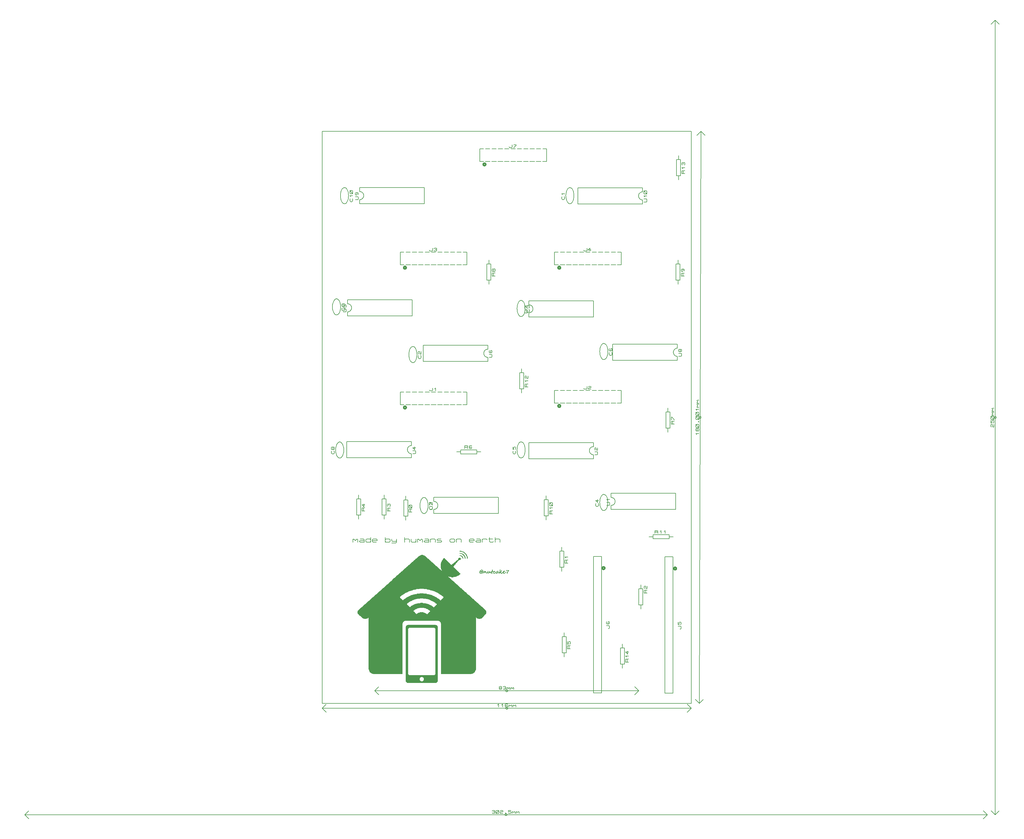
<source format=gbr>
G04 PROTEUS GERBER X2 FILE*
%TF.GenerationSoftware,Labcenter,Proteus,8.9-SP2-Build28501*%
%TF.CreationDate,2020-06-14T21:48:05+00:00*%
%TF.FileFunction,Legend,Top*%
%TF.FilePolarity,Positive*%
%TF.Part,Single*%
%TF.SameCoordinates,{e504a607-b79b-4a28-9592-e2b99df874d4}*%
%FSLAX45Y45*%
%MOMM*%
G01*
%TA.AperFunction,NonMaterial*%
%ADD70C,0.203200*%
%TA.AperFunction,Profile*%
%ADD19C,0.203200*%
%TA.AperFunction,Material*%
%ADD71C,0.203200*%
%ADD20C,0.508000*%
%ADD21C,0.152400*%
%TA.AperFunction,NonMaterial*%
%ADD22C,0.063500*%
%TA.AperFunction,Material*%
%ADD23C,0.063500*%
%TD.AperFunction*%
D70*
X-15250000Y-12500000D02*
X+15000000Y-12500000D01*
X-15250000Y-12500000D02*
X-15123000Y-12627000D01*
X-15250000Y-12500000D02*
X-15123000Y-12373000D01*
X+15000000Y-12500000D02*
X+14873000Y-12373000D01*
X+15000000Y-12500000D02*
X+14873000Y-12627000D01*
X-93250Y-12500000D02*
X-93359Y-12497366D01*
X-94249Y-12492097D01*
X-96111Y-12486828D01*
X-99154Y-12481559D01*
X-103809Y-12476357D01*
X-109078Y-12472531D01*
X-114347Y-12470091D01*
X-119616Y-12468710D01*
X-124885Y-12468250D01*
X-125000Y-12468250D01*
X-156750Y-12500000D02*
X-156641Y-12497366D01*
X-155751Y-12492097D01*
X-153889Y-12486828D01*
X-150846Y-12481559D01*
X-146191Y-12476357D01*
X-140922Y-12472531D01*
X-135653Y-12470091D01*
X-130384Y-12468710D01*
X-125115Y-12468250D01*
X-125000Y-12468250D01*
X-156750Y-12500000D02*
X-156641Y-12502634D01*
X-155751Y-12507903D01*
X-153889Y-12513172D01*
X-150846Y-12518441D01*
X-146191Y-12523643D01*
X-140922Y-12527469D01*
X-135653Y-12529909D01*
X-130384Y-12531290D01*
X-125115Y-12531750D01*
X-125000Y-12531750D01*
X-93250Y-12500000D02*
X-93359Y-12502634D01*
X-94249Y-12507903D01*
X-96111Y-12513172D01*
X-99154Y-12518441D01*
X-103809Y-12523643D01*
X-109078Y-12527469D01*
X-114347Y-12529909D01*
X-119616Y-12531290D01*
X-124885Y-12531750D01*
X-125000Y-12531750D01*
X-553625Y-12383160D02*
X-537750Y-12367920D01*
X-490125Y-12367920D01*
X-474250Y-12383160D01*
X-474250Y-12398400D01*
X-490125Y-12413640D01*
X-474250Y-12428880D01*
X-474250Y-12444120D01*
X-490125Y-12459360D01*
X-537750Y-12459360D01*
X-553625Y-12444120D01*
X-521875Y-12413640D02*
X-490125Y-12413640D01*
X-442500Y-12444120D02*
X-442500Y-12383160D01*
X-426625Y-12367920D01*
X-363125Y-12367920D01*
X-347250Y-12383160D01*
X-347250Y-12444120D01*
X-363125Y-12459360D01*
X-426625Y-12459360D01*
X-442500Y-12444120D01*
X-442500Y-12459360D02*
X-347250Y-12367920D01*
X-299625Y-12383160D02*
X-283750Y-12367920D01*
X-236125Y-12367920D01*
X-220250Y-12383160D01*
X-220250Y-12398400D01*
X-236125Y-12413640D01*
X-283750Y-12413640D01*
X-299625Y-12428880D01*
X-299625Y-12459360D01*
X-220250Y-12459360D01*
X-140875Y-12444120D02*
X-125000Y-12444120D01*
X-125000Y-12459360D01*
X-140875Y-12459360D01*
X-140875Y-12444120D01*
X+33750Y-12367920D02*
X-45625Y-12367920D01*
X-45625Y-12398400D01*
X+17875Y-12398400D01*
X+33750Y-12413640D01*
X+33750Y-12444120D01*
X+17875Y-12459360D01*
X-29750Y-12459360D01*
X-45625Y-12444120D01*
X+65500Y-12459360D02*
X+65500Y-12398400D01*
X+65500Y-12413640D02*
X+81375Y-12398400D01*
X+113125Y-12428880D01*
X+144875Y-12398400D01*
X+160750Y-12413640D01*
X+160750Y-12459360D01*
X+192500Y-12459360D02*
X+192500Y-12398400D01*
X+192500Y-12413640D02*
X+208375Y-12398400D01*
X+240125Y-12428880D01*
X+271875Y-12398400D01*
X+287750Y-12413640D01*
X+287750Y-12459360D01*
X+15250000Y-12500000D02*
X+15250000Y+12500000D01*
X+15250000Y-12500000D02*
X+15377000Y-12373000D01*
X+15250000Y-12500000D02*
X+15123000Y-12373000D01*
X+15250000Y+12500000D02*
X+15123000Y+12373000D01*
X+15250000Y+12500000D02*
X+15377000Y+12373000D01*
X+15281750Y+0D02*
X+15281641Y+2634D01*
X+15280751Y+7903D01*
X+15278889Y+13172D01*
X+15275846Y+18441D01*
X+15271191Y+23643D01*
X+15265922Y+27469D01*
X+15260653Y+29909D01*
X+15255384Y+31290D01*
X+15250115Y+31750D01*
X+15250000Y+31750D01*
X+15218250Y+0D02*
X+15218359Y+2634D01*
X+15219249Y+7903D01*
X+15221111Y+13172D01*
X+15224154Y+18441D01*
X+15228809Y+23643D01*
X+15234078Y+27469D01*
X+15239347Y+29909D01*
X+15244616Y+31290D01*
X+15249885Y+31750D01*
X+15250000Y+31750D01*
X+15218250Y+0D02*
X+15218359Y-2634D01*
X+15219249Y-7903D01*
X+15221111Y-13172D01*
X+15224154Y-18441D01*
X+15228809Y-23643D01*
X+15234078Y-27469D01*
X+15239347Y-29909D01*
X+15244616Y-31290D01*
X+15249885Y-31750D01*
X+15250000Y-31750D01*
X+15281750Y+0D02*
X+15281641Y-2634D01*
X+15280751Y-7903D01*
X+15278889Y-13172D01*
X+15275846Y-18441D01*
X+15271191Y-23643D01*
X+15265922Y-27469D01*
X+15260653Y-29909D01*
X+15255384Y-31290D01*
X+15250115Y-31750D01*
X+15250000Y-31750D01*
X+15133160Y-301625D02*
X+15117920Y-285750D01*
X+15117920Y-238125D01*
X+15133160Y-222250D01*
X+15148400Y-222250D01*
X+15163640Y-238125D01*
X+15163640Y-285750D01*
X+15178880Y-301625D01*
X+15209360Y-301625D01*
X+15209360Y-222250D01*
X+15117920Y-95250D02*
X+15117920Y-174625D01*
X+15148400Y-174625D01*
X+15148400Y-111125D01*
X+15163640Y-95250D01*
X+15194120Y-95250D01*
X+15209360Y-111125D01*
X+15209360Y-158750D01*
X+15194120Y-174625D01*
X+15194120Y-63500D02*
X+15133160Y-63500D01*
X+15117920Y-47625D01*
X+15117920Y+15875D01*
X+15133160Y+31750D01*
X+15194120Y+31750D01*
X+15209360Y+15875D01*
X+15209360Y-47625D01*
X+15194120Y-63500D01*
X+15209360Y-63500D02*
X+15117920Y+31750D01*
X+15209360Y+63500D02*
X+15148400Y+63500D01*
X+15163640Y+63500D02*
X+15148400Y+79375D01*
X+15178880Y+111125D01*
X+15148400Y+142875D01*
X+15163640Y+158750D01*
X+15209360Y+158750D01*
X+15209360Y+190500D02*
X+15148400Y+190500D01*
X+15163640Y+190500D02*
X+15148400Y+206375D01*
X+15178880Y+238125D01*
X+15148400Y+269875D01*
X+15163640Y+285750D01*
X+15209360Y+285750D01*
D19*
X-5900000Y-9000000D02*
X+5700000Y-9000000D01*
X+5700000Y+9000000D01*
X-5900000Y+9000000D01*
X-5900000Y-9000000D01*
D71*
X+3176000Y-2898000D02*
X+3176000Y-2771000D01*
X+3303000Y-2644000D02*
X+3300564Y-2618124D01*
X+3293515Y-2594152D01*
X+3282238Y-2572562D01*
X+3267122Y-2553830D01*
X+3248554Y-2538431D01*
X+3226919Y-2526842D01*
X+3202606Y-2519540D01*
X+3176000Y-2517000D01*
X+3303000Y-2644000D02*
X+3300564Y-2670606D01*
X+3293515Y-2694919D01*
X+3282238Y-2716554D01*
X+3267122Y-2735122D01*
X+3248554Y-2750238D01*
X+3226919Y-2761515D01*
X+3202606Y-2768564D01*
X+3176000Y-2771000D01*
X+3176000Y-2517000D02*
X+3176000Y-2390000D01*
X+5208000Y-2898000D02*
X+5208000Y-2390000D01*
X+3176000Y-2898000D02*
X+5208000Y-2898000D01*
X+5208000Y-2390000D02*
X+3176000Y-2390000D01*
X+3043920Y-2771000D02*
X+3120120Y-2771000D01*
X+3135360Y-2755125D01*
X+3135360Y-2691625D01*
X+3120120Y-2675750D01*
X+3043920Y-2675750D01*
X+3074400Y-2612250D02*
X+3043920Y-2580500D01*
X+3135360Y-2580500D01*
X+2624000Y-793000D02*
X+2624000Y-920000D01*
X+2497000Y-1047000D02*
X+2499436Y-1072876D01*
X+2506485Y-1096848D01*
X+2517762Y-1118438D01*
X+2532878Y-1137170D01*
X+2551446Y-1152569D01*
X+2573081Y-1164158D01*
X+2597394Y-1171460D01*
X+2624000Y-1174000D01*
X+2497000Y-1047000D02*
X+2499436Y-1020394D01*
X+2506485Y-996081D01*
X+2517762Y-974446D01*
X+2532878Y-955878D01*
X+2551446Y-940762D01*
X+2573081Y-929485D01*
X+2597394Y-922436D01*
X+2624000Y-920000D01*
X+2624000Y-1174000D02*
X+2624000Y-1301000D01*
X+592000Y-793000D02*
X+592000Y-1301000D01*
X+2624000Y-793000D02*
X+592000Y-793000D01*
X+592000Y-1301000D02*
X+2624000Y-1301000D01*
X+2664640Y-1174000D02*
X+2740840Y-1174000D01*
X+2756080Y-1158125D01*
X+2756080Y-1094625D01*
X+2740840Y-1078750D01*
X+2664640Y-1078750D01*
X+2679880Y-1031125D02*
X+2664640Y-1015250D01*
X+2664640Y-967625D01*
X+2679880Y-951750D01*
X+2695120Y-951750D01*
X+2710360Y-967625D01*
X+2710360Y-1015250D01*
X+2725600Y-1031125D01*
X+2756080Y-1031125D01*
X+2756080Y-951750D01*
X-2393000Y-3023000D02*
X-2393000Y-2896000D01*
X-2266000Y-2769000D02*
X-2268436Y-2743124D01*
X-2275485Y-2719152D01*
X-2286762Y-2697562D01*
X-2301878Y-2678830D01*
X-2320446Y-2663431D01*
X-2342081Y-2651842D01*
X-2366394Y-2644540D01*
X-2393000Y-2642000D01*
X-2266000Y-2769000D02*
X-2268436Y-2795606D01*
X-2275485Y-2819919D01*
X-2286762Y-2841554D01*
X-2301878Y-2860122D01*
X-2320446Y-2875238D01*
X-2342081Y-2886515D01*
X-2366394Y-2893564D01*
X-2393000Y-2896000D01*
X-2393000Y-2642000D02*
X-2393000Y-2515000D01*
X-361000Y-3023000D02*
X-361000Y-2515000D01*
X-2393000Y-3023000D02*
X-361000Y-3023000D01*
X-361000Y-2515000D02*
X-2393000Y-2515000D01*
X-2525080Y-2896000D02*
X-2448880Y-2896000D01*
X-2433640Y-2880125D01*
X-2433640Y-2816625D01*
X-2448880Y-2800750D01*
X-2525080Y-2800750D01*
X-2509840Y-2753125D02*
X-2525080Y-2737250D01*
X-2525080Y-2689625D01*
X-2509840Y-2673750D01*
X-2494600Y-2673750D01*
X-2479360Y-2689625D01*
X-2464120Y-2673750D01*
X-2448880Y-2673750D01*
X-2433640Y-2689625D01*
X-2433640Y-2737250D01*
X-2448880Y-2753125D01*
X-2479360Y-2721375D02*
X-2479360Y-2689625D01*
X-3095000Y-761000D02*
X-3095000Y-888000D01*
X-3222000Y-1015000D02*
X-3219564Y-1040876D01*
X-3212515Y-1064848D01*
X-3201238Y-1086438D01*
X-3186122Y-1105170D01*
X-3167554Y-1120569D01*
X-3145919Y-1132158D01*
X-3121606Y-1139460D01*
X-3095000Y-1142000D01*
X-3222000Y-1015000D02*
X-3219564Y-988394D01*
X-3212515Y-964081D01*
X-3201238Y-942446D01*
X-3186122Y-923878D01*
X-3167554Y-908762D01*
X-3145919Y-897485D01*
X-3121606Y-890436D01*
X-3095000Y-888000D01*
X-3095000Y-1142000D02*
X-3095000Y-1269000D01*
X-5127000Y-761000D02*
X-5127000Y-1269000D01*
X-3095000Y-761000D02*
X-5127000Y-761000D01*
X-5127000Y-1269000D02*
X-3095000Y-1269000D01*
X-3054360Y-1142000D02*
X-2978160Y-1142000D01*
X-2962920Y-1126125D01*
X-2962920Y-1062625D01*
X-2978160Y-1046750D01*
X-3054360Y-1046750D01*
X-2993400Y-919750D02*
X-2993400Y-1015000D01*
X-3054360Y-951500D01*
X-2962920Y-951500D01*
X-5105000Y+3195000D02*
X-5105000Y+3322000D01*
X-4978000Y+3449000D02*
X-4980436Y+3474876D01*
X-4987485Y+3498848D01*
X-4998762Y+3520438D01*
X-5013878Y+3539170D01*
X-5032446Y+3554569D01*
X-5054081Y+3566158D01*
X-5078394Y+3573460D01*
X-5105000Y+3576000D01*
X-4978000Y+3449000D02*
X-4980436Y+3422394D01*
X-4987485Y+3398081D01*
X-4998762Y+3376446D01*
X-5013878Y+3357878D01*
X-5032446Y+3342762D01*
X-5054081Y+3331485D01*
X-5078394Y+3324436D01*
X-5105000Y+3322000D01*
X-5105000Y+3576000D02*
X-5105000Y+3703000D01*
X-3073000Y+3195000D02*
X-3073000Y+3703000D01*
X-5105000Y+3195000D02*
X-3073000Y+3195000D01*
X-3073000Y+3703000D02*
X-5105000Y+3703000D01*
X-5237080Y+3322000D02*
X-5160880Y+3322000D01*
X-5145640Y+3337875D01*
X-5145640Y+3401375D01*
X-5160880Y+3417250D01*
X-5237080Y+3417250D01*
X-5237080Y+3544250D02*
X-5237080Y+3464875D01*
X-5206600Y+3464875D01*
X-5206600Y+3528375D01*
X-5191360Y+3544250D01*
X-5160880Y+3544250D01*
X-5145640Y+3528375D01*
X-5145640Y+3480750D01*
X-5160880Y+3464875D01*
X-695000Y+2271000D02*
X-695000Y+2144000D01*
X-822000Y+2017000D02*
X-819564Y+1991124D01*
X-812515Y+1967152D01*
X-801238Y+1945562D01*
X-786122Y+1926830D01*
X-767554Y+1911431D01*
X-745919Y+1899842D01*
X-721606Y+1892540D01*
X-695000Y+1890000D01*
X-822000Y+2017000D02*
X-819564Y+2043606D01*
X-812515Y+2067919D01*
X-801238Y+2089554D01*
X-786122Y+2108122D01*
X-767554Y+2123238D01*
X-745919Y+2134515D01*
X-721606Y+2141564D01*
X-695000Y+2144000D01*
X-695000Y+1890000D02*
X-695000Y+1763000D01*
X-2727000Y+2271000D02*
X-2727000Y+1763000D01*
X-695000Y+2271000D02*
X-2727000Y+2271000D01*
X-2727000Y+1763000D02*
X-695000Y+1763000D01*
X-654360Y+1890000D02*
X-578160Y+1890000D01*
X-562920Y+1905875D01*
X-562920Y+1969375D01*
X-578160Y+1985250D01*
X-654360Y+1985250D01*
X-639120Y+2112250D02*
X-654360Y+2096375D01*
X-654360Y+2048750D01*
X-639120Y+2032875D01*
X-578160Y+2032875D01*
X-562920Y+2048750D01*
X-562920Y+2096375D01*
X-578160Y+2112250D01*
X-593400Y+2112250D01*
X-608640Y+2096375D01*
X-608640Y+2032875D01*
X+595000Y+3163000D02*
X+595000Y+3290000D01*
X+722000Y+3417000D02*
X+719564Y+3442876D01*
X+712515Y+3466848D01*
X+701238Y+3488438D01*
X+686122Y+3507170D01*
X+667554Y+3522569D01*
X+645919Y+3534158D01*
X+621606Y+3541460D01*
X+595000Y+3544000D01*
X+722000Y+3417000D02*
X+719564Y+3390394D01*
X+712515Y+3366081D01*
X+701238Y+3344446D01*
X+686122Y+3325878D01*
X+667554Y+3310762D01*
X+645919Y+3299485D01*
X+621606Y+3292436D01*
X+595000Y+3290000D01*
X+595000Y+3544000D02*
X+595000Y+3671000D01*
X+2627000Y+3163000D02*
X+2627000Y+3671000D01*
X+595000Y+3163000D02*
X+2627000Y+3163000D01*
X+2627000Y+3671000D02*
X+595000Y+3671000D01*
X+462920Y+3290000D02*
X+539120Y+3290000D01*
X+554360Y+3305875D01*
X+554360Y+3369375D01*
X+539120Y+3385250D01*
X+462920Y+3385250D01*
X+462920Y+3432875D02*
X+462920Y+3512250D01*
X+478160Y+3512250D01*
X+554360Y+3432875D01*
X+5263000Y+2303000D02*
X+5263000Y+2176000D01*
X+5136000Y+2049000D02*
X+5138436Y+2023124D01*
X+5145485Y+1999152D01*
X+5156762Y+1977562D01*
X+5171878Y+1958830D01*
X+5190446Y+1943431D01*
X+5212081Y+1931842D01*
X+5236394Y+1924540D01*
X+5263000Y+1922000D01*
X+5136000Y+2049000D02*
X+5138436Y+2075606D01*
X+5145485Y+2099919D01*
X+5156762Y+2121554D01*
X+5171878Y+2140122D01*
X+5190446Y+2155238D01*
X+5212081Y+2166515D01*
X+5236394Y+2173564D01*
X+5263000Y+2176000D01*
X+5263000Y+1922000D02*
X+5263000Y+1795000D01*
X+3231000Y+2303000D02*
X+3231000Y+1795000D01*
X+5263000Y+2303000D02*
X+3231000Y+2303000D01*
X+3231000Y+1795000D02*
X+5263000Y+1795000D01*
X+5303640Y+1922000D02*
X+5379840Y+1922000D01*
X+5395080Y+1937875D01*
X+5395080Y+2001375D01*
X+5379840Y+2017250D01*
X+5303640Y+2017250D01*
X+5349360Y+2080750D02*
X+5334120Y+2064875D01*
X+5318880Y+2064875D01*
X+5303640Y+2080750D01*
X+5303640Y+2128375D01*
X+5318880Y+2144250D01*
X+5334120Y+2144250D01*
X+5349360Y+2128375D01*
X+5349360Y+2080750D01*
X+5364600Y+2064875D01*
X+5379840Y+2064875D01*
X+5395080Y+2080750D01*
X+5395080Y+2128375D01*
X+5379840Y+2144250D01*
X+5364600Y+2144250D01*
X+5349360Y+2128375D01*
X-4724000Y+6725000D02*
X-4724000Y+6852000D01*
X-4597000Y+6979000D02*
X-4599436Y+7004876D01*
X-4606485Y+7028848D01*
X-4617762Y+7050438D01*
X-4632878Y+7069170D01*
X-4651446Y+7084569D01*
X-4673081Y+7096158D01*
X-4697394Y+7103460D01*
X-4724000Y+7106000D01*
X-4597000Y+6979000D02*
X-4599436Y+6952394D01*
X-4606485Y+6928081D01*
X-4617762Y+6906446D01*
X-4632878Y+6887878D01*
X-4651446Y+6872762D01*
X-4673081Y+6861485D01*
X-4697394Y+6854436D01*
X-4724000Y+6852000D01*
X-4724000Y+7106000D02*
X-4724000Y+7233000D01*
X-2692000Y+6725000D02*
X-2692000Y+7233000D01*
X-4724000Y+6725000D02*
X-2692000Y+6725000D01*
X-2692000Y+7233000D02*
X-4724000Y+7233000D01*
X-4856080Y+6852000D02*
X-4779880Y+6852000D01*
X-4764640Y+6867875D01*
X-4764640Y+6931375D01*
X-4779880Y+6947250D01*
X-4856080Y+6947250D01*
X-4825600Y+7074250D02*
X-4810360Y+7058375D01*
X-4810360Y+7010750D01*
X-4825600Y+6994875D01*
X-4840840Y+6994875D01*
X-4856080Y+7010750D01*
X-4856080Y+7058375D01*
X-4840840Y+7074250D01*
X-4779880Y+7074250D01*
X-4764640Y+7058375D01*
X-4764640Y+7010750D01*
X+4169000Y+7223000D02*
X+4169000Y+7096000D01*
X+4042000Y+6969000D02*
X+4044436Y+6943124D01*
X+4051485Y+6919152D01*
X+4062762Y+6897562D01*
X+4077878Y+6878830D01*
X+4096446Y+6863431D01*
X+4118081Y+6851842D01*
X+4142394Y+6844540D01*
X+4169000Y+6842000D01*
X+4042000Y+6969000D02*
X+4044436Y+6995606D01*
X+4051485Y+7019919D01*
X+4062762Y+7041554D01*
X+4077878Y+7060122D01*
X+4096446Y+7075238D01*
X+4118081Y+7086515D01*
X+4142394Y+7093564D01*
X+4169000Y+7096000D01*
X+4169000Y+6842000D02*
X+4169000Y+6715000D01*
X+2137000Y+7223000D02*
X+2137000Y+6715000D01*
X+4169000Y+7223000D02*
X+2137000Y+7223000D01*
X+2137000Y+6715000D02*
X+4169000Y+6715000D01*
X+4209640Y+6778500D02*
X+4285840Y+6778500D01*
X+4301080Y+6794375D01*
X+4301080Y+6857875D01*
X+4285840Y+6873750D01*
X+4209640Y+6873750D01*
X+4240120Y+6937250D02*
X+4209640Y+6969000D01*
X+4301080Y+6969000D01*
X+4285840Y+7032500D02*
X+4224880Y+7032500D01*
X+4209640Y+7048375D01*
X+4209640Y+7111875D01*
X+4224880Y+7127750D01*
X+4285840Y+7127750D01*
X+4301080Y+7111875D01*
X+4301080Y+7048375D01*
X+4285840Y+7032500D01*
X+4301080Y+7032500D02*
X+4209640Y+7127750D01*
D20*
X+5228600Y-4756000D02*
X+5228469Y-4752842D01*
X+5227403Y-4746524D01*
X+5225172Y-4740206D01*
X+5221527Y-4733888D01*
X+5215952Y-4727649D01*
X+5209634Y-4723053D01*
X+5203316Y-4720120D01*
X+5196998Y-4718458D01*
X+5190680Y-4717900D01*
X+5190500Y-4717900D01*
X+5152400Y-4756000D02*
X+5152531Y-4752842D01*
X+5153597Y-4746524D01*
X+5155828Y-4740206D01*
X+5159473Y-4733888D01*
X+5165048Y-4727649D01*
X+5171366Y-4723053D01*
X+5177684Y-4720120D01*
X+5184002Y-4718458D01*
X+5190320Y-4717900D01*
X+5190500Y-4717900D01*
X+5152400Y-4756000D02*
X+5152531Y-4759158D01*
X+5153597Y-4765476D01*
X+5155828Y-4771794D01*
X+5159473Y-4778112D01*
X+5165048Y-4784351D01*
X+5171366Y-4788947D01*
X+5177684Y-4791880D01*
X+5184002Y-4793542D01*
X+5190320Y-4794100D01*
X+5190500Y-4794100D01*
X+5228600Y-4756000D02*
X+5228469Y-4759158D01*
X+5227403Y-4765476D01*
X+5225172Y-4771794D01*
X+5221527Y-4778112D01*
X+5215952Y-4784351D01*
X+5209634Y-4788947D01*
X+5203316Y-4791880D01*
X+5196998Y-4793542D01*
X+5190680Y-4794100D01*
X+5190500Y-4794100D01*
D21*
X+4873000Y-4387700D02*
X+4873000Y-8680300D01*
X+5127000Y-8680300D01*
X+5127000Y-4387700D01*
X+4873000Y-4387700D01*
D71*
X+5345440Y-6661000D02*
X+5360680Y-6661000D01*
X+5375920Y-6645125D01*
X+5375920Y-6581625D01*
X+5360680Y-6565750D01*
X+5284480Y-6565750D01*
X+5284480Y-6438750D02*
X+5284480Y-6518125D01*
X+5314960Y-6518125D01*
X+5314960Y-6454625D01*
X+5330200Y-6438750D01*
X+5360680Y-6438750D01*
X+5375920Y-6454625D01*
X+5375920Y-6502250D01*
X+5360680Y-6518125D01*
D20*
X+2978600Y-4742000D02*
X+2978469Y-4738842D01*
X+2977403Y-4732524D01*
X+2975172Y-4726206D01*
X+2971527Y-4719888D01*
X+2965952Y-4713649D01*
X+2959634Y-4709053D01*
X+2953316Y-4706120D01*
X+2946998Y-4704458D01*
X+2940680Y-4703900D01*
X+2940500Y-4703900D01*
X+2902400Y-4742000D02*
X+2902531Y-4738842D01*
X+2903597Y-4732524D01*
X+2905828Y-4726206D01*
X+2909473Y-4719888D01*
X+2915048Y-4713649D01*
X+2921366Y-4709053D01*
X+2927684Y-4706120D01*
X+2934002Y-4704458D01*
X+2940320Y-4703900D01*
X+2940500Y-4703900D01*
X+2902400Y-4742000D02*
X+2902531Y-4745158D01*
X+2903597Y-4751476D01*
X+2905828Y-4757794D01*
X+2909473Y-4764112D01*
X+2915048Y-4770351D01*
X+2921366Y-4774947D01*
X+2927684Y-4777880D01*
X+2934002Y-4779542D01*
X+2940320Y-4780100D01*
X+2940500Y-4780100D01*
X+2978600Y-4742000D02*
X+2978469Y-4745158D01*
X+2977403Y-4751476D01*
X+2975172Y-4757794D01*
X+2971527Y-4764112D01*
X+2965952Y-4770351D01*
X+2959634Y-4774947D01*
X+2953316Y-4777880D01*
X+2946998Y-4779542D01*
X+2940680Y-4780100D01*
X+2940500Y-4780100D01*
D21*
X+2623000Y-4373700D02*
X+2623000Y-8666300D01*
X+2877000Y-8666300D01*
X+2877000Y-4373700D01*
X+2623000Y-4373700D01*
D71*
X+3095440Y-6647000D02*
X+3110680Y-6647000D01*
X+3125920Y-6631125D01*
X+3125920Y-6567625D01*
X+3110680Y-6551750D01*
X+3034480Y-6551750D01*
X+3049720Y-6424750D02*
X+3034480Y-6440625D01*
X+3034480Y-6488250D01*
X+3049720Y-6504125D01*
X+3110680Y-6504125D01*
X+3125920Y-6488250D01*
X+3125920Y-6440625D01*
X+3110680Y-6424750D01*
X+3095440Y-6424750D01*
X+3080200Y-6440625D01*
X+3080200Y-6504125D01*
D20*
X-3261900Y+309500D02*
X-3262031Y+312658D01*
X-3263097Y+318976D01*
X-3265328Y+325294D01*
X-3268973Y+331612D01*
X-3274548Y+337851D01*
X-3280866Y+342447D01*
X-3287184Y+345380D01*
X-3293502Y+347042D01*
X-3299820Y+347600D01*
X-3300000Y+347600D01*
X-3338100Y+309500D02*
X-3337969Y+312658D01*
X-3336903Y+318976D01*
X-3334672Y+325294D01*
X-3331027Y+331612D01*
X-3325452Y+337851D01*
X-3319134Y+342447D01*
X-3312816Y+345380D01*
X-3306498Y+347042D01*
X-3300180Y+347600D01*
X-3300000Y+347600D01*
X-3338100Y+309500D02*
X-3337969Y+306342D01*
X-3336903Y+300024D01*
X-3334672Y+293706D01*
X-3331027Y+287388D01*
X-3325452Y+281149D01*
X-3319134Y+276553D01*
X-3312816Y+273620D01*
X-3306498Y+271958D01*
X-3300180Y+271400D01*
X-3300000Y+271400D01*
X-3261900Y+309500D02*
X-3262031Y+306342D01*
X-3263097Y+300024D01*
X-3265328Y+293706D01*
X-3268973Y+287388D01*
X-3274548Y+281149D01*
X-3280866Y+276553D01*
X-3287184Y+273620D01*
X-3293502Y+271958D01*
X-3299820Y+271400D01*
X-3300000Y+271400D01*
D21*
X-3449020Y+399340D02*
X-3322408Y+399340D01*
X-1350980Y+399340D02*
X-1350980Y+798120D01*
X-1468266Y+798120D01*
X-3449020Y+798120D02*
X-3449020Y+399340D01*
X-1531734Y+798120D02*
X-1668266Y+798120D01*
X-1477592Y+399340D02*
X-1350980Y+399340D01*
X-1731734Y+798120D02*
X-1868266Y+798120D01*
X-1677592Y+399340D02*
X-1522408Y+399340D01*
X-1931734Y+798120D02*
X-2068266Y+798120D01*
X-1877592Y+399340D02*
X-1722409Y+399340D01*
X-2131734Y+798120D02*
X-2268266Y+798120D01*
X-2077592Y+399340D02*
X-1922408Y+399340D01*
X-2331734Y+798120D02*
X-2468266Y+798120D01*
X-2277592Y+399340D02*
X-2122408Y+399340D01*
X-2531734Y+798120D02*
X-2668266Y+798120D01*
X-2477592Y+399340D02*
X-2322408Y+399340D01*
X-2731734Y+798120D02*
X-2868266Y+798120D01*
X-2677592Y+399340D02*
X-2522408Y+399340D01*
X-2931734Y+798120D02*
X-3068266Y+798120D01*
X-2877592Y+399340D02*
X-2722408Y+399340D01*
X-3131734Y+798120D02*
X-3268266Y+798120D01*
X-3077592Y+399340D02*
X-2922408Y+399340D01*
X-3331734Y+798120D02*
X-3449020Y+798120D01*
X-3277592Y+399340D02*
X-3122409Y+399340D01*
D71*
X-2527000Y+866700D02*
X-2527000Y+851460D01*
X-2511125Y+836220D01*
X-2447625Y+836220D01*
X-2431750Y+851460D01*
X-2431750Y+927660D01*
X-2368250Y+897180D02*
X-2336500Y+927660D01*
X-2336500Y+836220D01*
D20*
X+1588100Y+359500D02*
X+1587969Y+362658D01*
X+1586903Y+368976D01*
X+1584672Y+375294D01*
X+1581027Y+381612D01*
X+1575452Y+387851D01*
X+1569134Y+392447D01*
X+1562816Y+395380D01*
X+1556498Y+397042D01*
X+1550180Y+397600D01*
X+1550000Y+397600D01*
X+1511900Y+359500D02*
X+1512031Y+362658D01*
X+1513097Y+368976D01*
X+1515328Y+375294D01*
X+1518973Y+381612D01*
X+1524548Y+387851D01*
X+1530866Y+392447D01*
X+1537184Y+395380D01*
X+1543502Y+397042D01*
X+1549820Y+397600D01*
X+1550000Y+397600D01*
X+1511900Y+359500D02*
X+1512031Y+356342D01*
X+1513097Y+350024D01*
X+1515328Y+343706D01*
X+1518973Y+337388D01*
X+1524548Y+331149D01*
X+1530866Y+326553D01*
X+1537184Y+323620D01*
X+1543502Y+321958D01*
X+1549820Y+321400D01*
X+1550000Y+321400D01*
X+1588100Y+359500D02*
X+1587969Y+356342D01*
X+1586903Y+350024D01*
X+1584672Y+343706D01*
X+1581027Y+337388D01*
X+1575452Y+331149D01*
X+1569134Y+326553D01*
X+1562816Y+323620D01*
X+1556498Y+321958D01*
X+1550180Y+321400D01*
X+1550000Y+321400D01*
D21*
X+1400980Y+449340D02*
X+1527592Y+449340D01*
X+3499020Y+449340D02*
X+3499020Y+848120D01*
X+3381734Y+848120D01*
X+1400980Y+848120D02*
X+1400980Y+449340D01*
X+3318266Y+848120D02*
X+3181734Y+848120D01*
X+3372408Y+449340D02*
X+3499020Y+449340D01*
X+3118266Y+848120D02*
X+2981734Y+848120D01*
X+3172408Y+449340D02*
X+3327592Y+449340D01*
X+2918266Y+848120D02*
X+2781734Y+848120D01*
X+2972408Y+449340D02*
X+3127591Y+449340D01*
X+2718266Y+848120D02*
X+2581734Y+848120D01*
X+2772408Y+449340D02*
X+2927592Y+449340D01*
X+2518266Y+848120D02*
X+2381734Y+848120D01*
X+2572408Y+449340D02*
X+2727592Y+449340D01*
X+2318266Y+848120D02*
X+2181734Y+848120D01*
X+2372408Y+449340D02*
X+2527592Y+449340D01*
X+2118266Y+848120D02*
X+1981734Y+848120D01*
X+2172408Y+449340D02*
X+2327592Y+449340D01*
X+1918266Y+848120D02*
X+1781734Y+848120D01*
X+1972408Y+449340D02*
X+2127592Y+449340D01*
X+1718266Y+848120D02*
X+1581734Y+848120D01*
X+1772408Y+449340D02*
X+1927592Y+449340D01*
X+1518266Y+848120D02*
X+1400980Y+848120D01*
X+1572408Y+449340D02*
X+1727591Y+449340D01*
D71*
X+2323000Y+916700D02*
X+2323000Y+901460D01*
X+2338875Y+886220D01*
X+2402375Y+886220D01*
X+2418250Y+901460D01*
X+2418250Y+977660D01*
X+2465875Y+962420D02*
X+2481750Y+977660D01*
X+2529375Y+977660D01*
X+2545250Y+962420D01*
X+2545250Y+947180D01*
X+2529375Y+931940D01*
X+2481750Y+931940D01*
X+2465875Y+916700D01*
X+2465875Y+886220D01*
X+2545250Y+886220D01*
D20*
X-3261900Y+4709500D02*
X-3262031Y+4712658D01*
X-3263097Y+4718976D01*
X-3265328Y+4725294D01*
X-3268973Y+4731612D01*
X-3274548Y+4737851D01*
X-3280866Y+4742447D01*
X-3287184Y+4745380D01*
X-3293502Y+4747042D01*
X-3299820Y+4747600D01*
X-3300000Y+4747600D01*
X-3338100Y+4709500D02*
X-3337969Y+4712658D01*
X-3336903Y+4718976D01*
X-3334672Y+4725294D01*
X-3331027Y+4731612D01*
X-3325452Y+4737851D01*
X-3319134Y+4742447D01*
X-3312816Y+4745380D01*
X-3306498Y+4747042D01*
X-3300180Y+4747600D01*
X-3300000Y+4747600D01*
X-3338100Y+4709500D02*
X-3337969Y+4706342D01*
X-3336903Y+4700024D01*
X-3334672Y+4693706D01*
X-3331027Y+4687388D01*
X-3325452Y+4681149D01*
X-3319134Y+4676553D01*
X-3312816Y+4673620D01*
X-3306498Y+4671958D01*
X-3300180Y+4671400D01*
X-3300000Y+4671400D01*
X-3261900Y+4709500D02*
X-3262031Y+4706342D01*
X-3263097Y+4700024D01*
X-3265328Y+4693706D01*
X-3268973Y+4687388D01*
X-3274548Y+4681149D01*
X-3280866Y+4676553D01*
X-3287184Y+4673620D01*
X-3293502Y+4671958D01*
X-3299820Y+4671400D01*
X-3300000Y+4671400D01*
D21*
X-3449020Y+4799340D02*
X-3322408Y+4799340D01*
X-1350980Y+4799340D02*
X-1350980Y+5198120D01*
X-1468266Y+5198120D01*
X-3449020Y+5198120D02*
X-3449020Y+4799340D01*
X-1531734Y+5198120D02*
X-1668266Y+5198120D01*
X-1477592Y+4799340D02*
X-1350980Y+4799340D01*
X-1731734Y+5198120D02*
X-1868266Y+5198120D01*
X-1677592Y+4799340D02*
X-1522408Y+4799340D01*
X-1931734Y+5198120D02*
X-2068266Y+5198120D01*
X-1877592Y+4799340D02*
X-1722409Y+4799340D01*
X-2131734Y+5198120D02*
X-2268266Y+5198120D01*
X-2077592Y+4799340D02*
X-1922408Y+4799340D01*
X-2331734Y+5198120D02*
X-2468266Y+5198120D01*
X-2277592Y+4799340D02*
X-2122408Y+4799340D01*
X-2531734Y+5198120D02*
X-2668266Y+5198120D01*
X-2477592Y+4799340D02*
X-2322408Y+4799340D01*
X-2731734Y+5198120D02*
X-2868266Y+5198120D01*
X-2677592Y+4799340D02*
X-2522408Y+4799340D01*
X-2931734Y+5198120D02*
X-3068266Y+5198120D01*
X-2877592Y+4799340D02*
X-2722408Y+4799340D01*
X-3131734Y+5198120D02*
X-3268266Y+5198120D01*
X-3077592Y+4799340D02*
X-2922408Y+4799340D01*
X-3331734Y+5198120D02*
X-3449020Y+5198120D01*
X-3277592Y+4799340D02*
X-3122409Y+4799340D01*
D71*
X-2527000Y+5266700D02*
X-2527000Y+5251460D01*
X-2511125Y+5236220D01*
X-2447625Y+5236220D01*
X-2431750Y+5251460D01*
X-2431750Y+5327660D01*
X-2384125Y+5312420D02*
X-2368250Y+5327660D01*
X-2320625Y+5327660D01*
X-2304750Y+5312420D01*
X-2304750Y+5297180D01*
X-2320625Y+5281940D01*
X-2304750Y+5266700D01*
X-2304750Y+5251460D01*
X-2320625Y+5236220D01*
X-2368250Y+5236220D01*
X-2384125Y+5251460D01*
X-2352375Y+5281940D02*
X-2320625Y+5281940D01*
D20*
X+1588100Y+4709500D02*
X+1587969Y+4712658D01*
X+1586903Y+4718976D01*
X+1584672Y+4725294D01*
X+1581027Y+4731612D01*
X+1575452Y+4737851D01*
X+1569134Y+4742447D01*
X+1562816Y+4745380D01*
X+1556498Y+4747042D01*
X+1550180Y+4747600D01*
X+1550000Y+4747600D01*
X+1511900Y+4709500D02*
X+1512031Y+4712658D01*
X+1513097Y+4718976D01*
X+1515328Y+4725294D01*
X+1518973Y+4731612D01*
X+1524548Y+4737851D01*
X+1530866Y+4742447D01*
X+1537184Y+4745380D01*
X+1543502Y+4747042D01*
X+1549820Y+4747600D01*
X+1550000Y+4747600D01*
X+1511900Y+4709500D02*
X+1512031Y+4706342D01*
X+1513097Y+4700024D01*
X+1515328Y+4693706D01*
X+1518973Y+4687388D01*
X+1524548Y+4681149D01*
X+1530866Y+4676553D01*
X+1537184Y+4673620D01*
X+1543502Y+4671958D01*
X+1549820Y+4671400D01*
X+1550000Y+4671400D01*
X+1588100Y+4709500D02*
X+1587969Y+4706342D01*
X+1586903Y+4700024D01*
X+1584672Y+4693706D01*
X+1581027Y+4687388D01*
X+1575452Y+4681149D01*
X+1569134Y+4676553D01*
X+1562816Y+4673620D01*
X+1556498Y+4671958D01*
X+1550180Y+4671400D01*
X+1550000Y+4671400D01*
D21*
X+1400980Y+4799340D02*
X+1527592Y+4799340D01*
X+3499020Y+4799340D02*
X+3499020Y+5198120D01*
X+3381734Y+5198120D01*
X+1400980Y+5198120D02*
X+1400980Y+4799340D01*
X+3318266Y+5198120D02*
X+3181734Y+5198120D01*
X+3372408Y+4799340D02*
X+3499020Y+4799340D01*
X+3118266Y+5198120D02*
X+2981734Y+5198120D01*
X+3172408Y+4799340D02*
X+3327592Y+4799340D01*
X+2918266Y+5198120D02*
X+2781734Y+5198120D01*
X+2972408Y+4799340D02*
X+3127591Y+4799340D01*
X+2718266Y+5198120D02*
X+2581734Y+5198120D01*
X+2772408Y+4799340D02*
X+2927592Y+4799340D01*
X+2518266Y+5198120D02*
X+2381734Y+5198120D01*
X+2572408Y+4799340D02*
X+2727592Y+4799340D01*
X+2318266Y+5198120D02*
X+2181734Y+5198120D01*
X+2372408Y+4799340D02*
X+2527592Y+4799340D01*
X+2118266Y+5198120D02*
X+1981734Y+5198120D01*
X+2172408Y+4799340D02*
X+2327592Y+4799340D01*
X+1918266Y+5198120D02*
X+1781734Y+5198120D01*
X+1972408Y+4799340D02*
X+2127592Y+4799340D01*
X+1718266Y+5198120D02*
X+1581734Y+5198120D01*
X+1772408Y+4799340D02*
X+1927592Y+4799340D01*
X+1518266Y+5198120D02*
X+1400980Y+5198120D01*
X+1572408Y+4799340D02*
X+1727591Y+4799340D01*
D71*
X+2323000Y+5266700D02*
X+2323000Y+5251460D01*
X+2338875Y+5236220D01*
X+2402375Y+5236220D01*
X+2418250Y+5251460D01*
X+2418250Y+5327660D01*
X+2545250Y+5266700D02*
X+2450000Y+5266700D01*
X+2513500Y+5327660D01*
X+2513500Y+5236220D01*
D20*
X-761900Y+7959500D02*
X-762031Y+7962658D01*
X-763097Y+7968976D01*
X-765328Y+7975294D01*
X-768973Y+7981612D01*
X-774548Y+7987851D01*
X-780866Y+7992447D01*
X-787184Y+7995380D01*
X-793502Y+7997042D01*
X-799820Y+7997600D01*
X-800000Y+7997600D01*
X-838100Y+7959500D02*
X-837969Y+7962658D01*
X-836903Y+7968976D01*
X-834672Y+7975294D01*
X-831027Y+7981612D01*
X-825452Y+7987851D01*
X-819134Y+7992447D01*
X-812816Y+7995380D01*
X-806498Y+7997042D01*
X-800180Y+7997600D01*
X-800000Y+7997600D01*
X-838100Y+7959500D02*
X-837969Y+7956342D01*
X-836903Y+7950024D01*
X-834672Y+7943706D01*
X-831027Y+7937388D01*
X-825452Y+7931149D01*
X-819134Y+7926553D01*
X-812816Y+7923620D01*
X-806498Y+7921958D01*
X-800180Y+7921400D01*
X-800000Y+7921400D01*
X-761900Y+7959500D02*
X-762031Y+7956342D01*
X-763097Y+7950024D01*
X-765328Y+7943706D01*
X-768973Y+7937388D01*
X-774548Y+7931149D01*
X-780866Y+7926553D01*
X-787184Y+7923620D01*
X-793502Y+7921958D01*
X-799820Y+7921400D01*
X-800000Y+7921400D01*
D21*
X-949020Y+8049340D02*
X-822408Y+8049340D01*
X+1149020Y+8049340D02*
X+1149020Y+8448120D01*
X+1031734Y+8448120D01*
X-949020Y+8448120D02*
X-949020Y+8049340D01*
X+968266Y+8448120D02*
X+831734Y+8448120D01*
X+1022408Y+8049340D02*
X+1149020Y+8049340D01*
X+768266Y+8448120D02*
X+631734Y+8448120D01*
X+822408Y+8049340D02*
X+977592Y+8049340D01*
X+568266Y+8448120D02*
X+431734Y+8448120D01*
X+622408Y+8049340D02*
X+777591Y+8049340D01*
X+368266Y+8448120D02*
X+231734Y+8448120D01*
X+422408Y+8049340D02*
X+577592Y+8049340D01*
X+168266Y+8448120D02*
X+31734Y+8448120D01*
X+222408Y+8049340D02*
X+377592Y+8049340D01*
X-31734Y+8448120D02*
X-168266Y+8448120D01*
X+22408Y+8049340D02*
X+177592Y+8049340D01*
X-231734Y+8448120D02*
X-368266Y+8448120D01*
X-177592Y+8049340D02*
X-22408Y+8049340D01*
X-431734Y+8448120D02*
X-568266Y+8448120D01*
X-377592Y+8049340D02*
X-222408Y+8049340D01*
X-631734Y+8448120D02*
X-768266Y+8448120D01*
X-577592Y+8049340D02*
X-422408Y+8049340D01*
X-831734Y+8448120D02*
X-949020Y+8448120D01*
X-777592Y+8049340D02*
X-622409Y+8049340D01*
D71*
X-27000Y+8516700D02*
X-27000Y+8501460D01*
X-11125Y+8486220D01*
X+52375Y+8486220D01*
X+68250Y+8501460D01*
X+68250Y+8577660D01*
X+115875Y+8577660D02*
X+195250Y+8577660D01*
X+195250Y+8562420D01*
X+115875Y+8486220D01*
X-3274000Y-2474000D02*
X-3274000Y-2601000D01*
X-3337500Y-3109000D02*
X-3210500Y-3109000D01*
X-3210500Y-2601000D01*
X-3337500Y-2601000D01*
X-3337500Y-3109000D01*
X-3274000Y-3109000D02*
X-3274000Y-3236000D01*
X-3078420Y-2982000D02*
X-3169860Y-2982000D01*
X-3169860Y-2902625D01*
X-3154620Y-2886750D01*
X-3139380Y-2886750D01*
X-3124140Y-2902625D01*
X-3124140Y-2982000D01*
X-3124140Y-2902625D02*
X-3108900Y-2886750D01*
X-3078420Y-2886750D01*
X-3093660Y-2855000D02*
X-3154620Y-2855000D01*
X-3169860Y-2839125D01*
X-3169860Y-2775625D01*
X-3154620Y-2759750D01*
X-3093660Y-2759750D01*
X-3078420Y-2775625D01*
X-3078420Y-2839125D01*
X-3093660Y-2855000D01*
X-3078420Y-2855000D02*
X-3169860Y-2759750D01*
X+1628000Y-4077000D02*
X+1628000Y-4204000D01*
X+1564500Y-4712000D02*
X+1691500Y-4712000D01*
X+1691500Y-4204000D01*
X+1564500Y-4204000D01*
X+1564500Y-4712000D01*
X+1628000Y-4712000D02*
X+1628000Y-4839000D01*
X+1823580Y-4585000D02*
X+1732140Y-4585000D01*
X+1732140Y-4505625D01*
X+1747380Y-4489750D01*
X+1762620Y-4489750D01*
X+1777860Y-4505625D01*
X+1777860Y-4585000D01*
X+1777860Y-4505625D02*
X+1793100Y-4489750D01*
X+1823580Y-4489750D01*
X+1762620Y-4426250D02*
X+1732140Y-4394500D01*
X+1823580Y-4394500D01*
X+4115000Y-5269000D02*
X+4115000Y-5396000D01*
X+4051500Y-5904000D02*
X+4178500Y-5904000D01*
X+4178500Y-5396000D01*
X+4051500Y-5396000D01*
X+4051500Y-5904000D01*
X+4115000Y-5904000D02*
X+4115000Y-6031000D01*
X+4310580Y-5527000D02*
X+4219140Y-5527000D01*
X+4219140Y-5447625D01*
X+4234380Y-5431750D01*
X+4249620Y-5431750D01*
X+4264860Y-5447625D01*
X+4264860Y-5527000D01*
X+4264860Y-5447625D02*
X+4280100Y-5431750D01*
X+4310580Y-5431750D01*
X+4234380Y-5384125D02*
X+4219140Y-5368250D01*
X+4219140Y-5320625D01*
X+4234380Y-5304750D01*
X+4249620Y-5304750D01*
X+4264860Y-5320625D01*
X+4264860Y-5368250D01*
X+4280100Y-5384125D01*
X+4310580Y-5384125D01*
X+4310580Y-5304750D01*
X-3957000Y-2435000D02*
X-3957000Y-2562000D01*
X-4020500Y-3070000D02*
X-3893500Y-3070000D01*
X-3893500Y-2562000D01*
X-4020500Y-2562000D01*
X-4020500Y-3070000D01*
X-3957000Y-3070000D02*
X-3957000Y-3197000D01*
X-3761420Y-2943000D02*
X-3852860Y-2943000D01*
X-3852860Y-2863625D01*
X-3837620Y-2847750D01*
X-3822380Y-2847750D01*
X-3807140Y-2863625D01*
X-3807140Y-2943000D01*
X-3807140Y-2863625D02*
X-3791900Y-2847750D01*
X-3761420Y-2847750D01*
X-3837620Y-2800125D02*
X-3852860Y-2784250D01*
X-3852860Y-2736625D01*
X-3837620Y-2720750D01*
X-3822380Y-2720750D01*
X-3807140Y-2736625D01*
X-3791900Y-2720750D01*
X-3776660Y-2720750D01*
X-3761420Y-2736625D01*
X-3761420Y-2784250D01*
X-3776660Y-2800125D01*
X-3807140Y-2768375D02*
X-3807140Y-2736625D01*
X-4755000Y-2433000D02*
X-4755000Y-2560000D01*
X-4818500Y-3068000D02*
X-4691500Y-3068000D01*
X-4691500Y-2560000D01*
X-4818500Y-2560000D01*
X-4818500Y-3068000D01*
X-4755000Y-3068000D02*
X-4755000Y-3195000D01*
X-4559420Y-2941000D02*
X-4650860Y-2941000D01*
X-4650860Y-2861625D01*
X-4635620Y-2845750D01*
X-4620380Y-2845750D01*
X-4605140Y-2861625D01*
X-4605140Y-2941000D01*
X-4605140Y-2861625D02*
X-4589900Y-2845750D01*
X-4559420Y-2845750D01*
X-4589900Y-2718750D02*
X-4589900Y-2814000D01*
X-4650860Y-2750500D01*
X-4559420Y-2750500D01*
X+1703000Y-6769000D02*
X+1703000Y-6896000D01*
X+1639500Y-7404000D02*
X+1766500Y-7404000D01*
X+1766500Y-6896000D01*
X+1639500Y-6896000D01*
X+1639500Y-7404000D01*
X+1703000Y-7404000D02*
X+1703000Y-7531000D01*
X+1898580Y-7277000D02*
X+1807140Y-7277000D01*
X+1807140Y-7197625D01*
X+1822380Y-7181750D01*
X+1837620Y-7181750D01*
X+1852860Y-7197625D01*
X+1852860Y-7277000D01*
X+1852860Y-7197625D02*
X+1868100Y-7181750D01*
X+1898580Y-7181750D01*
X+1807140Y-7054750D02*
X+1807140Y-7134125D01*
X+1837620Y-7134125D01*
X+1837620Y-7070625D01*
X+1852860Y-7054750D01*
X+1883340Y-7054750D01*
X+1898580Y-7070625D01*
X+1898580Y-7118250D01*
X+1883340Y-7134125D01*
X-1675000Y-1085000D02*
X-1548000Y-1085000D01*
X-1548000Y-1148500D02*
X-1040000Y-1148500D01*
X-1040000Y-1021500D01*
X-1548000Y-1021500D01*
X-1548000Y-1148500D01*
X-1040000Y-1085000D02*
X-913000Y-1085000D01*
X-1421000Y-980860D02*
X-1421000Y-889420D01*
X-1341625Y-889420D01*
X-1325750Y-904660D01*
X-1325750Y-919900D01*
X-1341625Y-935140D01*
X-1421000Y-935140D01*
X-1341625Y-935140D02*
X-1325750Y-950380D01*
X-1325750Y-980860D01*
X-1198750Y-904660D02*
X-1214625Y-889420D01*
X-1262250Y-889420D01*
X-1278125Y-904660D01*
X-1278125Y-965620D01*
X-1262250Y-980860D01*
X-1214625Y-980860D01*
X-1198750Y-965620D01*
X-1198750Y-950380D01*
X-1214625Y-935140D01*
X-1278125Y-935140D01*
X+4966000Y+294000D02*
X+4966000Y+167000D01*
X+4902500Y-341000D02*
X+5029500Y-341000D01*
X+5029500Y+167000D01*
X+4902500Y+167000D01*
X+4902500Y-341000D01*
X+4966000Y-341000D02*
X+4966000Y-468000D01*
X+5161580Y-214000D02*
X+5070140Y-214000D01*
X+5070140Y-134625D01*
X+5085380Y-118750D01*
X+5100620Y-118750D01*
X+5115860Y-134625D01*
X+5115860Y-214000D01*
X+5115860Y-134625D02*
X+5131100Y-118750D01*
X+5161580Y-118750D01*
X+5070140Y-71125D02*
X+5070140Y+8250D01*
X+5085380Y+8250D01*
X+5161580Y-71125D01*
X-662000Y+4958000D02*
X-662000Y+4831000D01*
X-725500Y+4323000D02*
X-598500Y+4323000D01*
X-598500Y+4831000D01*
X-725500Y+4831000D01*
X-725500Y+4323000D01*
X-662000Y+4323000D02*
X-662000Y+4196000D01*
X-466420Y+4450000D02*
X-557860Y+4450000D01*
X-557860Y+4529375D01*
X-542620Y+4545250D01*
X-527380Y+4545250D01*
X-512140Y+4529375D01*
X-512140Y+4450000D01*
X-512140Y+4529375D02*
X-496900Y+4545250D01*
X-466420Y+4545250D01*
X-512140Y+4608750D02*
X-527380Y+4592875D01*
X-542620Y+4592875D01*
X-557860Y+4608750D01*
X-557860Y+4656375D01*
X-542620Y+4672250D01*
X-527380Y+4672250D01*
X-512140Y+4656375D01*
X-512140Y+4608750D01*
X-496900Y+4592875D01*
X-481660Y+4592875D01*
X-466420Y+4608750D01*
X-466420Y+4656375D01*
X-481660Y+4672250D01*
X-496900Y+4672250D01*
X-512140Y+4656375D01*
X+5284000Y+4954000D02*
X+5284000Y+4827000D01*
X+5220500Y+4319000D02*
X+5347500Y+4319000D01*
X+5347500Y+4827000D01*
X+5220500Y+4827000D01*
X+5220500Y+4319000D01*
X+5284000Y+4319000D02*
X+5284000Y+4192000D01*
X+5479580Y+4446000D02*
X+5388140Y+4446000D01*
X+5388140Y+4525375D01*
X+5403380Y+4541250D01*
X+5418620Y+4541250D01*
X+5433860Y+4525375D01*
X+5433860Y+4446000D01*
X+5433860Y+4525375D02*
X+5449100Y+4541250D01*
X+5479580Y+4541250D01*
X+5418620Y+4668250D02*
X+5433860Y+4652375D01*
X+5433860Y+4604750D01*
X+5418620Y+4588875D01*
X+5403380Y+4588875D01*
X+5388140Y+4604750D01*
X+5388140Y+4652375D01*
X+5403380Y+4668250D01*
X+5464340Y+4668250D01*
X+5479580Y+4652375D01*
X+5479580Y+4604750D01*
X+1139000Y-2463000D02*
X+1139000Y-2590000D01*
X+1075500Y-3098000D02*
X+1202500Y-3098000D01*
X+1202500Y-2590000D01*
X+1075500Y-2590000D01*
X+1075500Y-3098000D01*
X+1139000Y-3098000D02*
X+1139000Y-3225000D01*
X+1334580Y-3034500D02*
X+1243140Y-3034500D01*
X+1243140Y-2955125D01*
X+1258380Y-2939250D01*
X+1273620Y-2939250D01*
X+1288860Y-2955125D01*
X+1288860Y-3034500D01*
X+1288860Y-2955125D02*
X+1304100Y-2939250D01*
X+1334580Y-2939250D01*
X+1273620Y-2875750D02*
X+1243140Y-2844000D01*
X+1334580Y-2844000D01*
X+1319340Y-2780500D02*
X+1258380Y-2780500D01*
X+1243140Y-2764625D01*
X+1243140Y-2701125D01*
X+1258380Y-2685250D01*
X+1319340Y-2685250D01*
X+1334580Y-2701125D01*
X+1334580Y-2764625D01*
X+1319340Y-2780500D01*
X+1334580Y-2780500D02*
X+1243140Y-2685250D01*
X+4366000Y-3756000D02*
X+4493000Y-3756000D01*
X+4493000Y-3819500D02*
X+5001000Y-3819500D01*
X+5001000Y-3692500D01*
X+4493000Y-3692500D01*
X+4493000Y-3819500D01*
X+5001000Y-3756000D02*
X+5128000Y-3756000D01*
X+4556500Y-3651860D02*
X+4556500Y-3560420D01*
X+4635875Y-3560420D01*
X+4651750Y-3575660D01*
X+4651750Y-3590900D01*
X+4635875Y-3606140D01*
X+4556500Y-3606140D01*
X+4635875Y-3606140D02*
X+4651750Y-3621380D01*
X+4651750Y-3651860D01*
X+4715250Y-3590900D02*
X+4747000Y-3560420D01*
X+4747000Y-3651860D01*
X+4842250Y-3590900D02*
X+4874000Y-3560420D01*
X+4874000Y-3651860D01*
X+369000Y+1531000D02*
X+369000Y+1404000D01*
X+305500Y+896000D02*
X+432500Y+896000D01*
X+432500Y+1404000D01*
X+305500Y+1404000D01*
X+305500Y+896000D01*
X+369000Y+896000D02*
X+369000Y+769000D01*
X+564580Y+959500D02*
X+473140Y+959500D01*
X+473140Y+1038875D01*
X+488380Y+1054750D01*
X+503620Y+1054750D01*
X+518860Y+1038875D01*
X+518860Y+959500D01*
X+518860Y+1038875D02*
X+534100Y+1054750D01*
X+564580Y+1054750D01*
X+503620Y+1118250D02*
X+473140Y+1150000D01*
X+564580Y+1150000D01*
X+488380Y+1229375D02*
X+473140Y+1245250D01*
X+473140Y+1292875D01*
X+488380Y+1308750D01*
X+503620Y+1308750D01*
X+518860Y+1292875D01*
X+518860Y+1245250D01*
X+534100Y+1229375D01*
X+564580Y+1229375D01*
X+564580Y+1308750D01*
X+5298000Y+8241000D02*
X+5298000Y+8114000D01*
X+5234500Y+7606000D02*
X+5361500Y+7606000D01*
X+5361500Y+8114000D01*
X+5234500Y+8114000D01*
X+5234500Y+7606000D01*
X+5298000Y+7606000D02*
X+5298000Y+7479000D01*
X+5493580Y+7669500D02*
X+5402140Y+7669500D01*
X+5402140Y+7748875D01*
X+5417380Y+7764750D01*
X+5432620Y+7764750D01*
X+5447860Y+7748875D01*
X+5447860Y+7669500D01*
X+5447860Y+7748875D02*
X+5463100Y+7764750D01*
X+5493580Y+7764750D01*
X+5432620Y+7828250D02*
X+5402140Y+7860000D01*
X+5493580Y+7860000D01*
X+5417380Y+7939375D02*
X+5402140Y+7955250D01*
X+5402140Y+8002875D01*
X+5417380Y+8018750D01*
X+5432620Y+8018750D01*
X+5447860Y+8002875D01*
X+5463100Y+8018750D01*
X+5478340Y+8018750D01*
X+5493580Y+8002875D01*
X+5493580Y+7955250D01*
X+5478340Y+7939375D01*
X+5447860Y+7971125D02*
X+5447860Y+8002875D01*
X+3533000Y-7129000D02*
X+3533000Y-7256000D01*
X+3469500Y-7764000D02*
X+3596500Y-7764000D01*
X+3596500Y-7256000D01*
X+3469500Y-7256000D01*
X+3469500Y-7764000D01*
X+3533000Y-7764000D02*
X+3533000Y-7891000D01*
X+3728580Y-7700500D02*
X+3637140Y-7700500D01*
X+3637140Y-7621125D01*
X+3652380Y-7605250D01*
X+3667620Y-7605250D01*
X+3682860Y-7621125D01*
X+3682860Y-7700500D01*
X+3682860Y-7621125D02*
X+3698100Y-7605250D01*
X+3728580Y-7605250D01*
X+3667620Y-7541750D02*
X+3637140Y-7510000D01*
X+3728580Y-7510000D01*
X+3698100Y-7351250D02*
X+3698100Y-7446500D01*
X+3637140Y-7383000D01*
X+3728580Y-7383000D01*
X+1884000Y+6723000D02*
X+1858124Y+6728080D01*
X+1834152Y+6742685D01*
X+1812562Y+6765862D01*
X+1793830Y+6796660D01*
X+1778431Y+6834125D01*
X+1766842Y+6877305D01*
X+1759540Y+6925248D01*
X+1757000Y+6977000D01*
X+1884000Y+7231000D02*
X+1858124Y+7225920D01*
X+1834152Y+7211315D01*
X+1812562Y+7188138D01*
X+1793830Y+7157340D01*
X+1778431Y+7119875D01*
X+1766842Y+7076695D01*
X+1759540Y+7028752D01*
X+1757000Y+6977000D01*
X+1884000Y+6723000D02*
X+1909876Y+6728080D01*
X+1933848Y+6742685D01*
X+1955438Y+6765862D01*
X+1974170Y+6796660D01*
X+1989569Y+6834125D01*
X+2001158Y+6877305D01*
X+2008460Y+6925248D01*
X+2011000Y+6977000D01*
X+1884000Y+7231000D02*
X+1909876Y+7225920D01*
X+1933848Y+7211315D01*
X+1955438Y+7188138D01*
X+1974170Y+7157340D01*
X+1989569Y+7119875D01*
X+2001158Y+7076695D01*
X+2008460Y+7028752D01*
X+2011000Y+6977000D01*
X+1701120Y+6945250D02*
X+1716360Y+6929375D01*
X+1716360Y+6881750D01*
X+1685880Y+6850000D01*
X+1655400Y+6850000D01*
X+1624920Y+6881750D01*
X+1624920Y+6929375D01*
X+1640160Y+6945250D01*
X+1655400Y+7008750D02*
X+1624920Y+7040500D01*
X+1716360Y+7040500D01*
X-3050000Y+2231000D02*
X-3024124Y+2225920D01*
X-3000152Y+2211315D01*
X-2978562Y+2188138D01*
X-2959830Y+2157340D01*
X-2944431Y+2119875D01*
X-2932842Y+2076695D01*
X-2925540Y+2028752D01*
X-2923000Y+1977000D01*
X-3050000Y+1723000D02*
X-3024124Y+1728080D01*
X-3000152Y+1742685D01*
X-2978562Y+1765862D01*
X-2959830Y+1796660D01*
X-2944431Y+1834125D01*
X-2932842Y+1877305D01*
X-2925540Y+1925248D01*
X-2923000Y+1977000D01*
X-3050000Y+2231000D02*
X-3075876Y+2225920D01*
X-3099848Y+2211315D01*
X-3121438Y+2188138D01*
X-3140170Y+2157340D01*
X-3155569Y+2119875D01*
X-3167158Y+2076695D01*
X-3174460Y+2028752D01*
X-3177000Y+1977000D01*
X-3050000Y+1723000D02*
X-3075876Y+1728080D01*
X-3099848Y+1742685D01*
X-3121438Y+1765862D01*
X-3140170Y+1796660D01*
X-3155569Y+1834125D01*
X-3167158Y+1877305D01*
X-3174460Y+1925248D01*
X-3177000Y+1977000D01*
X-2806160Y+1945250D02*
X-2790920Y+1929375D01*
X-2790920Y+1881750D01*
X-2821400Y+1850000D01*
X-2851880Y+1850000D01*
X-2882360Y+1881750D01*
X-2882360Y+1929375D01*
X-2867120Y+1945250D01*
X-2867120Y+1992875D02*
X-2882360Y+2008750D01*
X-2882360Y+2056375D01*
X-2867120Y+2072250D01*
X-2851880Y+2072250D01*
X-2836640Y+2056375D01*
X-2836640Y+2008750D01*
X-2821400Y+1992875D01*
X-2790920Y+1992875D01*
X-2790920Y+2072250D01*
X+350000Y+3681000D02*
X+375876Y+3675920D01*
X+399848Y+3661315D01*
X+421438Y+3638138D01*
X+440170Y+3607340D01*
X+455569Y+3569875D01*
X+467158Y+3526695D01*
X+474460Y+3478752D01*
X+477000Y+3427000D01*
X+350000Y+3173000D02*
X+375876Y+3178080D01*
X+399848Y+3192685D01*
X+421438Y+3215862D01*
X+440170Y+3246660D01*
X+455569Y+3284125D01*
X+467158Y+3327305D01*
X+474460Y+3375248D01*
X+477000Y+3427000D01*
X+350000Y+3681000D02*
X+324124Y+3675920D01*
X+300152Y+3661315D01*
X+278562Y+3638138D01*
X+259830Y+3607340D01*
X+244431Y+3569875D01*
X+232842Y+3526695D01*
X+225540Y+3478752D01*
X+223000Y+3427000D01*
X+350000Y+3173000D02*
X+324124Y+3178080D01*
X+300152Y+3192685D01*
X+278562Y+3215862D01*
X+259830Y+3246660D01*
X+244431Y+3284125D01*
X+232842Y+3327305D01*
X+225540Y+3375248D01*
X+223000Y+3427000D01*
X+593840Y+3395250D02*
X+609080Y+3379375D01*
X+609080Y+3331750D01*
X+578600Y+3300000D01*
X+548120Y+3300000D01*
X+517640Y+3331750D01*
X+517640Y+3379375D01*
X+532880Y+3395250D01*
X+532880Y+3442875D02*
X+517640Y+3458750D01*
X+517640Y+3506375D01*
X+532880Y+3522250D01*
X+548120Y+3522250D01*
X+563360Y+3506375D01*
X+578600Y+3522250D01*
X+593840Y+3522250D01*
X+609080Y+3506375D01*
X+609080Y+3458750D01*
X+593840Y+3442875D01*
X+563360Y+3474625D02*
X+563360Y+3506375D01*
X+2950000Y-2931000D02*
X+2924124Y-2925920D01*
X+2900152Y-2911315D01*
X+2878562Y-2888138D01*
X+2859830Y-2857340D01*
X+2844431Y-2819875D01*
X+2832842Y-2776695D01*
X+2825540Y-2728752D01*
X+2823000Y-2677000D01*
X+2950000Y-2423000D02*
X+2924124Y-2428080D01*
X+2900152Y-2442685D01*
X+2878562Y-2465862D01*
X+2859830Y-2496660D01*
X+2844431Y-2534125D01*
X+2832842Y-2577305D01*
X+2825540Y-2625248D01*
X+2823000Y-2677000D01*
X+2950000Y-2931000D02*
X+2975876Y-2925920D01*
X+2999848Y-2911315D01*
X+3021438Y-2888138D01*
X+3040170Y-2857340D01*
X+3055569Y-2819875D01*
X+3067158Y-2776695D01*
X+3074460Y-2728752D01*
X+3077000Y-2677000D01*
X+2950000Y-2423000D02*
X+2975876Y-2428080D01*
X+2999848Y-2442685D01*
X+3021438Y-2465862D01*
X+3040170Y-2496660D01*
X+3055569Y-2534125D01*
X+3067158Y-2577305D01*
X+3074460Y-2625248D01*
X+3077000Y-2677000D01*
X+2767120Y-2708750D02*
X+2782360Y-2724625D01*
X+2782360Y-2772250D01*
X+2751880Y-2804000D01*
X+2721400Y-2804000D01*
X+2690920Y-2772250D01*
X+2690920Y-2724625D01*
X+2706160Y-2708750D01*
X+2751880Y-2581750D02*
X+2751880Y-2677000D01*
X+2690920Y-2613500D01*
X+2782360Y-2613500D01*
X+350000Y-1277000D02*
X+324124Y-1271920D01*
X+300152Y-1257315D01*
X+278562Y-1234138D01*
X+259830Y-1203340D01*
X+244431Y-1165875D01*
X+232842Y-1122695D01*
X+225540Y-1074752D01*
X+223000Y-1023000D01*
X+350000Y-769000D02*
X+324124Y-774080D01*
X+300152Y-788685D01*
X+278562Y-811862D01*
X+259830Y-842660D01*
X+244431Y-880125D01*
X+232842Y-923305D01*
X+225540Y-971248D01*
X+223000Y-1023000D01*
X+350000Y-1277000D02*
X+375876Y-1271920D01*
X+399848Y-1257315D01*
X+421438Y-1234138D01*
X+440170Y-1203340D01*
X+455569Y-1165875D01*
X+467158Y-1122695D01*
X+474460Y-1074752D01*
X+477000Y-1023000D01*
X+350000Y-769000D02*
X+375876Y-774080D01*
X+399848Y-788685D01*
X+421438Y-811862D01*
X+440170Y-842660D01*
X+455569Y-880125D01*
X+467158Y-923305D01*
X+474460Y-971248D01*
X+477000Y-1023000D01*
X+167120Y-1054750D02*
X+182360Y-1070625D01*
X+182360Y-1118250D01*
X+151880Y-1150000D01*
X+121400Y-1150000D01*
X+90920Y-1118250D01*
X+90920Y-1070625D01*
X+106160Y-1054750D01*
X+90920Y-927750D02*
X+90920Y-1007125D01*
X+121400Y-1007125D01*
X+121400Y-943625D01*
X+136640Y-927750D01*
X+167120Y-927750D01*
X+182360Y-943625D01*
X+182360Y-991250D01*
X+167120Y-1007125D01*
X+2950000Y+2327000D02*
X+2975876Y+2321920D01*
X+2999848Y+2307315D01*
X+3021438Y+2284138D01*
X+3040170Y+2253340D01*
X+3055569Y+2215875D01*
X+3067158Y+2172695D01*
X+3074460Y+2124752D01*
X+3077000Y+2073000D01*
X+2950000Y+1819000D02*
X+2975876Y+1824080D01*
X+2999848Y+1838685D01*
X+3021438Y+1861862D01*
X+3040170Y+1892660D01*
X+3055569Y+1930125D01*
X+3067158Y+1973305D01*
X+3074460Y+2021248D01*
X+3077000Y+2073000D01*
X+2950000Y+2327000D02*
X+2924124Y+2321920D01*
X+2900152Y+2307315D01*
X+2878562Y+2284138D01*
X+2859830Y+2253340D01*
X+2844431Y+2215875D01*
X+2832842Y+2172695D01*
X+2825540Y+2124752D01*
X+2823000Y+2073000D01*
X+2950000Y+1819000D02*
X+2924124Y+1824080D01*
X+2900152Y+1838685D01*
X+2878562Y+1861862D01*
X+2859830Y+1892660D01*
X+2844431Y+1930125D01*
X+2832842Y+1973305D01*
X+2825540Y+2021248D01*
X+2823000Y+2073000D01*
X+3193840Y+2041250D02*
X+3209080Y+2025375D01*
X+3209080Y+1977750D01*
X+3178600Y+1946000D01*
X+3148120Y+1946000D01*
X+3117640Y+1977750D01*
X+3117640Y+2025375D01*
X+3132880Y+2041250D01*
X+3132880Y+2168250D02*
X+3117640Y+2152375D01*
X+3117640Y+2104750D01*
X+3132880Y+2088875D01*
X+3193840Y+2088875D01*
X+3209080Y+2104750D01*
X+3209080Y+2152375D01*
X+3193840Y+2168250D01*
X+3178600Y+2168250D01*
X+3163360Y+2152375D01*
X+3163360Y+2088875D01*
X-5350000Y-1281000D02*
X-5375876Y-1275920D01*
X-5399848Y-1261315D01*
X-5421438Y-1238138D01*
X-5440170Y-1207340D01*
X-5455569Y-1169875D01*
X-5467158Y-1126695D01*
X-5474460Y-1078752D01*
X-5477000Y-1027000D01*
X-5350000Y-773000D02*
X-5375876Y-778080D01*
X-5399848Y-792685D01*
X-5421438Y-815862D01*
X-5440170Y-846660D01*
X-5455569Y-884125D01*
X-5467158Y-927305D01*
X-5474460Y-975248D01*
X-5477000Y-1027000D01*
X-5350000Y-1281000D02*
X-5324124Y-1275920D01*
X-5300152Y-1261315D01*
X-5278562Y-1238138D01*
X-5259830Y-1207340D01*
X-5244431Y-1169875D01*
X-5232842Y-1126695D01*
X-5225540Y-1078752D01*
X-5223000Y-1027000D01*
X-5350000Y-773000D02*
X-5324124Y-778080D01*
X-5300152Y-792685D01*
X-5278562Y-815862D01*
X-5259830Y-846660D01*
X-5244431Y-884125D01*
X-5232842Y-927305D01*
X-5225540Y-975248D01*
X-5223000Y-1027000D01*
X-5532880Y-1058750D02*
X-5517640Y-1074625D01*
X-5517640Y-1122250D01*
X-5548120Y-1154000D01*
X-5578600Y-1154000D01*
X-5609080Y-1122250D01*
X-5609080Y-1074625D01*
X-5593840Y-1058750D01*
X-5563360Y-995250D02*
X-5578600Y-1011125D01*
X-5593840Y-1011125D01*
X-5609080Y-995250D01*
X-5609080Y-947625D01*
X-5593840Y-931750D01*
X-5578600Y-931750D01*
X-5563360Y-947625D01*
X-5563360Y-995250D01*
X-5548120Y-1011125D01*
X-5532880Y-1011125D01*
X-5517640Y-995250D01*
X-5517640Y-947625D01*
X-5532880Y-931750D01*
X-5548120Y-931750D01*
X-5563360Y-947625D01*
X-2700000Y-2519000D02*
X-2674124Y-2524080D01*
X-2650152Y-2538685D01*
X-2628562Y-2561862D01*
X-2609830Y-2592660D01*
X-2594431Y-2630125D01*
X-2582842Y-2673305D01*
X-2575540Y-2721248D01*
X-2573000Y-2773000D01*
X-2700000Y-3027000D02*
X-2674124Y-3021920D01*
X-2650152Y-3007315D01*
X-2628562Y-2984138D01*
X-2609830Y-2953340D01*
X-2594431Y-2915875D01*
X-2582842Y-2872695D01*
X-2575540Y-2824752D01*
X-2573000Y-2773000D01*
X-2700000Y-2519000D02*
X-2725876Y-2524080D01*
X-2749848Y-2538685D01*
X-2771438Y-2561862D01*
X-2790170Y-2592660D01*
X-2805569Y-2630125D01*
X-2817158Y-2673305D01*
X-2824460Y-2721248D01*
X-2827000Y-2773000D01*
X-2700000Y-3027000D02*
X-2725876Y-3021920D01*
X-2749848Y-3007315D01*
X-2771438Y-2984138D01*
X-2790170Y-2953340D01*
X-2805569Y-2915875D01*
X-2817158Y-2872695D01*
X-2824460Y-2824752D01*
X-2827000Y-2773000D01*
X-2456160Y-2804750D02*
X-2440920Y-2820625D01*
X-2440920Y-2868250D01*
X-2471400Y-2900000D01*
X-2501880Y-2900000D01*
X-2532360Y-2868250D01*
X-2532360Y-2820625D01*
X-2517120Y-2804750D01*
X-2532360Y-2757125D02*
X-2532360Y-2677750D01*
X-2517120Y-2677750D01*
X-2440920Y-2757125D01*
X-5450000Y+3731000D02*
X-5424124Y+3725920D01*
X-5400152Y+3711315D01*
X-5378562Y+3688138D01*
X-5359830Y+3657340D01*
X-5344431Y+3619875D01*
X-5332842Y+3576695D01*
X-5325540Y+3528752D01*
X-5323000Y+3477000D01*
X-5450000Y+3223000D02*
X-5424124Y+3228080D01*
X-5400152Y+3242685D01*
X-5378562Y+3265862D01*
X-5359830Y+3296660D01*
X-5344431Y+3334125D01*
X-5332842Y+3377305D01*
X-5325540Y+3425248D01*
X-5323000Y+3477000D01*
X-5450000Y+3731000D02*
X-5475876Y+3725920D01*
X-5499848Y+3711315D01*
X-5521438Y+3688138D01*
X-5540170Y+3657340D01*
X-5555569Y+3619875D01*
X-5567158Y+3576695D01*
X-5574460Y+3528752D01*
X-5577000Y+3477000D01*
X-5450000Y+3223000D02*
X-5475876Y+3228080D01*
X-5499848Y+3242685D01*
X-5521438Y+3265862D01*
X-5540170Y+3296660D01*
X-5555569Y+3334125D01*
X-5567158Y+3377305D01*
X-5574460Y+3425248D01*
X-5577000Y+3477000D01*
X-5206160Y+3445250D02*
X-5190920Y+3429375D01*
X-5190920Y+3381750D01*
X-5221400Y+3350000D01*
X-5251880Y+3350000D01*
X-5282360Y+3381750D01*
X-5282360Y+3429375D01*
X-5267120Y+3445250D01*
X-5251880Y+3572250D02*
X-5236640Y+3556375D01*
X-5236640Y+3508750D01*
X-5251880Y+3492875D01*
X-5267120Y+3492875D01*
X-5282360Y+3508750D01*
X-5282360Y+3556375D01*
X-5267120Y+3572250D01*
X-5206160Y+3572250D01*
X-5190920Y+3556375D01*
X-5190920Y+3508750D01*
X-5200000Y+7231000D02*
X-5174124Y+7225920D01*
X-5150152Y+7211315D01*
X-5128562Y+7188138D01*
X-5109830Y+7157340D01*
X-5094431Y+7119875D01*
X-5082842Y+7076695D01*
X-5075540Y+7028752D01*
X-5073000Y+6977000D01*
X-5200000Y+6723000D02*
X-5174124Y+6728080D01*
X-5150152Y+6742685D01*
X-5128562Y+6765862D01*
X-5109830Y+6796660D01*
X-5094431Y+6834125D01*
X-5082842Y+6877305D01*
X-5075540Y+6925248D01*
X-5073000Y+6977000D01*
X-5200000Y+7231000D02*
X-5225876Y+7225920D01*
X-5249848Y+7211315D01*
X-5271438Y+7188138D01*
X-5290170Y+7157340D01*
X-5305569Y+7119875D01*
X-5317158Y+7076695D01*
X-5324460Y+7028752D01*
X-5327000Y+6977000D01*
X-5200000Y+6723000D02*
X-5225876Y+6728080D01*
X-5249848Y+6742685D01*
X-5271438Y+6765862D01*
X-5290170Y+6796660D01*
X-5305569Y+6834125D01*
X-5317158Y+6877305D01*
X-5324460Y+6925248D01*
X-5327000Y+6977000D01*
X-4956160Y+6881750D02*
X-4940920Y+6865875D01*
X-4940920Y+6818250D01*
X-4971400Y+6786500D01*
X-5001880Y+6786500D01*
X-5032360Y+6818250D01*
X-5032360Y+6865875D01*
X-5017120Y+6881750D01*
X-5001880Y+6945250D02*
X-5032360Y+6977000D01*
X-4940920Y+6977000D01*
X-4956160Y+7040500D02*
X-5017120Y+7040500D01*
X-5032360Y+7056375D01*
X-5032360Y+7119875D01*
X-5017120Y+7135750D01*
X-4956160Y+7135750D01*
X-4940920Y+7119875D01*
X-4940920Y+7056375D01*
X-4956160Y+7040500D01*
X-4940920Y+7040500D02*
X-5032360Y+7135750D01*
D22*
X-3230255Y-8347295D02*
X-2320935Y-8347295D01*
X-3235335Y-8342215D02*
X-2315855Y-8342215D01*
X-3240415Y-8337135D02*
X-2310775Y-8337135D01*
X-3245495Y-8332055D02*
X-2305695Y-8332055D01*
X-3250575Y-8326975D02*
X-2300615Y-8326975D01*
X-3255655Y-8321895D02*
X-2295535Y-8321895D01*
X-3260735Y-8316815D02*
X-2290455Y-8316815D01*
X-3265815Y-8311735D02*
X-2285375Y-8311735D01*
X-3270895Y-8306655D02*
X-2280295Y-8306655D01*
X-3275975Y-8301575D02*
X-2275215Y-8301575D01*
X-3275975Y-8296495D02*
X-2808615Y-8296495D01*
X-2742575Y-8296495D02*
X-2275215Y-8296495D01*
X-3275975Y-8291415D02*
X-2813695Y-8291415D01*
X-2737495Y-8291415D02*
X-2275215Y-8291415D01*
X-3275975Y-8286335D02*
X-2818775Y-8286335D01*
X-2732415Y-8286335D02*
X-2275215Y-8286335D01*
X-3275975Y-8281255D02*
X-2823855Y-8281255D01*
X-2727335Y-8281255D02*
X-2275215Y-8281255D01*
X-3275975Y-8276175D02*
X-2828935Y-8276175D01*
X-2722255Y-8276175D02*
X-2275215Y-8276175D01*
X-3275975Y-8271095D02*
X-2834015Y-8271095D01*
X-2717175Y-8271095D02*
X-2275215Y-8271095D01*
X-3275975Y-8266015D02*
X-2844175Y-8266015D01*
X-2712095Y-8266015D02*
X-2275215Y-8266015D01*
X-3275975Y-8260935D02*
X-2844175Y-8260935D01*
X-2707015Y-8260935D02*
X-2275215Y-8260935D01*
X-3275975Y-8255855D02*
X-2844175Y-8255855D01*
X-2707015Y-8255855D02*
X-2275215Y-8255855D01*
X-3275975Y-8250775D02*
X-2844175Y-8250775D01*
X-2707015Y-8250775D02*
X-2275215Y-8250775D01*
X-3275975Y-8245695D02*
X-2844175Y-8245695D01*
X-2707015Y-8245695D02*
X-2275215Y-8245695D01*
X-3275975Y-8240615D02*
X-2844175Y-8240615D01*
X-2707015Y-8240615D02*
X-2275215Y-8240615D01*
X-3275975Y-8235535D02*
X-2844175Y-8235535D01*
X-2707015Y-8235535D02*
X-2275215Y-8235535D01*
X-3275975Y-8230455D02*
X-2844175Y-8230455D01*
X-2707015Y-8230455D02*
X-2275215Y-8230455D01*
X-3275975Y-8225375D02*
X-2844175Y-8225375D01*
X-2707015Y-8225375D02*
X-2275215Y-8225375D01*
X-3275975Y-8220295D02*
X-2844175Y-8220295D01*
X-2707015Y-8220295D02*
X-2275215Y-8220295D01*
X-3275975Y-8215215D02*
X-2844175Y-8215215D01*
X-2707015Y-8215215D02*
X-2275215Y-8215215D01*
X-3275975Y-8210135D02*
X-2844175Y-8210135D01*
X-2707015Y-8210135D02*
X-2275215Y-8210135D01*
X-3275975Y-8205055D02*
X-2844175Y-8205055D01*
X-2707015Y-8205055D02*
X-2275215Y-8205055D01*
X-3275975Y-8199975D02*
X-2839095Y-8199975D01*
X-2712095Y-8199975D02*
X-2275215Y-8199975D01*
X-3275975Y-8194895D02*
X-2834015Y-8194895D01*
X-2717175Y-8194895D02*
X-2275215Y-8194895D01*
X-3275975Y-8189815D02*
X-2834015Y-8189815D01*
X-2717175Y-8189815D02*
X-2275215Y-8189815D01*
X-3275975Y-8184735D02*
X-2834015Y-8184735D01*
X-2717175Y-8184735D02*
X-2275215Y-8184735D01*
X-3275975Y-8179655D02*
X-2828935Y-8179655D01*
X-2722255Y-8179655D02*
X-2275215Y-8179655D01*
X-3275975Y-8174575D02*
X-2808615Y-8174575D01*
X-2742575Y-8174575D02*
X-2275215Y-8174575D01*
X-3275975Y-8169495D02*
X-2808615Y-8169495D01*
X-2742575Y-8169495D02*
X-2275215Y-8169495D01*
X-3275975Y-8164415D02*
X-2275215Y-8164415D01*
X-3275975Y-8159335D02*
X-2275215Y-8159335D01*
X-3275975Y-8154255D02*
X-2275215Y-8154255D01*
X-3275975Y-8149175D02*
X-2275215Y-8149175D01*
X-3275975Y-8144095D02*
X-2275215Y-8144095D01*
X-3275975Y-8139015D02*
X-2275215Y-8139015D01*
X-3275975Y-8133935D02*
X-2275215Y-8133935D01*
X-3275975Y-8128855D02*
X-2275215Y-8128855D01*
X-3275975Y-8123775D02*
X-2275215Y-8123775D01*
X-3275975Y-8118695D02*
X-2275215Y-8118695D01*
X-3275975Y-8113615D02*
X-2275215Y-8113615D01*
X-3275975Y-8108535D02*
X-3174375Y-8108535D01*
X-2376815Y-8108535D02*
X-2275215Y-8108535D01*
X-3275975Y-8103455D02*
X-3179455Y-8103455D01*
X-2371735Y-8103455D02*
X-2275215Y-8103455D01*
X-3275975Y-8098375D02*
X-3184535Y-8098375D01*
X-2366655Y-8098375D02*
X-2275215Y-8098375D01*
X-3275975Y-8093295D02*
X-3189615Y-8093295D01*
X-2361575Y-8093295D02*
X-2275215Y-8093295D01*
X-3275975Y-8088215D02*
X-3194695Y-8088215D01*
X-2356495Y-8088215D02*
X-2275215Y-8088215D01*
X-3275975Y-8083135D02*
X-3204855Y-8083135D01*
X-2351415Y-8083135D02*
X-2275215Y-8083135D01*
X-3275975Y-8078055D02*
X-3204855Y-8078055D01*
X-2346335Y-8078055D02*
X-2275215Y-8078055D01*
X-3275975Y-8072975D02*
X-3204855Y-8072975D01*
X-2346335Y-8072975D02*
X-2275215Y-8072975D01*
X-4302135Y-8067895D02*
X-3387735Y-8067895D01*
X-3275975Y-8067895D02*
X-3204855Y-8067895D01*
X-2346335Y-8067895D02*
X-2275215Y-8067895D01*
X-2163455Y-8067895D02*
X-1218575Y-8067895D01*
X-4302135Y-8062815D02*
X-3387735Y-8062815D01*
X-3275975Y-8062815D02*
X-3204855Y-8062815D01*
X-2346335Y-8062815D02*
X-2275215Y-8062815D01*
X-2163455Y-8062815D02*
X-1213495Y-8062815D01*
X-4332615Y-8057735D02*
X-3387735Y-8057735D01*
X-3275975Y-8057735D02*
X-3204855Y-8057735D01*
X-2346335Y-8057735D02*
X-2275215Y-8057735D01*
X-2163455Y-8057735D02*
X-1183015Y-8057735D01*
X-4337695Y-8052655D02*
X-3387735Y-8052655D01*
X-3275975Y-8052655D02*
X-3204855Y-8052655D01*
X-2346335Y-8052655D02*
X-2275215Y-8052655D01*
X-2163455Y-8052655D02*
X-1183015Y-8052655D01*
X-4352935Y-8047575D02*
X-3387735Y-8047575D01*
X-3275975Y-8047575D02*
X-3204855Y-8047575D01*
X-2346335Y-8047575D02*
X-2275215Y-8047575D01*
X-2163455Y-8047575D02*
X-1162695Y-8047575D01*
X-4358015Y-8042495D02*
X-3387735Y-8042495D01*
X-3275975Y-8042495D02*
X-3204855Y-8042495D01*
X-2346335Y-8042495D02*
X-2275215Y-8042495D01*
X-2163455Y-8042495D02*
X-1162695Y-8042495D01*
X-4378335Y-8037415D02*
X-3387735Y-8037415D01*
X-3275975Y-8037415D02*
X-3204855Y-8037415D01*
X-2346335Y-8037415D02*
X-2275215Y-8037415D01*
X-2163455Y-8037415D02*
X-1142375Y-8037415D01*
X-4378335Y-8032335D02*
X-3387735Y-8032335D01*
X-3275975Y-8032335D02*
X-3204855Y-8032335D01*
X-2346335Y-8032335D02*
X-2275215Y-8032335D01*
X-2163455Y-8032335D02*
X-1142375Y-8032335D01*
X-4388495Y-8027255D02*
X-3387735Y-8027255D01*
X-3275975Y-8027255D02*
X-3204855Y-8027255D01*
X-2346335Y-8027255D02*
X-2275215Y-8027255D01*
X-2163455Y-8027255D02*
X-1132215Y-8027255D01*
X-4388495Y-8022175D02*
X-3387735Y-8022175D01*
X-3275975Y-8022175D02*
X-3204855Y-8022175D01*
X-2346335Y-8022175D02*
X-2275215Y-8022175D01*
X-2163455Y-8022175D02*
X-1127135Y-8022175D01*
X-4398655Y-8017095D02*
X-3387735Y-8017095D01*
X-3275975Y-8017095D02*
X-3204855Y-8017095D01*
X-2346335Y-8017095D02*
X-2275215Y-8017095D01*
X-2163455Y-8017095D02*
X-1122055Y-8017095D01*
X-4398655Y-8012015D02*
X-3387735Y-8012015D01*
X-3275975Y-8012015D02*
X-3204855Y-8012015D01*
X-2346335Y-8012015D02*
X-2275215Y-8012015D01*
X-2163455Y-8012015D02*
X-1116975Y-8012015D01*
X-4408815Y-8006935D02*
X-3387735Y-8006935D01*
X-3275975Y-8006935D02*
X-3204855Y-8006935D01*
X-2346335Y-8006935D02*
X-2275215Y-8006935D01*
X-2163455Y-8006935D02*
X-1111895Y-8006935D01*
X-4408815Y-8001855D02*
X-3387735Y-8001855D01*
X-3275975Y-8001855D02*
X-3204855Y-8001855D01*
X-2346335Y-8001855D02*
X-2275215Y-8001855D01*
X-2163455Y-8001855D02*
X-1106815Y-8001855D01*
X-4408815Y-7996775D02*
X-3387735Y-7996775D01*
X-3275975Y-7996775D02*
X-3204855Y-7996775D01*
X-2346335Y-7996775D02*
X-2275215Y-7996775D01*
X-2163455Y-7996775D02*
X-1106815Y-7996775D01*
X-4408815Y-7991695D02*
X-3387735Y-7991695D01*
X-3275975Y-7991695D02*
X-3204855Y-7991695D01*
X-2346335Y-7991695D02*
X-2275215Y-7991695D01*
X-2163455Y-7991695D02*
X-1106815Y-7991695D01*
X-4413895Y-7986615D02*
X-3387735Y-7986615D01*
X-3275975Y-7986615D02*
X-3204855Y-7986615D01*
X-2346335Y-7986615D02*
X-2275215Y-7986615D01*
X-2163455Y-7986615D02*
X-1101735Y-7986615D01*
X-4418975Y-7981535D02*
X-3387735Y-7981535D01*
X-3275975Y-7981535D02*
X-3204855Y-7981535D01*
X-2346335Y-7981535D02*
X-2275215Y-7981535D01*
X-2163455Y-7981535D02*
X-1096655Y-7981535D01*
X-4418975Y-7976455D02*
X-3387735Y-7976455D01*
X-3275975Y-7976455D02*
X-3204855Y-7976455D01*
X-2346335Y-7976455D02*
X-2275215Y-7976455D01*
X-2163455Y-7976455D02*
X-1096655Y-7976455D01*
X-4418975Y-7971375D02*
X-3387735Y-7971375D01*
X-3275975Y-7971375D02*
X-3204855Y-7971375D01*
X-2346335Y-7971375D02*
X-2275215Y-7971375D01*
X-2163455Y-7971375D02*
X-1096655Y-7971375D01*
X-4424055Y-7966295D02*
X-3387735Y-7966295D01*
X-3275975Y-7966295D02*
X-3204855Y-7966295D01*
X-2346335Y-7966295D02*
X-2275215Y-7966295D01*
X-2163455Y-7966295D02*
X-1096655Y-7966295D01*
X-4429135Y-7961215D02*
X-3387735Y-7961215D01*
X-3275975Y-7961215D02*
X-3204855Y-7961215D01*
X-2346335Y-7961215D02*
X-2275215Y-7961215D01*
X-2163455Y-7961215D02*
X-1086495Y-7961215D01*
X-4429135Y-7956135D02*
X-3387735Y-7956135D01*
X-3275975Y-7956135D02*
X-3204855Y-7956135D01*
X-2346335Y-7956135D02*
X-2275215Y-7956135D01*
X-2163455Y-7956135D02*
X-1086495Y-7956135D01*
X-4429135Y-7951055D02*
X-3387735Y-7951055D01*
X-3275975Y-7951055D02*
X-3204855Y-7951055D01*
X-2346335Y-7951055D02*
X-2275215Y-7951055D01*
X-2163455Y-7951055D02*
X-1086495Y-7951055D01*
X-4429135Y-7945975D02*
X-3387735Y-7945975D01*
X-3275975Y-7945975D02*
X-3204855Y-7945975D01*
X-2346335Y-7945975D02*
X-2275215Y-7945975D01*
X-2163455Y-7945975D02*
X-1086495Y-7945975D01*
X-4429135Y-7940895D02*
X-3387735Y-7940895D01*
X-3275975Y-7940895D02*
X-3204855Y-7940895D01*
X-2346335Y-7940895D02*
X-2275215Y-7940895D01*
X-2163455Y-7940895D02*
X-1086495Y-7940895D01*
X-4434215Y-7935815D02*
X-3387735Y-7935815D01*
X-3275975Y-7935815D02*
X-3204855Y-7935815D01*
X-2346335Y-7935815D02*
X-2275215Y-7935815D01*
X-2163455Y-7935815D02*
X-1086495Y-7935815D01*
X-4439295Y-7930735D02*
X-3387735Y-7930735D01*
X-3275975Y-7930735D02*
X-3204855Y-7930735D01*
X-2346335Y-7930735D02*
X-2275215Y-7930735D01*
X-2163455Y-7930735D02*
X-1076335Y-7930735D01*
X-4444375Y-7925655D02*
X-3387735Y-7925655D01*
X-3275975Y-7925655D02*
X-3204855Y-7925655D01*
X-2346335Y-7925655D02*
X-2275215Y-7925655D01*
X-2163455Y-7925655D02*
X-1076335Y-7925655D01*
X-4444375Y-7920575D02*
X-3387735Y-7920575D01*
X-3275975Y-7920575D02*
X-3204855Y-7920575D01*
X-2346335Y-7920575D02*
X-2275215Y-7920575D01*
X-2163455Y-7920575D02*
X-1076335Y-7920575D01*
X-4444375Y-7915495D02*
X-3387735Y-7915495D01*
X-3275975Y-7915495D02*
X-3204855Y-7915495D01*
X-2346335Y-7915495D02*
X-2275215Y-7915495D01*
X-2163455Y-7915495D02*
X-1076335Y-7915495D01*
X-4444375Y-7910415D02*
X-3387735Y-7910415D01*
X-3275975Y-7910415D02*
X-3204855Y-7910415D01*
X-2346335Y-7910415D02*
X-2275215Y-7910415D01*
X-2163455Y-7910415D02*
X-1076335Y-7910415D01*
X-4444375Y-7905335D02*
X-3387735Y-7905335D01*
X-3275975Y-7905335D02*
X-3204855Y-7905335D01*
X-2346335Y-7905335D02*
X-2275215Y-7905335D01*
X-2163455Y-7905335D02*
X-1076335Y-7905335D01*
X-4444375Y-7900255D02*
X-3387735Y-7900255D01*
X-3275975Y-7900255D02*
X-3204855Y-7900255D01*
X-2346335Y-7900255D02*
X-2275215Y-7900255D01*
X-2163455Y-7900255D02*
X-1076335Y-7900255D01*
X-4444375Y-7895175D02*
X-3387735Y-7895175D01*
X-3275975Y-7895175D02*
X-3204855Y-7895175D01*
X-2346335Y-7895175D02*
X-2275215Y-7895175D01*
X-2163455Y-7895175D02*
X-1076335Y-7895175D01*
X-4444375Y-7890095D02*
X-3387735Y-7890095D01*
X-3275975Y-7890095D02*
X-3204855Y-7890095D01*
X-2346335Y-7890095D02*
X-2275215Y-7890095D01*
X-2163455Y-7890095D02*
X-1076335Y-7890095D01*
X-4444375Y-7885015D02*
X-3387735Y-7885015D01*
X-3275975Y-7885015D02*
X-3204855Y-7885015D01*
X-2346335Y-7885015D02*
X-2275215Y-7885015D01*
X-2163455Y-7885015D02*
X-1076335Y-7885015D01*
X-4444375Y-7879935D02*
X-3387735Y-7879935D01*
X-3275975Y-7879935D02*
X-3204855Y-7879935D01*
X-2346335Y-7879935D02*
X-2275215Y-7879935D01*
X-2163455Y-7879935D02*
X-1076335Y-7879935D01*
X-4444375Y-7874855D02*
X-3387735Y-7874855D01*
X-3275975Y-7874855D02*
X-3204855Y-7874855D01*
X-2346335Y-7874855D02*
X-2275215Y-7874855D01*
X-2163455Y-7874855D02*
X-1076335Y-7874855D01*
X-4444375Y-7869775D02*
X-3387735Y-7869775D01*
X-3275975Y-7869775D02*
X-3204855Y-7869775D01*
X-2346335Y-7869775D02*
X-2275215Y-7869775D01*
X-2163455Y-7869775D02*
X-1076335Y-7869775D01*
X-4444375Y-7864695D02*
X-3387735Y-7864695D01*
X-3275975Y-7864695D02*
X-3204855Y-7864695D01*
X-2346335Y-7864695D02*
X-2275215Y-7864695D01*
X-2163455Y-7864695D02*
X-1076335Y-7864695D01*
X-4444375Y-7859615D02*
X-3387735Y-7859615D01*
X-3275975Y-7859615D02*
X-3204855Y-7859615D01*
X-2346335Y-7859615D02*
X-2275215Y-7859615D01*
X-2163455Y-7859615D02*
X-1076335Y-7859615D01*
X-4444375Y-7854535D02*
X-3387735Y-7854535D01*
X-3275975Y-7854535D02*
X-3204855Y-7854535D01*
X-2346335Y-7854535D02*
X-2275215Y-7854535D01*
X-2163455Y-7854535D02*
X-1076335Y-7854535D01*
X-4444375Y-7849455D02*
X-3387735Y-7849455D01*
X-3275975Y-7849455D02*
X-3204855Y-7849455D01*
X-2346335Y-7849455D02*
X-2275215Y-7849455D01*
X-2163455Y-7849455D02*
X-1076335Y-7849455D01*
X-4444375Y-7844375D02*
X-3387735Y-7844375D01*
X-3275975Y-7844375D02*
X-3204855Y-7844375D01*
X-2346335Y-7844375D02*
X-2275215Y-7844375D01*
X-2163455Y-7844375D02*
X-1076335Y-7844375D01*
X-4444375Y-7839295D02*
X-3387735Y-7839295D01*
X-3275975Y-7839295D02*
X-3204855Y-7839295D01*
X-2346335Y-7839295D02*
X-2275215Y-7839295D01*
X-2163455Y-7839295D02*
X-1076335Y-7839295D01*
X-4444375Y-7834215D02*
X-3387735Y-7834215D01*
X-3275975Y-7834215D02*
X-3204855Y-7834215D01*
X-2346335Y-7834215D02*
X-2275215Y-7834215D01*
X-2163455Y-7834215D02*
X-1076335Y-7834215D01*
X-4444375Y-7829135D02*
X-3387735Y-7829135D01*
X-3275975Y-7829135D02*
X-3204855Y-7829135D01*
X-2346335Y-7829135D02*
X-2275215Y-7829135D01*
X-2163455Y-7829135D02*
X-1076335Y-7829135D01*
X-4444375Y-7824055D02*
X-3387735Y-7824055D01*
X-3275975Y-7824055D02*
X-3204855Y-7824055D01*
X-2346335Y-7824055D02*
X-2275215Y-7824055D01*
X-2163455Y-7824055D02*
X-1076335Y-7824055D01*
X-4444375Y-7818975D02*
X-3387735Y-7818975D01*
X-3275975Y-7818975D02*
X-3204855Y-7818975D01*
X-2346335Y-7818975D02*
X-2275215Y-7818975D01*
X-2163455Y-7818975D02*
X-1076335Y-7818975D01*
X-4444375Y-7813895D02*
X-3387735Y-7813895D01*
X-3275975Y-7813895D02*
X-3204855Y-7813895D01*
X-2346335Y-7813895D02*
X-2275215Y-7813895D01*
X-2163455Y-7813895D02*
X-1076335Y-7813895D01*
X-4444375Y-7808815D02*
X-3387735Y-7808815D01*
X-3275975Y-7808815D02*
X-3204855Y-7808815D01*
X-2346335Y-7808815D02*
X-2275215Y-7808815D01*
X-2163455Y-7808815D02*
X-1076335Y-7808815D01*
X-4444375Y-7803735D02*
X-3387735Y-7803735D01*
X-3275975Y-7803735D02*
X-3204855Y-7803735D01*
X-2346335Y-7803735D02*
X-2275215Y-7803735D01*
X-2163455Y-7803735D02*
X-1076335Y-7803735D01*
X-4444375Y-7798655D02*
X-3387735Y-7798655D01*
X-3275975Y-7798655D02*
X-3204855Y-7798655D01*
X-2346335Y-7798655D02*
X-2275215Y-7798655D01*
X-2163455Y-7798655D02*
X-1076335Y-7798655D01*
X-4444375Y-7793575D02*
X-3387735Y-7793575D01*
X-3275975Y-7793575D02*
X-3204855Y-7793575D01*
X-2346335Y-7793575D02*
X-2275215Y-7793575D01*
X-2163455Y-7793575D02*
X-1076335Y-7793575D01*
X-4444375Y-7788495D02*
X-3387735Y-7788495D01*
X-3275975Y-7788495D02*
X-3204855Y-7788495D01*
X-2346335Y-7788495D02*
X-2275215Y-7788495D01*
X-2163455Y-7788495D02*
X-1076335Y-7788495D01*
X-4444375Y-7783415D02*
X-3387735Y-7783415D01*
X-3275975Y-7783415D02*
X-3204855Y-7783415D01*
X-2346335Y-7783415D02*
X-2275215Y-7783415D01*
X-2163455Y-7783415D02*
X-1076335Y-7783415D01*
X-4444375Y-7778335D02*
X-3387735Y-7778335D01*
X-3275975Y-7778335D02*
X-3204855Y-7778335D01*
X-2346335Y-7778335D02*
X-2275215Y-7778335D01*
X-2163455Y-7778335D02*
X-1076335Y-7778335D01*
X-4444375Y-7773255D02*
X-3387735Y-7773255D01*
X-3275975Y-7773255D02*
X-3204855Y-7773255D01*
X-2346335Y-7773255D02*
X-2275215Y-7773255D01*
X-2163455Y-7773255D02*
X-1076335Y-7773255D01*
X-4444375Y-7768175D02*
X-3387735Y-7768175D01*
X-3275975Y-7768175D02*
X-3204855Y-7768175D01*
X-2346335Y-7768175D02*
X-2275215Y-7768175D01*
X-2163455Y-7768175D02*
X-1076335Y-7768175D01*
X-4444375Y-7763095D02*
X-3387735Y-7763095D01*
X-3275975Y-7763095D02*
X-3204855Y-7763095D01*
X-2346335Y-7763095D02*
X-2275215Y-7763095D01*
X-2163455Y-7763095D02*
X-1076335Y-7763095D01*
X-4444375Y-7758015D02*
X-3387735Y-7758015D01*
X-3275975Y-7758015D02*
X-3204855Y-7758015D01*
X-2346335Y-7758015D02*
X-2275215Y-7758015D01*
X-2163455Y-7758015D02*
X-1076335Y-7758015D01*
X-4444375Y-7752935D02*
X-3387735Y-7752935D01*
X-3275975Y-7752935D02*
X-3204855Y-7752935D01*
X-2346335Y-7752935D02*
X-2275215Y-7752935D01*
X-2163455Y-7752935D02*
X-1076335Y-7752935D01*
X-4444375Y-7747855D02*
X-3387735Y-7747855D01*
X-3275975Y-7747855D02*
X-3204855Y-7747855D01*
X-2346335Y-7747855D02*
X-2275215Y-7747855D01*
X-2163455Y-7747855D02*
X-1076335Y-7747855D01*
X-4444375Y-7742775D02*
X-3387735Y-7742775D01*
X-3275975Y-7742775D02*
X-3204855Y-7742775D01*
X-2346335Y-7742775D02*
X-2275215Y-7742775D01*
X-2163455Y-7742775D02*
X-1076335Y-7742775D01*
X-4444375Y-7737695D02*
X-3387735Y-7737695D01*
X-3275975Y-7737695D02*
X-3204855Y-7737695D01*
X-2346335Y-7737695D02*
X-2275215Y-7737695D01*
X-2163455Y-7737695D02*
X-1076335Y-7737695D01*
X-4444375Y-7732615D02*
X-3387735Y-7732615D01*
X-3275975Y-7732615D02*
X-3204855Y-7732615D01*
X-2346335Y-7732615D02*
X-2275215Y-7732615D01*
X-2163455Y-7732615D02*
X-1076335Y-7732615D01*
X-4444375Y-7727535D02*
X-3387735Y-7727535D01*
X-3275975Y-7727535D02*
X-3204855Y-7727535D01*
X-2346335Y-7727535D02*
X-2275215Y-7727535D01*
X-2163455Y-7727535D02*
X-1076335Y-7727535D01*
X-4444375Y-7722455D02*
X-3387735Y-7722455D01*
X-3275975Y-7722455D02*
X-3204855Y-7722455D01*
X-2346335Y-7722455D02*
X-2275215Y-7722455D01*
X-2163455Y-7722455D02*
X-1076335Y-7722455D01*
X-4444375Y-7717375D02*
X-3387735Y-7717375D01*
X-3275975Y-7717375D02*
X-3204855Y-7717375D01*
X-2346335Y-7717375D02*
X-2275215Y-7717375D01*
X-2163455Y-7717375D02*
X-1076335Y-7717375D01*
X-4444375Y-7712295D02*
X-3387735Y-7712295D01*
X-3275975Y-7712295D02*
X-3204855Y-7712295D01*
X-2346335Y-7712295D02*
X-2275215Y-7712295D01*
X-2163455Y-7712295D02*
X-1076335Y-7712295D01*
X-4444375Y-7707215D02*
X-3387735Y-7707215D01*
X-3275975Y-7707215D02*
X-3204855Y-7707215D01*
X-2346335Y-7707215D02*
X-2275215Y-7707215D01*
X-2163455Y-7707215D02*
X-1076335Y-7707215D01*
X-4444375Y-7702135D02*
X-3387735Y-7702135D01*
X-3275975Y-7702135D02*
X-3204855Y-7702135D01*
X-2346335Y-7702135D02*
X-2275215Y-7702135D01*
X-2163455Y-7702135D02*
X-1076335Y-7702135D01*
X-4444375Y-7697055D02*
X-3387735Y-7697055D01*
X-3275975Y-7697055D02*
X-3204855Y-7697055D01*
X-2346335Y-7697055D02*
X-2275215Y-7697055D01*
X-2163455Y-7697055D02*
X-1076335Y-7697055D01*
X-4444375Y-7691975D02*
X-3387735Y-7691975D01*
X-3275975Y-7691975D02*
X-3204855Y-7691975D01*
X-2346335Y-7691975D02*
X-2275215Y-7691975D01*
X-2163455Y-7691975D02*
X-1076335Y-7691975D01*
X-4444375Y-7686895D02*
X-3387735Y-7686895D01*
X-3275975Y-7686895D02*
X-3204855Y-7686895D01*
X-2346335Y-7686895D02*
X-2275215Y-7686895D01*
X-2163455Y-7686895D02*
X-1076335Y-7686895D01*
X-4444375Y-7681815D02*
X-3387735Y-7681815D01*
X-3275975Y-7681815D02*
X-3204855Y-7681815D01*
X-2346335Y-7681815D02*
X-2275215Y-7681815D01*
X-2163455Y-7681815D02*
X-1076335Y-7681815D01*
X-4444375Y-7676735D02*
X-3387735Y-7676735D01*
X-3275975Y-7676735D02*
X-3204855Y-7676735D01*
X-2346335Y-7676735D02*
X-2275215Y-7676735D01*
X-2163455Y-7676735D02*
X-1076335Y-7676735D01*
X-4444375Y-7671655D02*
X-3387735Y-7671655D01*
X-3275975Y-7671655D02*
X-3204855Y-7671655D01*
X-2346335Y-7671655D02*
X-2275215Y-7671655D01*
X-2163455Y-7671655D02*
X-1076335Y-7671655D01*
X-4444375Y-7666575D02*
X-3387735Y-7666575D01*
X-3275975Y-7666575D02*
X-3204855Y-7666575D01*
X-2346335Y-7666575D02*
X-2275215Y-7666575D01*
X-2163455Y-7666575D02*
X-1076335Y-7666575D01*
X-4444375Y-7661495D02*
X-3387735Y-7661495D01*
X-3275975Y-7661495D02*
X-3204855Y-7661495D01*
X-2346335Y-7661495D02*
X-2275215Y-7661495D01*
X-2163455Y-7661495D02*
X-1076335Y-7661495D01*
X-4444375Y-7656415D02*
X-3387735Y-7656415D01*
X-3275975Y-7656415D02*
X-3204855Y-7656415D01*
X-2346335Y-7656415D02*
X-2275215Y-7656415D01*
X-2163455Y-7656415D02*
X-1076335Y-7656415D01*
X-4444375Y-7651335D02*
X-3387735Y-7651335D01*
X-3275975Y-7651335D02*
X-3204855Y-7651335D01*
X-2346335Y-7651335D02*
X-2275215Y-7651335D01*
X-2163455Y-7651335D02*
X-1076335Y-7651335D01*
X-4444375Y-7646255D02*
X-3387735Y-7646255D01*
X-3275975Y-7646255D02*
X-3204855Y-7646255D01*
X-2346335Y-7646255D02*
X-2275215Y-7646255D01*
X-2163455Y-7646255D02*
X-1076335Y-7646255D01*
X-4444375Y-7641175D02*
X-3387735Y-7641175D01*
X-3275975Y-7641175D02*
X-3204855Y-7641175D01*
X-2346335Y-7641175D02*
X-2275215Y-7641175D01*
X-2163455Y-7641175D02*
X-1076335Y-7641175D01*
X-4444375Y-7636095D02*
X-3387735Y-7636095D01*
X-3275975Y-7636095D02*
X-3204855Y-7636095D01*
X-2346335Y-7636095D02*
X-2275215Y-7636095D01*
X-2163455Y-7636095D02*
X-1076335Y-7636095D01*
X-4444375Y-7631015D02*
X-3387735Y-7631015D01*
X-3275975Y-7631015D02*
X-3204855Y-7631015D01*
X-2346335Y-7631015D02*
X-2275215Y-7631015D01*
X-2163455Y-7631015D02*
X-1076335Y-7631015D01*
X-4444375Y-7625935D02*
X-3387735Y-7625935D01*
X-3275975Y-7625935D02*
X-3204855Y-7625935D01*
X-2346335Y-7625935D02*
X-2275215Y-7625935D01*
X-2163455Y-7625935D02*
X-1076335Y-7625935D01*
X-4444375Y-7620855D02*
X-3387735Y-7620855D01*
X-3275975Y-7620855D02*
X-3204855Y-7620855D01*
X-2346335Y-7620855D02*
X-2275215Y-7620855D01*
X-2163455Y-7620855D02*
X-1076335Y-7620855D01*
X-4444375Y-7615775D02*
X-3387735Y-7615775D01*
X-3275975Y-7615775D02*
X-3204855Y-7615775D01*
X-2346335Y-7615775D02*
X-2275215Y-7615775D01*
X-2163455Y-7615775D02*
X-1076335Y-7615775D01*
X-4444375Y-7610695D02*
X-3387735Y-7610695D01*
X-3275975Y-7610695D02*
X-3204855Y-7610695D01*
X-2346335Y-7610695D02*
X-2275215Y-7610695D01*
X-2163455Y-7610695D02*
X-1076335Y-7610695D01*
X-4444375Y-7605615D02*
X-3387735Y-7605615D01*
X-3275975Y-7605615D02*
X-3204855Y-7605615D01*
X-2346335Y-7605615D02*
X-2275215Y-7605615D01*
X-2163455Y-7605615D02*
X-1076335Y-7605615D01*
X-4444375Y-7600535D02*
X-3387735Y-7600535D01*
X-3275975Y-7600535D02*
X-3204855Y-7600535D01*
X-2346335Y-7600535D02*
X-2275215Y-7600535D01*
X-2163455Y-7600535D02*
X-1076335Y-7600535D01*
X-4444375Y-7595455D02*
X-3387735Y-7595455D01*
X-3275975Y-7595455D02*
X-3204855Y-7595455D01*
X-2346335Y-7595455D02*
X-2275215Y-7595455D01*
X-2163455Y-7595455D02*
X-1076335Y-7595455D01*
X-4444375Y-7590375D02*
X-3387735Y-7590375D01*
X-3275975Y-7590375D02*
X-3204855Y-7590375D01*
X-2346335Y-7590375D02*
X-2275215Y-7590375D01*
X-2163455Y-7590375D02*
X-1076335Y-7590375D01*
X-4444375Y-7585295D02*
X-3387735Y-7585295D01*
X-3275975Y-7585295D02*
X-3204855Y-7585295D01*
X-2346335Y-7585295D02*
X-2275215Y-7585295D01*
X-2163455Y-7585295D02*
X-1076335Y-7585295D01*
X-4444375Y-7580215D02*
X-3387735Y-7580215D01*
X-3275975Y-7580215D02*
X-3204855Y-7580215D01*
X-2346335Y-7580215D02*
X-2275215Y-7580215D01*
X-2163455Y-7580215D02*
X-1076335Y-7580215D01*
X-4444375Y-7575135D02*
X-3387735Y-7575135D01*
X-3275975Y-7575135D02*
X-3204855Y-7575135D01*
X-2346335Y-7575135D02*
X-2275215Y-7575135D01*
X-2163455Y-7575135D02*
X-1076335Y-7575135D01*
X-4444375Y-7570055D02*
X-3387735Y-7570055D01*
X-3275975Y-7570055D02*
X-3204855Y-7570055D01*
X-2346335Y-7570055D02*
X-2275215Y-7570055D01*
X-2163455Y-7570055D02*
X-1076335Y-7570055D01*
X-4444375Y-7564975D02*
X-3387735Y-7564975D01*
X-3275975Y-7564975D02*
X-3204855Y-7564975D01*
X-2346335Y-7564975D02*
X-2275215Y-7564975D01*
X-2163455Y-7564975D02*
X-1076335Y-7564975D01*
X-4444375Y-7559895D02*
X-3387735Y-7559895D01*
X-3275975Y-7559895D02*
X-3204855Y-7559895D01*
X-2346335Y-7559895D02*
X-2275215Y-7559895D01*
X-2163455Y-7559895D02*
X-1076335Y-7559895D01*
X-4444375Y-7554815D02*
X-3387735Y-7554815D01*
X-3275975Y-7554815D02*
X-3204855Y-7554815D01*
X-2346335Y-7554815D02*
X-2275215Y-7554815D01*
X-2163455Y-7554815D02*
X-1076335Y-7554815D01*
X-4444375Y-7549735D02*
X-3387735Y-7549735D01*
X-3275975Y-7549735D02*
X-3204855Y-7549735D01*
X-2346335Y-7549735D02*
X-2275215Y-7549735D01*
X-2163455Y-7549735D02*
X-1076335Y-7549735D01*
X-4444375Y-7544655D02*
X-3387735Y-7544655D01*
X-3275975Y-7544655D02*
X-3204855Y-7544655D01*
X-2346335Y-7544655D02*
X-2275215Y-7544655D01*
X-2163455Y-7544655D02*
X-1076335Y-7544655D01*
X-4444375Y-7539575D02*
X-3387735Y-7539575D01*
X-3275975Y-7539575D02*
X-3204855Y-7539575D01*
X-2346335Y-7539575D02*
X-2275215Y-7539575D01*
X-2163455Y-7539575D02*
X-1076335Y-7539575D01*
X-4444375Y-7534495D02*
X-3387735Y-7534495D01*
X-3275975Y-7534495D02*
X-3204855Y-7534495D01*
X-2346335Y-7534495D02*
X-2275215Y-7534495D01*
X-2163455Y-7534495D02*
X-1076335Y-7534495D01*
X-4444375Y-7529415D02*
X-3387735Y-7529415D01*
X-3275975Y-7529415D02*
X-3204855Y-7529415D01*
X-2346335Y-7529415D02*
X-2275215Y-7529415D01*
X-2163455Y-7529415D02*
X-1076335Y-7529415D01*
X-4444375Y-7524335D02*
X-3387735Y-7524335D01*
X-3275975Y-7524335D02*
X-3204855Y-7524335D01*
X-2346335Y-7524335D02*
X-2275215Y-7524335D01*
X-2163455Y-7524335D02*
X-1076335Y-7524335D01*
X-4444375Y-7519255D02*
X-3387735Y-7519255D01*
X-3275975Y-7519255D02*
X-3204855Y-7519255D01*
X-2346335Y-7519255D02*
X-2275215Y-7519255D01*
X-2163455Y-7519255D02*
X-1076335Y-7519255D01*
X-4444375Y-7514175D02*
X-3387735Y-7514175D01*
X-3275975Y-7514175D02*
X-3204855Y-7514175D01*
X-2346335Y-7514175D02*
X-2275215Y-7514175D01*
X-2163455Y-7514175D02*
X-1076335Y-7514175D01*
X-4444375Y-7509095D02*
X-3387735Y-7509095D01*
X-3275975Y-7509095D02*
X-3204855Y-7509095D01*
X-2346335Y-7509095D02*
X-2275215Y-7509095D01*
X-2163455Y-7509095D02*
X-1076335Y-7509095D01*
X-4444375Y-7504015D02*
X-3387735Y-7504015D01*
X-3275975Y-7504015D02*
X-3204855Y-7504015D01*
X-2346335Y-7504015D02*
X-2275215Y-7504015D01*
X-2163455Y-7504015D02*
X-1076335Y-7504015D01*
X-4444375Y-7498935D02*
X-3387735Y-7498935D01*
X-3275975Y-7498935D02*
X-3204855Y-7498935D01*
X-2346335Y-7498935D02*
X-2275215Y-7498935D01*
X-2163455Y-7498935D02*
X-1076335Y-7498935D01*
X-4444375Y-7493855D02*
X-3387735Y-7493855D01*
X-3275975Y-7493855D02*
X-3204855Y-7493855D01*
X-2346335Y-7493855D02*
X-2275215Y-7493855D01*
X-2163455Y-7493855D02*
X-1076335Y-7493855D01*
X-4444375Y-7488775D02*
X-3387735Y-7488775D01*
X-3275975Y-7488775D02*
X-3204855Y-7488775D01*
X-2346335Y-7488775D02*
X-2275215Y-7488775D01*
X-2163455Y-7488775D02*
X-1076335Y-7488775D01*
X-4444375Y-7483695D02*
X-3387735Y-7483695D01*
X-3275975Y-7483695D02*
X-3204855Y-7483695D01*
X-2346335Y-7483695D02*
X-2275215Y-7483695D01*
X-2163455Y-7483695D02*
X-1076335Y-7483695D01*
X-4444375Y-7478615D02*
X-3387735Y-7478615D01*
X-3275975Y-7478615D02*
X-3204855Y-7478615D01*
X-2346335Y-7478615D02*
X-2275215Y-7478615D01*
X-2163455Y-7478615D02*
X-1076335Y-7478615D01*
X-4444375Y-7473535D02*
X-3387735Y-7473535D01*
X-3275975Y-7473535D02*
X-3204855Y-7473535D01*
X-2346335Y-7473535D02*
X-2275215Y-7473535D01*
X-2163455Y-7473535D02*
X-1076335Y-7473535D01*
X-4444375Y-7468455D02*
X-3387735Y-7468455D01*
X-3275975Y-7468455D02*
X-3204855Y-7468455D01*
X-2346335Y-7468455D02*
X-2275215Y-7468455D01*
X-2163455Y-7468455D02*
X-1076335Y-7468455D01*
X-4444375Y-7463375D02*
X-3387735Y-7463375D01*
X-3275975Y-7463375D02*
X-3204855Y-7463375D01*
X-2346335Y-7463375D02*
X-2275215Y-7463375D01*
X-2163455Y-7463375D02*
X-1076335Y-7463375D01*
X-4444375Y-7458295D02*
X-3387735Y-7458295D01*
X-3275975Y-7458295D02*
X-3204855Y-7458295D01*
X-2346335Y-7458295D02*
X-2275215Y-7458295D01*
X-2163455Y-7458295D02*
X-1076335Y-7458295D01*
X-4444375Y-7453215D02*
X-3387735Y-7453215D01*
X-3275975Y-7453215D02*
X-3204855Y-7453215D01*
X-2346335Y-7453215D02*
X-2275215Y-7453215D01*
X-2163455Y-7453215D02*
X-1076335Y-7453215D01*
X-4444375Y-7448135D02*
X-3387735Y-7448135D01*
X-3275975Y-7448135D02*
X-3204855Y-7448135D01*
X-2346335Y-7448135D02*
X-2275215Y-7448135D01*
X-2163455Y-7448135D02*
X-1076335Y-7448135D01*
X-4444375Y-7443055D02*
X-3387735Y-7443055D01*
X-3275975Y-7443055D02*
X-3204855Y-7443055D01*
X-2346335Y-7443055D02*
X-2275215Y-7443055D01*
X-2163455Y-7443055D02*
X-1076335Y-7443055D01*
X-4444375Y-7437975D02*
X-3387735Y-7437975D01*
X-3275975Y-7437975D02*
X-3204855Y-7437975D01*
X-2346335Y-7437975D02*
X-2275215Y-7437975D01*
X-2163455Y-7437975D02*
X-1076335Y-7437975D01*
X-4444375Y-7432895D02*
X-3387735Y-7432895D01*
X-3275975Y-7432895D02*
X-3204855Y-7432895D01*
X-2346335Y-7432895D02*
X-2275215Y-7432895D01*
X-2163455Y-7432895D02*
X-1076335Y-7432895D01*
X-4444375Y-7427815D02*
X-3387735Y-7427815D01*
X-3275975Y-7427815D02*
X-3204855Y-7427815D01*
X-2346335Y-7427815D02*
X-2275215Y-7427815D01*
X-2163455Y-7427815D02*
X-1076335Y-7427815D01*
X-4444375Y-7422735D02*
X-3387735Y-7422735D01*
X-3275975Y-7422735D02*
X-3204855Y-7422735D01*
X-2346335Y-7422735D02*
X-2275215Y-7422735D01*
X-2163455Y-7422735D02*
X-1076335Y-7422735D01*
X-4444375Y-7417655D02*
X-3387735Y-7417655D01*
X-3275975Y-7417655D02*
X-3204855Y-7417655D01*
X-2346335Y-7417655D02*
X-2275215Y-7417655D01*
X-2163455Y-7417655D02*
X-1076335Y-7417655D01*
X-4444375Y-7412575D02*
X-3387735Y-7412575D01*
X-3275975Y-7412575D02*
X-3204855Y-7412575D01*
X-2346335Y-7412575D02*
X-2275215Y-7412575D01*
X-2163455Y-7412575D02*
X-1076335Y-7412575D01*
X-4444375Y-7407495D02*
X-3387735Y-7407495D01*
X-3275975Y-7407495D02*
X-3204855Y-7407495D01*
X-2346335Y-7407495D02*
X-2275215Y-7407495D01*
X-2163455Y-7407495D02*
X-1076335Y-7407495D01*
X-4444375Y-7402415D02*
X-3387735Y-7402415D01*
X-3275975Y-7402415D02*
X-3204855Y-7402415D01*
X-2346335Y-7402415D02*
X-2275215Y-7402415D01*
X-2163455Y-7402415D02*
X-1076335Y-7402415D01*
X-4444375Y-7397335D02*
X-3387735Y-7397335D01*
X-3275975Y-7397335D02*
X-3204855Y-7397335D01*
X-2346335Y-7397335D02*
X-2275215Y-7397335D01*
X-2163455Y-7397335D02*
X-1076335Y-7397335D01*
X-4444375Y-7392255D02*
X-3387735Y-7392255D01*
X-3275975Y-7392255D02*
X-3204855Y-7392255D01*
X-2346335Y-7392255D02*
X-2275215Y-7392255D01*
X-2163455Y-7392255D02*
X-1076335Y-7392255D01*
X-4444375Y-7387175D02*
X-3387735Y-7387175D01*
X-3275975Y-7387175D02*
X-3204855Y-7387175D01*
X-2346335Y-7387175D02*
X-2275215Y-7387175D01*
X-2163455Y-7387175D02*
X-1076335Y-7387175D01*
X-4444375Y-7382095D02*
X-3387735Y-7382095D01*
X-3275975Y-7382095D02*
X-3204855Y-7382095D01*
X-2346335Y-7382095D02*
X-2275215Y-7382095D01*
X-2163455Y-7382095D02*
X-1076335Y-7382095D01*
X-4444375Y-7377015D02*
X-3387735Y-7377015D01*
X-3275975Y-7377015D02*
X-3204855Y-7377015D01*
X-2346335Y-7377015D02*
X-2275215Y-7377015D01*
X-2163455Y-7377015D02*
X-1076335Y-7377015D01*
X-4444375Y-7371935D02*
X-3387735Y-7371935D01*
X-3275975Y-7371935D02*
X-3204855Y-7371935D01*
X-2346335Y-7371935D02*
X-2275215Y-7371935D01*
X-2163455Y-7371935D02*
X-1076335Y-7371935D01*
X-4444375Y-7366855D02*
X-3387735Y-7366855D01*
X-3275975Y-7366855D02*
X-3204855Y-7366855D01*
X-2346335Y-7366855D02*
X-2275215Y-7366855D01*
X-2163455Y-7366855D02*
X-1076335Y-7366855D01*
X-4444375Y-7361775D02*
X-3387735Y-7361775D01*
X-3275975Y-7361775D02*
X-3204855Y-7361775D01*
X-2346335Y-7361775D02*
X-2275215Y-7361775D01*
X-2163455Y-7361775D02*
X-1076335Y-7361775D01*
X-4444375Y-7356695D02*
X-3387735Y-7356695D01*
X-3275975Y-7356695D02*
X-3204855Y-7356695D01*
X-2346335Y-7356695D02*
X-2275215Y-7356695D01*
X-2163455Y-7356695D02*
X-1076335Y-7356695D01*
X-4444375Y-7351615D02*
X-3387735Y-7351615D01*
X-3275975Y-7351615D02*
X-3204855Y-7351615D01*
X-2346335Y-7351615D02*
X-2275215Y-7351615D01*
X-2163455Y-7351615D02*
X-1076335Y-7351615D01*
X-4444375Y-7346535D02*
X-3387735Y-7346535D01*
X-3275975Y-7346535D02*
X-3204855Y-7346535D01*
X-2346335Y-7346535D02*
X-2275215Y-7346535D01*
X-2163455Y-7346535D02*
X-1076335Y-7346535D01*
X-4444375Y-7341455D02*
X-3387735Y-7341455D01*
X-3275975Y-7341455D02*
X-3204855Y-7341455D01*
X-2346335Y-7341455D02*
X-2275215Y-7341455D01*
X-2163455Y-7341455D02*
X-1076335Y-7341455D01*
X-4444375Y-7336375D02*
X-3387735Y-7336375D01*
X-3275975Y-7336375D02*
X-3204855Y-7336375D01*
X-2346335Y-7336375D02*
X-2275215Y-7336375D01*
X-2163455Y-7336375D02*
X-1076335Y-7336375D01*
X-4444375Y-7331295D02*
X-3387735Y-7331295D01*
X-3275975Y-7331295D02*
X-3204855Y-7331295D01*
X-2346335Y-7331295D02*
X-2275215Y-7331295D01*
X-2163455Y-7331295D02*
X-1076335Y-7331295D01*
X-4444375Y-7326215D02*
X-3387735Y-7326215D01*
X-3275975Y-7326215D02*
X-3204855Y-7326215D01*
X-2346335Y-7326215D02*
X-2275215Y-7326215D01*
X-2163455Y-7326215D02*
X-1076335Y-7326215D01*
X-4444375Y-7321135D02*
X-3387735Y-7321135D01*
X-3275975Y-7321135D02*
X-3204855Y-7321135D01*
X-2346335Y-7321135D02*
X-2275215Y-7321135D01*
X-2163455Y-7321135D02*
X-1076335Y-7321135D01*
X-4444375Y-7316055D02*
X-3387735Y-7316055D01*
X-3275975Y-7316055D02*
X-3204855Y-7316055D01*
X-2346335Y-7316055D02*
X-2275215Y-7316055D01*
X-2163455Y-7316055D02*
X-1076335Y-7316055D01*
X-4444375Y-7310975D02*
X-3387735Y-7310975D01*
X-3275975Y-7310975D02*
X-3204855Y-7310975D01*
X-2346335Y-7310975D02*
X-2275215Y-7310975D01*
X-2163455Y-7310975D02*
X-1076335Y-7310975D01*
X-4444375Y-7305895D02*
X-3387735Y-7305895D01*
X-3275975Y-7305895D02*
X-3204855Y-7305895D01*
X-2346335Y-7305895D02*
X-2275215Y-7305895D01*
X-2163455Y-7305895D02*
X-1076335Y-7305895D01*
X-4444375Y-7300815D02*
X-3387735Y-7300815D01*
X-3275975Y-7300815D02*
X-3204855Y-7300815D01*
X-2346335Y-7300815D02*
X-2275215Y-7300815D01*
X-2163455Y-7300815D02*
X-1076335Y-7300815D01*
X-4444375Y-7295735D02*
X-3387735Y-7295735D01*
X-3275975Y-7295735D02*
X-3204855Y-7295735D01*
X-2346335Y-7295735D02*
X-2275215Y-7295735D01*
X-2163455Y-7295735D02*
X-1076335Y-7295735D01*
X-4444375Y-7290655D02*
X-3387735Y-7290655D01*
X-3275975Y-7290655D02*
X-3204855Y-7290655D01*
X-2346335Y-7290655D02*
X-2275215Y-7290655D01*
X-2163455Y-7290655D02*
X-1076335Y-7290655D01*
X-4444375Y-7285575D02*
X-3387735Y-7285575D01*
X-3275975Y-7285575D02*
X-3204855Y-7285575D01*
X-2346335Y-7285575D02*
X-2275215Y-7285575D01*
X-2163455Y-7285575D02*
X-1076335Y-7285575D01*
X-4444375Y-7280495D02*
X-3387735Y-7280495D01*
X-3275975Y-7280495D02*
X-3204855Y-7280495D01*
X-2346335Y-7280495D02*
X-2275215Y-7280495D01*
X-2163455Y-7280495D02*
X-1076335Y-7280495D01*
X-4444375Y-7275415D02*
X-3387735Y-7275415D01*
X-3275975Y-7275415D02*
X-3204855Y-7275415D01*
X-2346335Y-7275415D02*
X-2275215Y-7275415D01*
X-2163455Y-7275415D02*
X-1076335Y-7275415D01*
X-4444375Y-7270335D02*
X-3387735Y-7270335D01*
X-3275975Y-7270335D02*
X-3204855Y-7270335D01*
X-2346335Y-7270335D02*
X-2275215Y-7270335D01*
X-2163455Y-7270335D02*
X-1076335Y-7270335D01*
X-4444375Y-7265255D02*
X-3387735Y-7265255D01*
X-3275975Y-7265255D02*
X-3204855Y-7265255D01*
X-2346335Y-7265255D02*
X-2275215Y-7265255D01*
X-2163455Y-7265255D02*
X-1076335Y-7265255D01*
X-4444375Y-7260175D02*
X-3387735Y-7260175D01*
X-3275975Y-7260175D02*
X-3204855Y-7260175D01*
X-2346335Y-7260175D02*
X-2275215Y-7260175D01*
X-2163455Y-7260175D02*
X-1076335Y-7260175D01*
X-4444375Y-7255095D02*
X-3387735Y-7255095D01*
X-3275975Y-7255095D02*
X-3204855Y-7255095D01*
X-2346335Y-7255095D02*
X-2275215Y-7255095D01*
X-2163455Y-7255095D02*
X-1076335Y-7255095D01*
X-4444375Y-7250015D02*
X-3387735Y-7250015D01*
X-3275975Y-7250015D02*
X-3204855Y-7250015D01*
X-2346335Y-7250015D02*
X-2275215Y-7250015D01*
X-2163455Y-7250015D02*
X-1076335Y-7250015D01*
X-4444375Y-7244935D02*
X-3387735Y-7244935D01*
X-3275975Y-7244935D02*
X-3204855Y-7244935D01*
X-2346335Y-7244935D02*
X-2275215Y-7244935D01*
X-2163455Y-7244935D02*
X-1076335Y-7244935D01*
X-4444375Y-7239855D02*
X-3387735Y-7239855D01*
X-3275975Y-7239855D02*
X-3204855Y-7239855D01*
X-2346335Y-7239855D02*
X-2275215Y-7239855D01*
X-2163455Y-7239855D02*
X-1076335Y-7239855D01*
X-4444375Y-7234775D02*
X-3387735Y-7234775D01*
X-3275975Y-7234775D02*
X-3204855Y-7234775D01*
X-2346335Y-7234775D02*
X-2275215Y-7234775D01*
X-2163455Y-7234775D02*
X-1076335Y-7234775D01*
X-4444375Y-7229695D02*
X-3387735Y-7229695D01*
X-3275975Y-7229695D02*
X-3204855Y-7229695D01*
X-2346335Y-7229695D02*
X-2275215Y-7229695D01*
X-2163455Y-7229695D02*
X-1076335Y-7229695D01*
X-4444375Y-7224615D02*
X-3387735Y-7224615D01*
X-3275975Y-7224615D02*
X-3204855Y-7224615D01*
X-2346335Y-7224615D02*
X-2275215Y-7224615D01*
X-2163455Y-7224615D02*
X-1076335Y-7224615D01*
X-4444375Y-7219535D02*
X-3387735Y-7219535D01*
X-3275975Y-7219535D02*
X-3204855Y-7219535D01*
X-2346335Y-7219535D02*
X-2275215Y-7219535D01*
X-2163455Y-7219535D02*
X-1076335Y-7219535D01*
X-4444375Y-7214455D02*
X-3387735Y-7214455D01*
X-3275975Y-7214455D02*
X-3204855Y-7214455D01*
X-2346335Y-7214455D02*
X-2275215Y-7214455D01*
X-2163455Y-7214455D02*
X-1076335Y-7214455D01*
X-4444375Y-7209375D02*
X-3387735Y-7209375D01*
X-3275975Y-7209375D02*
X-3204855Y-7209375D01*
X-2346335Y-7209375D02*
X-2275215Y-7209375D01*
X-2163455Y-7209375D02*
X-1076335Y-7209375D01*
X-4444375Y-7204295D02*
X-3387735Y-7204295D01*
X-3275975Y-7204295D02*
X-3204855Y-7204295D01*
X-2346335Y-7204295D02*
X-2275215Y-7204295D01*
X-2163455Y-7204295D02*
X-1076335Y-7204295D01*
X-4444375Y-7199215D02*
X-3387735Y-7199215D01*
X-3275975Y-7199215D02*
X-3204855Y-7199215D01*
X-2346335Y-7199215D02*
X-2275215Y-7199215D01*
X-2163455Y-7199215D02*
X-1076335Y-7199215D01*
X-4444375Y-7194135D02*
X-3387735Y-7194135D01*
X-3275975Y-7194135D02*
X-3204855Y-7194135D01*
X-2346335Y-7194135D02*
X-2275215Y-7194135D01*
X-2163455Y-7194135D02*
X-1076335Y-7194135D01*
X-4444375Y-7189055D02*
X-3387735Y-7189055D01*
X-3275975Y-7189055D02*
X-3204855Y-7189055D01*
X-2346335Y-7189055D02*
X-2275215Y-7189055D01*
X-2163455Y-7189055D02*
X-1076335Y-7189055D01*
X-4444375Y-7183975D02*
X-3387735Y-7183975D01*
X-3275975Y-7183975D02*
X-3204855Y-7183975D01*
X-2346335Y-7183975D02*
X-2275215Y-7183975D01*
X-2163455Y-7183975D02*
X-1076335Y-7183975D01*
X-4444375Y-7178895D02*
X-3387735Y-7178895D01*
X-3275975Y-7178895D02*
X-3204855Y-7178895D01*
X-2346335Y-7178895D02*
X-2275215Y-7178895D01*
X-2163455Y-7178895D02*
X-1076335Y-7178895D01*
X-4444375Y-7173815D02*
X-3387735Y-7173815D01*
X-3275975Y-7173815D02*
X-3204855Y-7173815D01*
X-2346335Y-7173815D02*
X-2275215Y-7173815D01*
X-2163455Y-7173815D02*
X-1076335Y-7173815D01*
X-4444375Y-7168735D02*
X-3387735Y-7168735D01*
X-3275975Y-7168735D02*
X-3204855Y-7168735D01*
X-2346335Y-7168735D02*
X-2275215Y-7168735D01*
X-2163455Y-7168735D02*
X-1076335Y-7168735D01*
X-4444375Y-7163655D02*
X-3387735Y-7163655D01*
X-3275975Y-7163655D02*
X-3204855Y-7163655D01*
X-2346335Y-7163655D02*
X-2275215Y-7163655D01*
X-2163455Y-7163655D02*
X-1076335Y-7163655D01*
X-4444375Y-7158575D02*
X-3387735Y-7158575D01*
X-3275975Y-7158575D02*
X-3204855Y-7158575D01*
X-2346335Y-7158575D02*
X-2275215Y-7158575D01*
X-2163455Y-7158575D02*
X-1076335Y-7158575D01*
X-4444375Y-7153495D02*
X-3387735Y-7153495D01*
X-3275975Y-7153495D02*
X-3204855Y-7153495D01*
X-2346335Y-7153495D02*
X-2275215Y-7153495D01*
X-2163455Y-7153495D02*
X-1076335Y-7153495D01*
X-4444375Y-7148415D02*
X-3387735Y-7148415D01*
X-3275975Y-7148415D02*
X-3204855Y-7148415D01*
X-2346335Y-7148415D02*
X-2275215Y-7148415D01*
X-2163455Y-7148415D02*
X-1076335Y-7148415D01*
X-4444375Y-7143335D02*
X-3387735Y-7143335D01*
X-3275975Y-7143335D02*
X-3204855Y-7143335D01*
X-2346335Y-7143335D02*
X-2275215Y-7143335D01*
X-2163455Y-7143335D02*
X-1076335Y-7143335D01*
X-4444375Y-7138255D02*
X-3387735Y-7138255D01*
X-3275975Y-7138255D02*
X-3204855Y-7138255D01*
X-2346335Y-7138255D02*
X-2275215Y-7138255D01*
X-2163455Y-7138255D02*
X-1076335Y-7138255D01*
X-4444375Y-7133175D02*
X-3387735Y-7133175D01*
X-3275975Y-7133175D02*
X-3204855Y-7133175D01*
X-2346335Y-7133175D02*
X-2275215Y-7133175D01*
X-2163455Y-7133175D02*
X-1076335Y-7133175D01*
X-4444375Y-7128095D02*
X-3387735Y-7128095D01*
X-3275975Y-7128095D02*
X-3204855Y-7128095D01*
X-2346335Y-7128095D02*
X-2275215Y-7128095D01*
X-2163455Y-7128095D02*
X-1076335Y-7128095D01*
X-4444375Y-7123015D02*
X-3387735Y-7123015D01*
X-3275975Y-7123015D02*
X-3204855Y-7123015D01*
X-2346335Y-7123015D02*
X-2275215Y-7123015D01*
X-2163455Y-7123015D02*
X-1076335Y-7123015D01*
X-4444375Y-7117935D02*
X-3387735Y-7117935D01*
X-3275975Y-7117935D02*
X-3204855Y-7117935D01*
X-2346335Y-7117935D02*
X-2275215Y-7117935D01*
X-2163455Y-7117935D02*
X-1076335Y-7117935D01*
X-4444375Y-7112855D02*
X-3387735Y-7112855D01*
X-3275975Y-7112855D02*
X-3204855Y-7112855D01*
X-2346335Y-7112855D02*
X-2275215Y-7112855D01*
X-2163455Y-7112855D02*
X-1076335Y-7112855D01*
X-4444375Y-7107775D02*
X-3387735Y-7107775D01*
X-3275975Y-7107775D02*
X-3204855Y-7107775D01*
X-2346335Y-7107775D02*
X-2275215Y-7107775D01*
X-2163455Y-7107775D02*
X-1076335Y-7107775D01*
X-4444375Y-7102695D02*
X-3387735Y-7102695D01*
X-3275975Y-7102695D02*
X-3204855Y-7102695D01*
X-2346335Y-7102695D02*
X-2275215Y-7102695D01*
X-2163455Y-7102695D02*
X-1076335Y-7102695D01*
X-4444375Y-7097615D02*
X-3387735Y-7097615D01*
X-3275975Y-7097615D02*
X-3204855Y-7097615D01*
X-2346335Y-7097615D02*
X-2275215Y-7097615D01*
X-2163455Y-7097615D02*
X-1076335Y-7097615D01*
X-4444375Y-7092535D02*
X-3387735Y-7092535D01*
X-3275975Y-7092535D02*
X-3204855Y-7092535D01*
X-2346335Y-7092535D02*
X-2275215Y-7092535D01*
X-2163455Y-7092535D02*
X-1076335Y-7092535D01*
X-4444375Y-7087455D02*
X-3387735Y-7087455D01*
X-3275975Y-7087455D02*
X-3204855Y-7087455D01*
X-2346335Y-7087455D02*
X-2275215Y-7087455D01*
X-2163455Y-7087455D02*
X-1076335Y-7087455D01*
X-4444375Y-7082375D02*
X-3387735Y-7082375D01*
X-3275975Y-7082375D02*
X-3204855Y-7082375D01*
X-2346335Y-7082375D02*
X-2275215Y-7082375D01*
X-2163455Y-7082375D02*
X-1076335Y-7082375D01*
X-4444375Y-7077295D02*
X-3387735Y-7077295D01*
X-3275975Y-7077295D02*
X-3204855Y-7077295D01*
X-2346335Y-7077295D02*
X-2275215Y-7077295D01*
X-2163455Y-7077295D02*
X-1076335Y-7077295D01*
X-4444375Y-7072215D02*
X-3387735Y-7072215D01*
X-3275975Y-7072215D02*
X-3204855Y-7072215D01*
X-2346335Y-7072215D02*
X-2275215Y-7072215D01*
X-2163455Y-7072215D02*
X-1076335Y-7072215D01*
X-4444375Y-7067135D02*
X-3387735Y-7067135D01*
X-3275975Y-7067135D02*
X-3204855Y-7067135D01*
X-2346335Y-7067135D02*
X-2275215Y-7067135D01*
X-2163455Y-7067135D02*
X-1076335Y-7067135D01*
X-4444375Y-7062055D02*
X-3387735Y-7062055D01*
X-3275975Y-7062055D02*
X-3204855Y-7062055D01*
X-2346335Y-7062055D02*
X-2275215Y-7062055D01*
X-2163455Y-7062055D02*
X-1076335Y-7062055D01*
X-4444375Y-7056975D02*
X-3387735Y-7056975D01*
X-3275975Y-7056975D02*
X-3204855Y-7056975D01*
X-2346335Y-7056975D02*
X-2275215Y-7056975D01*
X-2163455Y-7056975D02*
X-1076335Y-7056975D01*
X-4444375Y-7051895D02*
X-3387735Y-7051895D01*
X-3275975Y-7051895D02*
X-3204855Y-7051895D01*
X-2346335Y-7051895D02*
X-2275215Y-7051895D01*
X-2163455Y-7051895D02*
X-1076335Y-7051895D01*
X-4444375Y-7046815D02*
X-3387735Y-7046815D01*
X-3275975Y-7046815D02*
X-3204855Y-7046815D01*
X-2346335Y-7046815D02*
X-2275215Y-7046815D01*
X-2163455Y-7046815D02*
X-1076335Y-7046815D01*
X-4444375Y-7041735D02*
X-3387735Y-7041735D01*
X-3275975Y-7041735D02*
X-3204855Y-7041735D01*
X-2346335Y-7041735D02*
X-2275215Y-7041735D01*
X-2163455Y-7041735D02*
X-1076335Y-7041735D01*
X-4444375Y-7036655D02*
X-3387735Y-7036655D01*
X-3275975Y-7036655D02*
X-3204855Y-7036655D01*
X-2346335Y-7036655D02*
X-2275215Y-7036655D01*
X-2163455Y-7036655D02*
X-1076335Y-7036655D01*
X-4444375Y-7031575D02*
X-3387735Y-7031575D01*
X-3275975Y-7031575D02*
X-3204855Y-7031575D01*
X-2346335Y-7031575D02*
X-2275215Y-7031575D01*
X-2163455Y-7031575D02*
X-1076335Y-7031575D01*
X-4444375Y-7026495D02*
X-3387735Y-7026495D01*
X-3275975Y-7026495D02*
X-3204855Y-7026495D01*
X-2346335Y-7026495D02*
X-2275215Y-7026495D01*
X-2163455Y-7026495D02*
X-1076335Y-7026495D01*
X-4444375Y-7021415D02*
X-3387735Y-7021415D01*
X-3275975Y-7021415D02*
X-3204855Y-7021415D01*
X-2346335Y-7021415D02*
X-2275215Y-7021415D01*
X-2163455Y-7021415D02*
X-1076335Y-7021415D01*
X-4444375Y-7016335D02*
X-3387735Y-7016335D01*
X-3275975Y-7016335D02*
X-3204855Y-7016335D01*
X-2346335Y-7016335D02*
X-2275215Y-7016335D01*
X-2163455Y-7016335D02*
X-1076335Y-7016335D01*
X-4444375Y-7011255D02*
X-3387735Y-7011255D01*
X-3275975Y-7011255D02*
X-3204855Y-7011255D01*
X-2346335Y-7011255D02*
X-2275215Y-7011255D01*
X-2163455Y-7011255D02*
X-1076335Y-7011255D01*
X-4444375Y-7006175D02*
X-3387735Y-7006175D01*
X-3275975Y-7006175D02*
X-3204855Y-7006175D01*
X-2346335Y-7006175D02*
X-2275215Y-7006175D01*
X-2163455Y-7006175D02*
X-1076335Y-7006175D01*
X-4444375Y-7001095D02*
X-3387735Y-7001095D01*
X-3275975Y-7001095D02*
X-3204855Y-7001095D01*
X-2346335Y-7001095D02*
X-2275215Y-7001095D01*
X-2163455Y-7001095D02*
X-1076335Y-7001095D01*
X-4444375Y-6996015D02*
X-3387735Y-6996015D01*
X-3275975Y-6996015D02*
X-3204855Y-6996015D01*
X-2346335Y-6996015D02*
X-2275215Y-6996015D01*
X-2163455Y-6996015D02*
X-1076335Y-6996015D01*
X-4444375Y-6990935D02*
X-3387735Y-6990935D01*
X-3275975Y-6990935D02*
X-3204855Y-6990935D01*
X-2346335Y-6990935D02*
X-2275215Y-6990935D01*
X-2163455Y-6990935D02*
X-1076335Y-6990935D01*
X-4444375Y-6985855D02*
X-3387735Y-6985855D01*
X-3275975Y-6985855D02*
X-3204855Y-6985855D01*
X-2346335Y-6985855D02*
X-2275215Y-6985855D01*
X-2163455Y-6985855D02*
X-1076335Y-6985855D01*
X-4444375Y-6980775D02*
X-3387735Y-6980775D01*
X-3275975Y-6980775D02*
X-3204855Y-6980775D01*
X-2346335Y-6980775D02*
X-2275215Y-6980775D01*
X-2163455Y-6980775D02*
X-1076335Y-6980775D01*
X-4444375Y-6975695D02*
X-3387735Y-6975695D01*
X-3275975Y-6975695D02*
X-3204855Y-6975695D01*
X-2346335Y-6975695D02*
X-2275215Y-6975695D01*
X-2163455Y-6975695D02*
X-1076335Y-6975695D01*
X-4444375Y-6970615D02*
X-3387735Y-6970615D01*
X-3275975Y-6970615D02*
X-3204855Y-6970615D01*
X-2346335Y-6970615D02*
X-2275215Y-6970615D01*
X-2163455Y-6970615D02*
X-1076335Y-6970615D01*
X-4444375Y-6965535D02*
X-3387735Y-6965535D01*
X-3275975Y-6965535D02*
X-3204855Y-6965535D01*
X-2346335Y-6965535D02*
X-2275215Y-6965535D01*
X-2163455Y-6965535D02*
X-1076335Y-6965535D01*
X-4444375Y-6960455D02*
X-3387735Y-6960455D01*
X-3275975Y-6960455D02*
X-3204855Y-6960455D01*
X-2346335Y-6960455D02*
X-2275215Y-6960455D01*
X-2163455Y-6960455D02*
X-1076335Y-6960455D01*
X-4444375Y-6955375D02*
X-3387735Y-6955375D01*
X-3275975Y-6955375D02*
X-3204855Y-6955375D01*
X-2346335Y-6955375D02*
X-2275215Y-6955375D01*
X-2163455Y-6955375D02*
X-1076335Y-6955375D01*
X-4444375Y-6950295D02*
X-3387735Y-6950295D01*
X-3275975Y-6950295D02*
X-3204855Y-6950295D01*
X-2346335Y-6950295D02*
X-2275215Y-6950295D01*
X-2163455Y-6950295D02*
X-1076335Y-6950295D01*
X-4444375Y-6945215D02*
X-3387735Y-6945215D01*
X-3275975Y-6945215D02*
X-3204855Y-6945215D01*
X-2346335Y-6945215D02*
X-2275215Y-6945215D01*
X-2163455Y-6945215D02*
X-1076335Y-6945215D01*
X-4444375Y-6940135D02*
X-3387735Y-6940135D01*
X-3275975Y-6940135D02*
X-3204855Y-6940135D01*
X-2346335Y-6940135D02*
X-2275215Y-6940135D01*
X-2163455Y-6940135D02*
X-1076335Y-6940135D01*
X-4444375Y-6935055D02*
X-3387735Y-6935055D01*
X-3275975Y-6935055D02*
X-3204855Y-6935055D01*
X-2346335Y-6935055D02*
X-2275215Y-6935055D01*
X-2163455Y-6935055D02*
X-1076335Y-6935055D01*
X-4444375Y-6929975D02*
X-3387735Y-6929975D01*
X-3275975Y-6929975D02*
X-3204855Y-6929975D01*
X-2346335Y-6929975D02*
X-2275215Y-6929975D01*
X-2163455Y-6929975D02*
X-1076335Y-6929975D01*
X-4444375Y-6924895D02*
X-3387735Y-6924895D01*
X-3275975Y-6924895D02*
X-3204855Y-6924895D01*
X-2346335Y-6924895D02*
X-2275215Y-6924895D01*
X-2163455Y-6924895D02*
X-1076335Y-6924895D01*
X-4444375Y-6919815D02*
X-3387735Y-6919815D01*
X-3275975Y-6919815D02*
X-3204855Y-6919815D01*
X-2346335Y-6919815D02*
X-2275215Y-6919815D01*
X-2163455Y-6919815D02*
X-1076335Y-6919815D01*
X-4444375Y-6914735D02*
X-3387735Y-6914735D01*
X-3275975Y-6914735D02*
X-3204855Y-6914735D01*
X-2346335Y-6914735D02*
X-2275215Y-6914735D01*
X-2163455Y-6914735D02*
X-1076335Y-6914735D01*
X-4444375Y-6909655D02*
X-3387735Y-6909655D01*
X-3275975Y-6909655D02*
X-3204855Y-6909655D01*
X-2346335Y-6909655D02*
X-2275215Y-6909655D01*
X-2163455Y-6909655D02*
X-1076335Y-6909655D01*
X-4444375Y-6904575D02*
X-3387735Y-6904575D01*
X-3275975Y-6904575D02*
X-3204855Y-6904575D01*
X-2346335Y-6904575D02*
X-2275215Y-6904575D01*
X-2163455Y-6904575D02*
X-1076335Y-6904575D01*
X-4444375Y-6899495D02*
X-3387735Y-6899495D01*
X-3275975Y-6899495D02*
X-3204855Y-6899495D01*
X-2346335Y-6899495D02*
X-2275215Y-6899495D01*
X-2163455Y-6899495D02*
X-1076335Y-6899495D01*
X-4444375Y-6894415D02*
X-3387735Y-6894415D01*
X-3275975Y-6894415D02*
X-3204855Y-6894415D01*
X-2346335Y-6894415D02*
X-2275215Y-6894415D01*
X-2163455Y-6894415D02*
X-1076335Y-6894415D01*
X-4444375Y-6889335D02*
X-3387735Y-6889335D01*
X-3275975Y-6889335D02*
X-3204855Y-6889335D01*
X-2346335Y-6889335D02*
X-2275215Y-6889335D01*
X-2163455Y-6889335D02*
X-1076335Y-6889335D01*
X-4444375Y-6884255D02*
X-3387735Y-6884255D01*
X-3275975Y-6884255D02*
X-3204855Y-6884255D01*
X-2346335Y-6884255D02*
X-2275215Y-6884255D01*
X-2163455Y-6884255D02*
X-1076335Y-6884255D01*
X-4444375Y-6879175D02*
X-3387735Y-6879175D01*
X-3275975Y-6879175D02*
X-3204855Y-6879175D01*
X-2346335Y-6879175D02*
X-2275215Y-6879175D01*
X-2163455Y-6879175D02*
X-1076335Y-6879175D01*
X-4444375Y-6874095D02*
X-3387735Y-6874095D01*
X-3275975Y-6874095D02*
X-3204855Y-6874095D01*
X-2346335Y-6874095D02*
X-2275215Y-6874095D01*
X-2163455Y-6874095D02*
X-1076335Y-6874095D01*
X-4444375Y-6869015D02*
X-3387735Y-6869015D01*
X-3275975Y-6869015D02*
X-3204855Y-6869015D01*
X-2346335Y-6869015D02*
X-2275215Y-6869015D01*
X-2163455Y-6869015D02*
X-1076335Y-6869015D01*
X-4444375Y-6863935D02*
X-3387735Y-6863935D01*
X-3275975Y-6863935D02*
X-3204855Y-6863935D01*
X-2346335Y-6863935D02*
X-2275215Y-6863935D01*
X-2163455Y-6863935D02*
X-1076335Y-6863935D01*
X-4444375Y-6858855D02*
X-3387735Y-6858855D01*
X-3275975Y-6858855D02*
X-3204855Y-6858855D01*
X-2346335Y-6858855D02*
X-2275215Y-6858855D01*
X-2163455Y-6858855D02*
X-1076335Y-6858855D01*
X-4444375Y-6853775D02*
X-3387735Y-6853775D01*
X-3275975Y-6853775D02*
X-3204855Y-6853775D01*
X-2346335Y-6853775D02*
X-2275215Y-6853775D01*
X-2163455Y-6853775D02*
X-1076335Y-6853775D01*
X-4444375Y-6848695D02*
X-3387735Y-6848695D01*
X-3275975Y-6848695D02*
X-3204855Y-6848695D01*
X-2346335Y-6848695D02*
X-2275215Y-6848695D01*
X-2163455Y-6848695D02*
X-1076335Y-6848695D01*
X-4444375Y-6843615D02*
X-3387735Y-6843615D01*
X-3275975Y-6843615D02*
X-3204855Y-6843615D01*
X-2346335Y-6843615D02*
X-2275215Y-6843615D01*
X-2163455Y-6843615D02*
X-1076335Y-6843615D01*
X-4444375Y-6838535D02*
X-3387735Y-6838535D01*
X-3275975Y-6838535D02*
X-3204855Y-6838535D01*
X-2346335Y-6838535D02*
X-2275215Y-6838535D01*
X-2163455Y-6838535D02*
X-1076335Y-6838535D01*
X-4444375Y-6833455D02*
X-3387735Y-6833455D01*
X-3275975Y-6833455D02*
X-3204855Y-6833455D01*
X-2346335Y-6833455D02*
X-2275215Y-6833455D01*
X-2163455Y-6833455D02*
X-1076335Y-6833455D01*
X-4444375Y-6828375D02*
X-3387735Y-6828375D01*
X-3275975Y-6828375D02*
X-3204855Y-6828375D01*
X-2346335Y-6828375D02*
X-2275215Y-6828375D01*
X-2163455Y-6828375D02*
X-1076335Y-6828375D01*
X-4444375Y-6823295D02*
X-3387735Y-6823295D01*
X-3275975Y-6823295D02*
X-3204855Y-6823295D01*
X-2346335Y-6823295D02*
X-2275215Y-6823295D01*
X-2163455Y-6823295D02*
X-1076335Y-6823295D01*
X-4444375Y-6818215D02*
X-3387735Y-6818215D01*
X-3275975Y-6818215D02*
X-3204855Y-6818215D01*
X-2346335Y-6818215D02*
X-2275215Y-6818215D01*
X-2163455Y-6818215D02*
X-1076335Y-6818215D01*
X-4444375Y-6813135D02*
X-3387735Y-6813135D01*
X-3275975Y-6813135D02*
X-3204855Y-6813135D01*
X-2346335Y-6813135D02*
X-2275215Y-6813135D01*
X-2163455Y-6813135D02*
X-1076335Y-6813135D01*
X-4444375Y-6808055D02*
X-3387735Y-6808055D01*
X-3275975Y-6808055D02*
X-3204855Y-6808055D01*
X-2346335Y-6808055D02*
X-2275215Y-6808055D01*
X-2163455Y-6808055D02*
X-1076335Y-6808055D01*
X-4444375Y-6802975D02*
X-3387735Y-6802975D01*
X-3275975Y-6802975D02*
X-3204855Y-6802975D01*
X-2346335Y-6802975D02*
X-2275215Y-6802975D01*
X-2163455Y-6802975D02*
X-1076335Y-6802975D01*
X-4444375Y-6797895D02*
X-3387735Y-6797895D01*
X-3275975Y-6797895D02*
X-3204855Y-6797895D01*
X-2346335Y-6797895D02*
X-2275215Y-6797895D01*
X-2163455Y-6797895D02*
X-1076335Y-6797895D01*
X-4444375Y-6792815D02*
X-3387735Y-6792815D01*
X-3275975Y-6792815D02*
X-3204855Y-6792815D01*
X-2346335Y-6792815D02*
X-2275215Y-6792815D01*
X-2163455Y-6792815D02*
X-1076335Y-6792815D01*
X-4444375Y-6787735D02*
X-3387735Y-6787735D01*
X-3275975Y-6787735D02*
X-3204855Y-6787735D01*
X-2346335Y-6787735D02*
X-2275215Y-6787735D01*
X-2163455Y-6787735D02*
X-1076335Y-6787735D01*
X-4444375Y-6782655D02*
X-3387735Y-6782655D01*
X-3275975Y-6782655D02*
X-3204855Y-6782655D01*
X-2346335Y-6782655D02*
X-2275215Y-6782655D01*
X-2163455Y-6782655D02*
X-1076335Y-6782655D01*
X-4444375Y-6777575D02*
X-3387735Y-6777575D01*
X-3275975Y-6777575D02*
X-3204855Y-6777575D01*
X-2346335Y-6777575D02*
X-2275215Y-6777575D01*
X-2163455Y-6777575D02*
X-1076335Y-6777575D01*
X-4444375Y-6772495D02*
X-3387735Y-6772495D01*
X-3275975Y-6772495D02*
X-3204855Y-6772495D01*
X-2346335Y-6772495D02*
X-2275215Y-6772495D01*
X-2163455Y-6772495D02*
X-1076335Y-6772495D01*
X-4444375Y-6767415D02*
X-3387735Y-6767415D01*
X-3275975Y-6767415D02*
X-3204855Y-6767415D01*
X-2346335Y-6767415D02*
X-2275215Y-6767415D01*
X-2163455Y-6767415D02*
X-1076335Y-6767415D01*
X-4444375Y-6762335D02*
X-3387735Y-6762335D01*
X-3275975Y-6762335D02*
X-3204855Y-6762335D01*
X-2346335Y-6762335D02*
X-2275215Y-6762335D01*
X-2163455Y-6762335D02*
X-1076335Y-6762335D01*
X-4444375Y-6757255D02*
X-3387735Y-6757255D01*
X-3275975Y-6757255D02*
X-3204855Y-6757255D01*
X-2346335Y-6757255D02*
X-2275215Y-6757255D01*
X-2163455Y-6757255D02*
X-1076335Y-6757255D01*
X-4444375Y-6752175D02*
X-3387735Y-6752175D01*
X-3275975Y-6752175D02*
X-3204855Y-6752175D01*
X-2346335Y-6752175D02*
X-2275215Y-6752175D01*
X-2163455Y-6752175D02*
X-1076335Y-6752175D01*
X-4444375Y-6747095D02*
X-3387735Y-6747095D01*
X-3275975Y-6747095D02*
X-3204855Y-6747095D01*
X-2346335Y-6747095D02*
X-2275215Y-6747095D01*
X-2163455Y-6747095D02*
X-1076335Y-6747095D01*
X-4444375Y-6742015D02*
X-3387735Y-6742015D01*
X-3275975Y-6742015D02*
X-3204855Y-6742015D01*
X-2346335Y-6742015D02*
X-2275215Y-6742015D01*
X-2163455Y-6742015D02*
X-1076335Y-6742015D01*
X-4444375Y-6736935D02*
X-3387735Y-6736935D01*
X-3275975Y-6736935D02*
X-3204855Y-6736935D01*
X-2346335Y-6736935D02*
X-2275215Y-6736935D01*
X-2163455Y-6736935D02*
X-1076335Y-6736935D01*
X-4444375Y-6731855D02*
X-3387735Y-6731855D01*
X-3275975Y-6731855D02*
X-3204855Y-6731855D01*
X-2346335Y-6731855D02*
X-2275215Y-6731855D01*
X-2163455Y-6731855D02*
X-1076335Y-6731855D01*
X-4444375Y-6726775D02*
X-3387735Y-6726775D01*
X-3275975Y-6726775D02*
X-3204855Y-6726775D01*
X-2346335Y-6726775D02*
X-2275215Y-6726775D01*
X-2163455Y-6726775D02*
X-1076335Y-6726775D01*
X-4444375Y-6721695D02*
X-3387735Y-6721695D01*
X-3275975Y-6721695D02*
X-3204855Y-6721695D01*
X-2346335Y-6721695D02*
X-2275215Y-6721695D01*
X-2163455Y-6721695D02*
X-1076335Y-6721695D01*
X-4444375Y-6716615D02*
X-3387735Y-6716615D01*
X-3275975Y-6716615D02*
X-3204855Y-6716615D01*
X-2346335Y-6716615D02*
X-2275215Y-6716615D01*
X-2163455Y-6716615D02*
X-1076335Y-6716615D01*
X-4444375Y-6711535D02*
X-3387735Y-6711535D01*
X-3275975Y-6711535D02*
X-3204855Y-6711535D01*
X-2346335Y-6711535D02*
X-2275215Y-6711535D01*
X-2163455Y-6711535D02*
X-1076335Y-6711535D01*
X-4444375Y-6706455D02*
X-3387735Y-6706455D01*
X-3275975Y-6706455D02*
X-3204855Y-6706455D01*
X-2346335Y-6706455D02*
X-2275215Y-6706455D01*
X-2163455Y-6706455D02*
X-1076335Y-6706455D01*
X-4444375Y-6701375D02*
X-3387735Y-6701375D01*
X-3275975Y-6701375D02*
X-3204855Y-6701375D01*
X-2346335Y-6701375D02*
X-2275215Y-6701375D01*
X-2163455Y-6701375D02*
X-1076335Y-6701375D01*
X-4444375Y-6696295D02*
X-3387735Y-6696295D01*
X-3275975Y-6696295D02*
X-3204855Y-6696295D01*
X-2346335Y-6696295D02*
X-2275215Y-6696295D01*
X-2163455Y-6696295D02*
X-1076335Y-6696295D01*
X-4444375Y-6691215D02*
X-3387735Y-6691215D01*
X-3275975Y-6691215D02*
X-3204855Y-6691215D01*
X-2346335Y-6691215D02*
X-2275215Y-6691215D01*
X-2163455Y-6691215D02*
X-1076335Y-6691215D01*
X-4444375Y-6686135D02*
X-3387735Y-6686135D01*
X-3275975Y-6686135D02*
X-3204855Y-6686135D01*
X-2346335Y-6686135D02*
X-2275215Y-6686135D01*
X-2163455Y-6686135D02*
X-1076335Y-6686135D01*
X-4444375Y-6681055D02*
X-3387735Y-6681055D01*
X-3275975Y-6681055D02*
X-3204855Y-6681055D01*
X-2346335Y-6681055D02*
X-2275215Y-6681055D01*
X-2163455Y-6681055D02*
X-1076335Y-6681055D01*
X-4444375Y-6675975D02*
X-3387735Y-6675975D01*
X-3275975Y-6675975D02*
X-3204855Y-6675975D01*
X-2346335Y-6675975D02*
X-2275215Y-6675975D01*
X-2163455Y-6675975D02*
X-1076335Y-6675975D01*
X-4444375Y-6670895D02*
X-3387735Y-6670895D01*
X-3275975Y-6670895D02*
X-3204855Y-6670895D01*
X-2346335Y-6670895D02*
X-2275215Y-6670895D01*
X-2163455Y-6670895D02*
X-1076335Y-6670895D01*
X-4444375Y-6665815D02*
X-3387735Y-6665815D01*
X-3275975Y-6665815D02*
X-3204855Y-6665815D01*
X-2346335Y-6665815D02*
X-2275215Y-6665815D01*
X-2163455Y-6665815D02*
X-1076335Y-6665815D01*
X-4444375Y-6660735D02*
X-3387735Y-6660735D01*
X-3275975Y-6660735D02*
X-3204855Y-6660735D01*
X-2346335Y-6660735D02*
X-2275215Y-6660735D01*
X-2163455Y-6660735D02*
X-1076335Y-6660735D01*
X-4444375Y-6655655D02*
X-3387735Y-6655655D01*
X-3275975Y-6655655D02*
X-3204855Y-6655655D01*
X-2346335Y-6655655D02*
X-2275215Y-6655655D01*
X-2163455Y-6655655D02*
X-1076335Y-6655655D01*
X-4444375Y-6650575D02*
X-3387735Y-6650575D01*
X-3275975Y-6650575D02*
X-3204855Y-6650575D01*
X-2346335Y-6650575D02*
X-2275215Y-6650575D01*
X-2163455Y-6650575D02*
X-1076335Y-6650575D01*
X-4444375Y-6645495D02*
X-3387735Y-6645495D01*
X-3275975Y-6645495D02*
X-3204855Y-6645495D01*
X-2346335Y-6645495D02*
X-2275215Y-6645495D01*
X-2163455Y-6645495D02*
X-1076335Y-6645495D01*
X-4444375Y-6640415D02*
X-3387735Y-6640415D01*
X-3275975Y-6640415D02*
X-3199775Y-6640415D01*
X-2351415Y-6640415D02*
X-2275215Y-6640415D01*
X-2163455Y-6640415D02*
X-1076335Y-6640415D01*
X-4444375Y-6635335D02*
X-3387735Y-6635335D01*
X-3275975Y-6635335D02*
X-3194695Y-6635335D01*
X-2356495Y-6635335D02*
X-2275215Y-6635335D01*
X-2163455Y-6635335D02*
X-1076335Y-6635335D01*
X-4444375Y-6630255D02*
X-3387735Y-6630255D01*
X-3275975Y-6630255D02*
X-3189615Y-6630255D01*
X-2361575Y-6630255D02*
X-2275215Y-6630255D01*
X-2163455Y-6630255D02*
X-1076335Y-6630255D01*
X-4444375Y-6625175D02*
X-3387735Y-6625175D01*
X-3275975Y-6625175D02*
X-3184535Y-6625175D01*
X-2371735Y-6625175D02*
X-2275215Y-6625175D01*
X-2163455Y-6625175D02*
X-1076335Y-6625175D01*
X-4444375Y-6620095D02*
X-3387735Y-6620095D01*
X-3275975Y-6620095D02*
X-3179455Y-6620095D01*
X-2371735Y-6620095D02*
X-2275215Y-6620095D01*
X-2163455Y-6620095D02*
X-1076335Y-6620095D01*
X-4444375Y-6615015D02*
X-3387735Y-6615015D01*
X-3275975Y-6615015D02*
X-2275215Y-6615015D01*
X-2163455Y-6615015D02*
X-1076335Y-6615015D01*
X-4444375Y-6609935D02*
X-3387735Y-6609935D01*
X-3275975Y-6609935D02*
X-2275215Y-6609935D01*
X-2163455Y-6609935D02*
X-1076335Y-6609935D01*
X-4444375Y-6604855D02*
X-3387735Y-6604855D01*
X-3275975Y-6604855D02*
X-2275215Y-6604855D01*
X-2163455Y-6604855D02*
X-1076335Y-6604855D01*
X-4444375Y-6599775D02*
X-3387735Y-6599775D01*
X-3275975Y-6599775D02*
X-2275215Y-6599775D01*
X-2163455Y-6599775D02*
X-1076335Y-6599775D01*
X-4444375Y-6594695D02*
X-3387735Y-6594695D01*
X-3275975Y-6594695D02*
X-2275215Y-6594695D01*
X-2163455Y-6594695D02*
X-1076335Y-6594695D01*
X-4444375Y-6589615D02*
X-3387735Y-6589615D01*
X-3275975Y-6589615D02*
X-2275215Y-6589615D01*
X-2163455Y-6589615D02*
X-1076335Y-6589615D01*
X-4444375Y-6584535D02*
X-3387735Y-6584535D01*
X-3275975Y-6584535D02*
X-2275215Y-6584535D01*
X-2163455Y-6584535D02*
X-1076335Y-6584535D01*
X-4444375Y-6579455D02*
X-3387735Y-6579455D01*
X-3270895Y-6579455D02*
X-2280295Y-6579455D01*
X-2163455Y-6579455D02*
X-1076335Y-6579455D01*
X-4444375Y-6574375D02*
X-3387735Y-6574375D01*
X-3265815Y-6574375D02*
X-2285375Y-6574375D01*
X-2163455Y-6574375D02*
X-1076335Y-6574375D01*
X-4444375Y-6569295D02*
X-3387735Y-6569295D01*
X-3265815Y-6569295D02*
X-2285375Y-6569295D01*
X-2163455Y-6569295D02*
X-1076335Y-6569295D01*
X-4444375Y-6564215D02*
X-3387735Y-6564215D01*
X-3265815Y-6564215D02*
X-2285375Y-6564215D01*
X-2163455Y-6564215D02*
X-1076335Y-6564215D01*
X-4444375Y-6559135D02*
X-3387735Y-6559135D01*
X-3260735Y-6559135D02*
X-2290455Y-6559135D01*
X-2163455Y-6559135D02*
X-1076335Y-6559135D01*
X-4444375Y-6554055D02*
X-3387735Y-6554055D01*
X-3255655Y-6554055D02*
X-2295535Y-6554055D01*
X-2163455Y-6554055D02*
X-1076335Y-6554055D01*
X-4444375Y-6548975D02*
X-3387735Y-6548975D01*
X-3250575Y-6548975D02*
X-2300615Y-6548975D01*
X-2163455Y-6548975D02*
X-1076335Y-6548975D01*
X-4444375Y-6543895D02*
X-3387735Y-6543895D01*
X-3245495Y-6543895D02*
X-2305695Y-6543895D01*
X-2163455Y-6543895D02*
X-1076335Y-6543895D01*
X-4444375Y-6538815D02*
X-3387735Y-6538815D01*
X-3240415Y-6538815D02*
X-2310775Y-6538815D01*
X-2163455Y-6538815D02*
X-1076335Y-6538815D01*
X-4444375Y-6533735D02*
X-3387735Y-6533735D01*
X-3209935Y-6533735D02*
X-2341255Y-6533735D01*
X-2163455Y-6533735D02*
X-1076335Y-6533735D01*
X-4444375Y-6528655D02*
X-3387735Y-6528655D01*
X-3209935Y-6528655D02*
X-2341255Y-6528655D01*
X-2163455Y-6528655D02*
X-1076335Y-6528655D01*
X-4444375Y-6523575D02*
X-3387735Y-6523575D01*
X-2163455Y-6523575D02*
X-1076335Y-6523575D01*
X-4444375Y-6518495D02*
X-3387735Y-6518495D01*
X-2163455Y-6518495D02*
X-1076335Y-6518495D01*
X-4444375Y-6513415D02*
X-3387735Y-6513415D01*
X-2163455Y-6513415D02*
X-1076335Y-6513415D01*
X-4444375Y-6508335D02*
X-3387735Y-6508335D01*
X-2163455Y-6508335D02*
X-1076335Y-6508335D01*
X-4444375Y-6503255D02*
X-3387735Y-6503255D01*
X-2163455Y-6503255D02*
X-1076335Y-6503255D01*
X-4444375Y-6498175D02*
X-3387735Y-6498175D01*
X-2163455Y-6498175D02*
X-1076335Y-6498175D01*
X-4444375Y-6493095D02*
X-3387735Y-6493095D01*
X-2163455Y-6493095D02*
X-1076335Y-6493095D01*
X-4444375Y-6488015D02*
X-3387735Y-6488015D01*
X-2163455Y-6488015D02*
X-1076335Y-6488015D01*
X-4444375Y-6482935D02*
X-3387735Y-6482935D01*
X-2163455Y-6482935D02*
X-1076335Y-6482935D01*
X-4444375Y-6477855D02*
X-3377575Y-6477855D01*
X-2173615Y-6477855D02*
X-1076335Y-6477855D01*
X-4444375Y-6472775D02*
X-3377575Y-6472775D01*
X-2173615Y-6472775D02*
X-1076335Y-6472775D01*
X-4444375Y-6467695D02*
X-3377575Y-6467695D01*
X-2173615Y-6467695D02*
X-1076335Y-6467695D01*
X-4444375Y-6462615D02*
X-3377575Y-6462615D01*
X-2173615Y-6462615D02*
X-1076335Y-6462615D01*
X-4444375Y-6457535D02*
X-3377575Y-6457535D01*
X-2173615Y-6457535D02*
X-1076335Y-6457535D01*
X-4444375Y-6452455D02*
X-3377575Y-6452455D01*
X-2173615Y-6452455D02*
X-1076335Y-6452455D01*
X-4444375Y-6447375D02*
X-3372495Y-6447375D01*
X-2178695Y-6447375D02*
X-1076335Y-6447375D01*
X-4444375Y-6442295D02*
X-3367415Y-6442295D01*
X-2183775Y-6442295D02*
X-1076335Y-6442295D01*
X-4444375Y-6437215D02*
X-3362335Y-6437215D01*
X-2188855Y-6437215D02*
X-1076335Y-6437215D01*
X-4444375Y-6432135D02*
X-3357255Y-6432135D01*
X-2193935Y-6432135D02*
X-1076335Y-6432135D01*
X-4444375Y-6427055D02*
X-3352175Y-6427055D01*
X-2199015Y-6427055D02*
X-1076335Y-6427055D01*
X-4444375Y-6421975D02*
X-3347095Y-6421975D01*
X-2204095Y-6421975D02*
X-1076335Y-6421975D01*
X-4444375Y-6416895D02*
X-3342015Y-6416895D01*
X-2209175Y-6416895D02*
X-1076335Y-6416895D01*
X-4444375Y-6411815D02*
X-3336935Y-6411815D01*
X-2214255Y-6411815D02*
X-1076335Y-6411815D01*
X-4444375Y-6406735D02*
X-3331855Y-6406735D01*
X-2219335Y-6406735D02*
X-1076335Y-6406735D01*
X-4444375Y-6401655D02*
X-3311535Y-6401655D01*
X-2239655Y-6401655D02*
X-1076335Y-6401655D01*
X-4444375Y-6396575D02*
X-3311535Y-6396575D01*
X-2239655Y-6396575D02*
X-1076335Y-6396575D01*
X-4444375Y-6391495D02*
X-1076335Y-6391495D01*
X-4444375Y-6386415D02*
X-1076335Y-6386415D01*
X-4444375Y-6381335D02*
X-1076335Y-6381335D01*
X-4444375Y-6376255D02*
X-1076335Y-6376255D01*
X-4444375Y-6371175D02*
X-1076335Y-6371175D01*
X-4444375Y-6366095D02*
X-1076335Y-6366095D01*
X-4444375Y-6361015D02*
X-1076335Y-6361015D01*
X-4444375Y-6355935D02*
X-1076335Y-6355935D01*
X-4444375Y-6350855D02*
X-1076335Y-6350855D01*
X-4444375Y-6345775D02*
X-1076335Y-6345775D01*
X-4444375Y-6340695D02*
X-1076335Y-6340695D01*
X-4571375Y-6335615D02*
X-4535815Y-6335615D01*
X-4444375Y-6335615D02*
X-1076335Y-6335615D01*
X-984895Y-6335615D02*
X-944255Y-6335615D01*
X-4576455Y-6330535D02*
X-4530735Y-6330535D01*
X-4444375Y-6330535D02*
X-1076335Y-6330535D01*
X-989975Y-6330535D02*
X-939175Y-6330535D01*
X-4606935Y-6325455D02*
X-4490095Y-6325455D01*
X-4444375Y-6325455D02*
X-1076335Y-6325455D01*
X-1015375Y-6325455D02*
X-913775Y-6325455D01*
X-4612015Y-6320375D02*
X-4490095Y-6320375D01*
X-4444375Y-6320375D02*
X-1076335Y-6320375D01*
X-1020455Y-6320375D02*
X-908695Y-6320375D01*
X-4627255Y-6315295D02*
X-4479935Y-6315295D01*
X-4444375Y-6315295D02*
X-1076335Y-6315295D01*
X-1040775Y-6315295D02*
X-888375Y-6315295D01*
X-4632335Y-6310215D02*
X-4479935Y-6310215D01*
X-4444375Y-6310215D02*
X-1076335Y-6310215D01*
X-1040775Y-6310215D02*
X-888375Y-6310215D01*
X-4637415Y-6305135D02*
X-4469775Y-6305135D01*
X-4444375Y-6305135D02*
X-1076335Y-6305135D01*
X-1050935Y-6305135D02*
X-878215Y-6305135D01*
X-4642495Y-6300055D02*
X-4464695Y-6300055D01*
X-4444375Y-6300055D02*
X-1076335Y-6300055D01*
X-1050935Y-6300055D02*
X-878215Y-6300055D01*
X-4647575Y-6294975D02*
X-1076335Y-6294975D01*
X-1061095Y-6294975D02*
X-868055Y-6294975D01*
X-4652655Y-6289895D02*
X-1076335Y-6289895D01*
X-1061095Y-6289895D02*
X-868055Y-6289895D01*
X-4657735Y-6284815D02*
X-857895Y-6284815D01*
X-4662815Y-6279735D02*
X-857895Y-6279735D01*
X-4667895Y-6274655D02*
X-847735Y-6274655D01*
X-4672975Y-6269575D02*
X-847735Y-6269575D01*
X-4678055Y-6264495D02*
X-837575Y-6264495D01*
X-4683135Y-6259415D02*
X-837575Y-6259415D01*
X-4688215Y-6254335D02*
X-837575Y-6254335D01*
X-4693295Y-6249255D02*
X-837575Y-6249255D01*
X-4698375Y-6244175D02*
X-827415Y-6244175D01*
X-4713615Y-6239095D02*
X-822335Y-6239095D01*
X-4718695Y-6234015D02*
X-822335Y-6234015D01*
X-4728855Y-6228935D02*
X-812175Y-6228935D01*
X-4728855Y-6223855D02*
X-812175Y-6223855D01*
X-4739015Y-6218775D02*
X-802015Y-6218775D01*
X-4739015Y-6213695D02*
X-802015Y-6213695D01*
X-4749175Y-6208615D02*
X-791855Y-6208615D01*
X-4749175Y-6203535D02*
X-791855Y-6203535D01*
X-4759335Y-6198455D02*
X-781695Y-6198455D01*
X-4759335Y-6193375D02*
X-2610495Y-6193375D01*
X-2600335Y-6193375D02*
X-781695Y-6193375D01*
X-4769495Y-6188295D02*
X-2615575Y-6188295D01*
X-2600335Y-6188295D02*
X-771535Y-6188295D01*
X-4769495Y-6183215D02*
X-2950855Y-6183215D01*
X-2930535Y-6183215D02*
X-2620655Y-6183215D01*
X-2590175Y-6183215D02*
X-771535Y-6183215D01*
X-4779655Y-6178135D02*
X-2950855Y-6178135D01*
X-2925455Y-6178135D02*
X-2625735Y-6178135D01*
X-2590175Y-6178135D02*
X-761375Y-6178135D01*
X-4779655Y-6173055D02*
X-2961015Y-6173055D01*
X-2920375Y-6173055D02*
X-2640975Y-6173055D01*
X-2580015Y-6173055D02*
X-761375Y-6173055D01*
X-4779655Y-6167975D02*
X-2961015Y-6167975D01*
X-2915295Y-6167975D02*
X-2646055Y-6167975D01*
X-2574935Y-6167975D02*
X-761375Y-6167975D01*
X-4779655Y-6162895D02*
X-2971175Y-6162895D01*
X-2900055Y-6162895D02*
X-2661295Y-6162895D01*
X-2569855Y-6162895D02*
X-756295Y-6162895D01*
X-4789815Y-6157815D02*
X-2976255Y-6157815D01*
X-2894975Y-6157815D02*
X-2666375Y-6157815D01*
X-2564775Y-6157815D02*
X-751215Y-6157815D01*
X-4789815Y-6152735D02*
X-2976255Y-6152735D01*
X-2879735Y-6152735D02*
X-2681615Y-6152735D01*
X-2564775Y-6152735D02*
X-751215Y-6152735D01*
X-4789815Y-6147655D02*
X-2986415Y-6147655D01*
X-2874655Y-6147655D02*
X-2691775Y-6147655D01*
X-2554615Y-6147655D02*
X-751215Y-6147655D01*
X-4789815Y-6142575D02*
X-2986415Y-6142575D01*
X-2869575Y-6142575D02*
X-2691775Y-6142575D01*
X-2554615Y-6142575D02*
X-751215Y-6142575D01*
X-4789815Y-6137495D02*
X-2996575Y-6137495D01*
X-2839095Y-6137495D02*
X-2722255Y-6137495D01*
X-2544455Y-6137495D02*
X-751215Y-6137495D01*
X-4789815Y-6132415D02*
X-2996575Y-6132415D01*
X-2839095Y-6132415D02*
X-2727335Y-6132415D01*
X-2544455Y-6132415D02*
X-751215Y-6132415D01*
X-4789815Y-6127335D02*
X-3006735Y-6127335D01*
X-2534295Y-6127335D02*
X-751215Y-6127335D01*
X-4789815Y-6122255D02*
X-3006735Y-6122255D01*
X-2534295Y-6122255D02*
X-751215Y-6122255D01*
X-4789815Y-6117175D02*
X-3016895Y-6117175D01*
X-2524135Y-6117175D02*
X-751215Y-6117175D01*
X-4789815Y-6112095D02*
X-3016895Y-6112095D01*
X-2519055Y-6112095D02*
X-751215Y-6112095D01*
X-4789815Y-6107015D02*
X-3027055Y-6107015D01*
X-2513975Y-6107015D02*
X-751215Y-6107015D01*
X-4789815Y-6101935D02*
X-3027055Y-6101935D01*
X-2508895Y-6101935D02*
X-751215Y-6101935D01*
X-4784735Y-6096855D02*
X-3037215Y-6096855D01*
X-2508895Y-6096855D02*
X-756295Y-6096855D01*
X-4779655Y-6091775D02*
X-3042295Y-6091775D01*
X-2508895Y-6091775D02*
X-761375Y-6091775D01*
X-4779655Y-6086695D02*
X-3042295Y-6086695D01*
X-2513975Y-6086695D02*
X-761375Y-6086695D01*
X-4779655Y-6081615D02*
X-3042295Y-6081615D01*
X-2519055Y-6081615D02*
X-761375Y-6081615D01*
X-4774575Y-6076535D02*
X-3037215Y-6076535D01*
X-2524135Y-6076535D02*
X-766455Y-6076535D01*
X-4769495Y-6071455D02*
X-3021975Y-6071455D01*
X-2529215Y-6071455D02*
X-771535Y-6071455D01*
X-4764415Y-6066375D02*
X-3016895Y-6066375D01*
X-2534295Y-6066375D02*
X-776615Y-6066375D01*
X-4759335Y-6061295D02*
X-3011815Y-6061295D01*
X-2544455Y-6061295D02*
X-781695Y-6061295D01*
X-4754255Y-6056215D02*
X-3006735Y-6056215D01*
X-2544455Y-6056215D02*
X-786775Y-6056215D01*
X-4749175Y-6051135D02*
X-3001655Y-6051135D01*
X-2564775Y-6051135D02*
X-791855Y-6051135D01*
X-4744095Y-6046055D02*
X-2996575Y-6046055D01*
X-2564775Y-6046055D02*
X-796935Y-6046055D01*
X-4739015Y-6040975D02*
X-2991495Y-6040975D01*
X-2574935Y-6040975D02*
X-802015Y-6040975D01*
X-4733935Y-6035895D02*
X-2976255Y-6035895D01*
X-2574935Y-6035895D02*
X-807095Y-6035895D01*
X-4728855Y-6030815D02*
X-2971175Y-6030815D01*
X-2580015Y-6030815D02*
X-812175Y-6030815D01*
X-4723775Y-6025735D02*
X-2950855Y-6025735D01*
X-2600335Y-6025735D02*
X-817255Y-6025735D01*
X-4718695Y-6020655D02*
X-2950855Y-6020655D01*
X-2605415Y-6020655D02*
X-822335Y-6020655D01*
X-4713615Y-6015575D02*
X-2930535Y-6015575D01*
X-2630815Y-6015575D02*
X-827415Y-6015575D01*
X-4708535Y-6010495D02*
X-2925455Y-6010495D01*
X-2635895Y-6010495D02*
X-832495Y-6010495D01*
X-4703455Y-6005415D02*
X-2900055Y-6005415D01*
X-2651135Y-6005415D02*
X-837575Y-6005415D01*
X-4693295Y-6000335D02*
X-2894975Y-6000335D01*
X-2656215Y-6000335D02*
X-842655Y-6000335D01*
X-4693295Y-5995255D02*
X-2854335Y-5995255D01*
X-2696855Y-5995255D02*
X-847735Y-5995255D01*
X-4683135Y-5990175D02*
X-2854335Y-5990175D01*
X-2696855Y-5990175D02*
X-852815Y-5990175D01*
X-4683135Y-5985095D02*
X-857895Y-5985095D01*
X-4672975Y-5980015D02*
X-2402215Y-5980015D01*
X-2397135Y-5980015D02*
X-862975Y-5980015D01*
X-4672975Y-5974935D02*
X-2407295Y-5974935D01*
X-2392055Y-5974935D02*
X-868055Y-5974935D01*
X-4652655Y-5969855D02*
X-3154055Y-5969855D01*
X-3148975Y-5969855D02*
X-2412375Y-5969855D01*
X-2386975Y-5969855D02*
X-873135Y-5969855D01*
X-4652655Y-5964775D02*
X-3159135Y-5964775D01*
X-3143895Y-5964775D02*
X-2417455Y-5964775D01*
X-2381895Y-5964775D02*
X-878215Y-5964775D01*
X-4642495Y-5959695D02*
X-3164215Y-5959695D01*
X-3128655Y-5959695D02*
X-2422535Y-5959695D01*
X-2376815Y-5959695D02*
X-883295Y-5959695D01*
X-4637415Y-5954615D02*
X-3169295Y-5954615D01*
X-3123575Y-5954615D02*
X-2427615Y-5954615D01*
X-2371735Y-5954615D02*
X-888375Y-5954615D01*
X-4637415Y-5949535D02*
X-3174375Y-5949535D01*
X-3118495Y-5949535D02*
X-2432695Y-5949535D01*
X-2366655Y-5949535D02*
X-903615Y-5949535D01*
X-4627255Y-5944455D02*
X-3179455Y-5944455D01*
X-3113415Y-5944455D02*
X-2437775Y-5944455D01*
X-2361575Y-5944455D02*
X-913775Y-5944455D01*
X-4627255Y-5939375D02*
X-3184535Y-5939375D01*
X-3108335Y-5939375D02*
X-2442855Y-5939375D01*
X-2356495Y-5939375D02*
X-913775Y-5939375D01*
X-4617095Y-5934295D02*
X-3189615Y-5934295D01*
X-3103255Y-5934295D02*
X-2463175Y-5934295D01*
X-2346335Y-5934295D02*
X-923935Y-5934295D01*
X-4617095Y-5929215D02*
X-3194695Y-5929215D01*
X-3098175Y-5929215D02*
X-2463175Y-5929215D01*
X-2346335Y-5929215D02*
X-923935Y-5929215D01*
X-4606935Y-5924135D02*
X-3204855Y-5924135D01*
X-3077855Y-5924135D02*
X-2473335Y-5924135D01*
X-2336175Y-5924135D02*
X-934095Y-5924135D01*
X-4606935Y-5919055D02*
X-3204855Y-5919055D01*
X-3077855Y-5919055D02*
X-2473335Y-5919055D01*
X-2336175Y-5919055D02*
X-934095Y-5919055D01*
X-4596775Y-5913975D02*
X-3215015Y-5913975D01*
X-3057535Y-5913975D02*
X-2493655Y-5913975D01*
X-2326015Y-5913975D02*
X-944255Y-5913975D01*
X-4596775Y-5908895D02*
X-3215015Y-5908895D01*
X-3057535Y-5908895D02*
X-2493655Y-5908895D01*
X-2326015Y-5908895D02*
X-944255Y-5908895D01*
X-4586615Y-5903815D02*
X-3225175Y-5903815D01*
X-3047375Y-5903815D02*
X-2513975Y-5903815D01*
X-2315855Y-5903815D02*
X-954415Y-5903815D01*
X-4581535Y-5898735D02*
X-3225175Y-5898735D01*
X-3047375Y-5898735D02*
X-2519055Y-5898735D01*
X-2315855Y-5898735D02*
X-954415Y-5898735D01*
X-4576455Y-5893655D02*
X-3235335Y-5893655D01*
X-3027055Y-5893655D02*
X-2534295Y-5893655D01*
X-2305695Y-5893655D02*
X-964575Y-5893655D01*
X-4571375Y-5888575D02*
X-3235335Y-5888575D01*
X-3021975Y-5888575D02*
X-2539375Y-5888575D01*
X-2305695Y-5888575D02*
X-969655Y-5888575D01*
X-4566295Y-5883495D02*
X-3245495Y-5883495D01*
X-3006735Y-5883495D02*
X-2554615Y-5883495D01*
X-2305695Y-5883495D02*
X-974735Y-5883495D01*
X-4561215Y-5878415D02*
X-3245495Y-5878415D01*
X-3001655Y-5878415D02*
X-2559695Y-5878415D01*
X-2305695Y-5878415D02*
X-979815Y-5878415D01*
X-4545975Y-5873335D02*
X-3245495Y-5873335D01*
X-2971175Y-5873335D02*
X-2590175Y-5873335D01*
X-2305695Y-5873335D02*
X-984895Y-5873335D01*
X-4540895Y-5868255D02*
X-3245495Y-5868255D01*
X-2971175Y-5868255D02*
X-2590175Y-5868255D01*
X-2305695Y-5868255D02*
X-989975Y-5868255D01*
X-4535815Y-5863175D02*
X-3245495Y-5863175D01*
X-2940695Y-5863175D02*
X-2620655Y-5863175D01*
X-2305695Y-5863175D02*
X-995055Y-5863175D01*
X-4530735Y-5858095D02*
X-3240415Y-5858095D01*
X-2935615Y-5858095D02*
X-2625735Y-5858095D01*
X-2310775Y-5858095D02*
X-1000135Y-5858095D01*
X-4525655Y-5853015D02*
X-3235335Y-5853015D01*
X-2900055Y-5853015D02*
X-2661295Y-5853015D01*
X-2315855Y-5853015D02*
X-1005215Y-5853015D01*
X-4520575Y-5847935D02*
X-3230255Y-5847935D01*
X-2894975Y-5847935D02*
X-2666375Y-5847935D01*
X-2336175Y-5847935D02*
X-1010295Y-5847935D01*
X-4515495Y-5842855D02*
X-3225175Y-5842855D01*
X-2823855Y-5842855D02*
X-2737495Y-5842855D01*
X-2336175Y-5842855D02*
X-1015375Y-5842855D01*
X-4510415Y-5837775D02*
X-3220095Y-5837775D01*
X-2818775Y-5837775D02*
X-2742575Y-5837775D01*
X-2346335Y-5837775D02*
X-1020455Y-5837775D01*
X-4505335Y-5832695D02*
X-3215015Y-5832695D01*
X-2813695Y-5832695D02*
X-2747655Y-5832695D01*
X-2346335Y-5832695D02*
X-1025535Y-5832695D01*
X-4500255Y-5827615D02*
X-3209935Y-5827615D01*
X-2351415Y-5827615D02*
X-1040775Y-5827615D01*
X-4495175Y-5822535D02*
X-3194695Y-5822535D01*
X-2356495Y-5822535D02*
X-1045855Y-5822535D01*
X-4490095Y-5817455D02*
X-3189615Y-5817455D01*
X-2361575Y-5817455D02*
X-1050935Y-5817455D01*
X-4485015Y-5812375D02*
X-3179455Y-5812375D01*
X-2381895Y-5812375D02*
X-1056015Y-5812375D01*
X-4474855Y-5807295D02*
X-3179455Y-5807295D01*
X-2381895Y-5807295D02*
X-1061095Y-5807295D01*
X-4474855Y-5802215D02*
X-3159135Y-5802215D01*
X-2392055Y-5802215D02*
X-1066175Y-5802215D01*
X-4464695Y-5797135D02*
X-3159135Y-5797135D01*
X-2392055Y-5797135D02*
X-1076335Y-5797135D01*
X-4464695Y-5792055D02*
X-3148975Y-5792055D01*
X-2412375Y-5792055D02*
X-1076335Y-5792055D01*
X-4454535Y-5786975D02*
X-3148975Y-5786975D01*
X-2417455Y-5786975D02*
X-1086495Y-5786975D01*
X-4454535Y-5781895D02*
X-3128655Y-5781895D01*
X-2432695Y-5781895D02*
X-1086495Y-5781895D01*
X-4444375Y-5776815D02*
X-3123575Y-5776815D01*
X-2437775Y-5776815D02*
X-1096655Y-5776815D01*
X-4444375Y-5771735D02*
X-3108335Y-5771735D01*
X-2458095Y-5771735D02*
X-1096655Y-5771735D01*
X-4424055Y-5766655D02*
X-3103255Y-5766655D01*
X-2458095Y-5766655D02*
X-1106815Y-5766655D01*
X-4418975Y-5761575D02*
X-3082935Y-5761575D01*
X-2478415Y-5761575D02*
X-1106815Y-5761575D01*
X-4413895Y-5756495D02*
X-3372495Y-5756495D01*
X-3367415Y-5756495D02*
X-3082935Y-5756495D01*
X-2478415Y-5756495D02*
X-2193935Y-5756495D01*
X-2178695Y-5756495D02*
X-1116975Y-5756495D01*
X-4408815Y-5751415D02*
X-3377575Y-5751415D01*
X-3362335Y-5751415D02*
X-3062615Y-5751415D01*
X-2498735Y-5751415D02*
X-2199015Y-5751415D01*
X-2173615Y-5751415D02*
X-1116975Y-5751415D01*
X-4403735Y-5746335D02*
X-3382655Y-5746335D01*
X-3357255Y-5746335D02*
X-3062615Y-5746335D01*
X-2503815Y-5746335D02*
X-2204095Y-5746335D01*
X-2168535Y-5746335D02*
X-1122055Y-5746335D01*
X-4398655Y-5741255D02*
X-3387735Y-5741255D01*
X-3352175Y-5741255D02*
X-3032135Y-5741255D01*
X-2519055Y-5741255D02*
X-2209175Y-5741255D01*
X-2163455Y-5741255D02*
X-1132215Y-5741255D01*
X-4398655Y-5736175D02*
X-3392815Y-5736175D01*
X-3347095Y-5736175D02*
X-3027055Y-5736175D01*
X-2524135Y-5736175D02*
X-2214255Y-5736175D01*
X-2158375Y-5736175D02*
X-1132215Y-5736175D01*
X-4388495Y-5731095D02*
X-3397895Y-5731095D01*
X-3342015Y-5731095D02*
X-3021975Y-5731095D01*
X-2529215Y-5731095D02*
X-2219335Y-5731095D01*
X-2153295Y-5731095D02*
X-1142375Y-5731095D01*
X-4383415Y-5726015D02*
X-3402975Y-5726015D01*
X-3336935Y-5726015D02*
X-2996575Y-5726015D01*
X-2554615Y-5726015D02*
X-2224415Y-5726015D01*
X-2148215Y-5726015D02*
X-1142375Y-5726015D01*
X-4378335Y-5720935D02*
X-3408055Y-5720935D01*
X-3321695Y-5720935D02*
X-2991495Y-5720935D01*
X-2559695Y-5720935D02*
X-2229495Y-5720935D01*
X-2143135Y-5720935D02*
X-1152535Y-5720935D01*
X-4373255Y-5715855D02*
X-3413135Y-5715855D01*
X-3316615Y-5715855D02*
X-2966095Y-5715855D01*
X-2590175Y-5715855D02*
X-2234575Y-5715855D01*
X-2138055Y-5715855D02*
X-1152535Y-5715855D01*
X-4368175Y-5710775D02*
X-3418215Y-5710775D01*
X-3311535Y-5710775D02*
X-2961015Y-5710775D01*
X-2590175Y-5710775D02*
X-2239655Y-5710775D01*
X-2132975Y-5710775D02*
X-1172855Y-5710775D01*
X-4363095Y-5705695D02*
X-3423295Y-5705695D01*
X-3306455Y-5705695D02*
X-2920375Y-5705695D01*
X-2640975Y-5705695D02*
X-2244735Y-5705695D01*
X-2127895Y-5705695D02*
X-1172855Y-5705695D01*
X-4358015Y-5700615D02*
X-3433455Y-5700615D01*
X-3296295Y-5700615D02*
X-2915295Y-5700615D01*
X-2646055Y-5700615D02*
X-2265055Y-5700615D01*
X-2122815Y-5700615D02*
X-1183015Y-5700615D01*
X-4352935Y-5695535D02*
X-3433455Y-5695535D01*
X-3296295Y-5695535D02*
X-2834015Y-5695535D01*
X-2727335Y-5695535D02*
X-2265055Y-5695535D01*
X-2117735Y-5695535D02*
X-1188095Y-5695535D01*
X-4347855Y-5690455D02*
X-3443615Y-5690455D01*
X-3275975Y-5690455D02*
X-2828935Y-5690455D01*
X-2732415Y-5690455D02*
X-2275215Y-5690455D01*
X-2107575Y-5690455D02*
X-1193175Y-5690455D01*
X-4342775Y-5685375D02*
X-3443615Y-5685375D01*
X-3275975Y-5685375D02*
X-2275215Y-5685375D01*
X-2107575Y-5685375D02*
X-1198255Y-5685375D01*
X-4337695Y-5680295D02*
X-3453775Y-5680295D01*
X-3265815Y-5680295D02*
X-2295535Y-5680295D01*
X-2097415Y-5680295D02*
X-1203335Y-5680295D01*
X-4332615Y-5675215D02*
X-3453775Y-5675215D01*
X-3265815Y-5675215D02*
X-2300615Y-5675215D01*
X-2097415Y-5675215D02*
X-1208415Y-5675215D01*
X-4327535Y-5670135D02*
X-3463935Y-5670135D01*
X-3245495Y-5670135D02*
X-2305695Y-5670135D01*
X-2087255Y-5670135D02*
X-1213495Y-5670135D01*
X-4322455Y-5665055D02*
X-3463935Y-5665055D01*
X-3240415Y-5665055D02*
X-2310775Y-5665055D01*
X-2087255Y-5665055D02*
X-1218575Y-5665055D01*
X-4307215Y-5659975D02*
X-3463935Y-5659975D01*
X-3235335Y-5659975D02*
X-2326015Y-5659975D01*
X-2087255Y-5659975D02*
X-1223655Y-5659975D01*
X-4302135Y-5654895D02*
X-3463935Y-5654895D01*
X-3230255Y-5654895D02*
X-2331095Y-5654895D01*
X-2087255Y-5654895D02*
X-1228735Y-5654895D01*
X-4297055Y-5649815D02*
X-3463935Y-5649815D01*
X-3215015Y-5649815D02*
X-2346335Y-5649815D01*
X-2087255Y-5649815D02*
X-1233815Y-5649815D01*
X-4291975Y-5644735D02*
X-3463935Y-5644735D01*
X-3209935Y-5644735D02*
X-2351415Y-5644735D01*
X-2092335Y-5644735D02*
X-1238895Y-5644735D01*
X-4286895Y-5639655D02*
X-3463935Y-5639655D01*
X-3194695Y-5639655D02*
X-2366655Y-5639655D01*
X-2097415Y-5639655D02*
X-1243975Y-5639655D01*
X-4281815Y-5634575D02*
X-3458855Y-5634575D01*
X-3189615Y-5634575D02*
X-2371735Y-5634575D01*
X-2102495Y-5634575D02*
X-1249055Y-5634575D01*
X-4276735Y-5629495D02*
X-3443615Y-5629495D01*
X-3184535Y-5629495D02*
X-2376815Y-5629495D01*
X-2107575Y-5629495D02*
X-1254135Y-5629495D01*
X-4266575Y-5624415D02*
X-3438535Y-5624415D01*
X-3169295Y-5624415D02*
X-2386975Y-5624415D01*
X-2112655Y-5624415D02*
X-1259215Y-5624415D01*
X-4266575Y-5619335D02*
X-3433455Y-5619335D01*
X-3164215Y-5619335D02*
X-2386975Y-5619335D01*
X-2117735Y-5619335D02*
X-1264295Y-5619335D01*
X-4256415Y-5614255D02*
X-3428375Y-5614255D01*
X-3143895Y-5614255D02*
X-2417455Y-5614255D01*
X-2122815Y-5614255D02*
X-1269375Y-5614255D01*
X-4256415Y-5609175D02*
X-3423295Y-5609175D01*
X-3143895Y-5609175D02*
X-2417455Y-5609175D01*
X-2138055Y-5609175D02*
X-1274455Y-5609175D01*
X-4246255Y-5604095D02*
X-3418215Y-5604095D01*
X-3123575Y-5604095D02*
X-2437775Y-5604095D01*
X-2143135Y-5604095D02*
X-1279535Y-5604095D01*
X-4246255Y-5599015D02*
X-3413135Y-5599015D01*
X-3123575Y-5599015D02*
X-2442855Y-5599015D01*
X-2153295Y-5599015D02*
X-1284615Y-5599015D01*
X-4236095Y-5593935D02*
X-3408055Y-5593935D01*
X-3093095Y-5593935D02*
X-2458095Y-5593935D01*
X-2153295Y-5593935D02*
X-1304935Y-5593935D01*
X-4236095Y-5588855D02*
X-3387735Y-5588855D01*
X-3088015Y-5588855D02*
X-2463175Y-5588855D01*
X-2163455Y-5588855D02*
X-1304935Y-5588855D01*
X-4225935Y-5583775D02*
X-3387735Y-5583775D01*
X-3057535Y-5583775D02*
X-2493655Y-5583775D01*
X-2163455Y-5583775D02*
X-1315095Y-5583775D01*
X-4225935Y-5578695D02*
X-3377575Y-5578695D01*
X-3057535Y-5578695D02*
X-2493655Y-5578695D01*
X-2183775Y-5578695D02*
X-1315095Y-5578695D01*
X-4215775Y-5573615D02*
X-3377575Y-5573615D01*
X-3027055Y-5573615D02*
X-2534295Y-5573615D01*
X-2183775Y-5573615D02*
X-1325255Y-5573615D01*
X-4215775Y-5568535D02*
X-3367415Y-5568535D01*
X-3021975Y-5568535D02*
X-2539375Y-5568535D01*
X-2193935Y-5568535D02*
X-1325255Y-5568535D01*
X-4195455Y-5563455D02*
X-3367415Y-5563455D01*
X-2986415Y-5563455D02*
X-2564775Y-5563455D01*
X-2193935Y-5563455D02*
X-1335415Y-5563455D01*
X-4190375Y-5558375D02*
X-3347095Y-5558375D01*
X-2981335Y-5558375D02*
X-2569855Y-5558375D01*
X-2214255Y-5558375D02*
X-1335415Y-5558375D01*
X-4185295Y-5553295D02*
X-3342015Y-5553295D01*
X-2930535Y-5553295D02*
X-2620655Y-5553295D01*
X-2219335Y-5553295D02*
X-1345575Y-5553295D01*
X-4180215Y-5548215D02*
X-3326775Y-5548215D01*
X-2925455Y-5548215D02*
X-2625735Y-5548215D01*
X-2224415Y-5548215D02*
X-1350655Y-5548215D01*
X-4175135Y-5543135D02*
X-3321695Y-5543135D01*
X-2844175Y-5543135D02*
X-2717175Y-5543135D01*
X-2229495Y-5543135D02*
X-1355735Y-5543135D01*
X-4170055Y-5538055D02*
X-3316615Y-5538055D01*
X-2839095Y-5538055D02*
X-2722255Y-5538055D01*
X-2244735Y-5538055D02*
X-1360815Y-5538055D01*
X-4164975Y-5532975D02*
X-3311535Y-5532975D01*
X-2834015Y-5532975D02*
X-2727335Y-5532975D01*
X-2249815Y-5532975D02*
X-1360815Y-5532975D01*
X-4159895Y-5527895D02*
X-3306455Y-5527895D01*
X-2254895Y-5527895D02*
X-1370975Y-5527895D01*
X-4154815Y-5522815D02*
X-3291215Y-5522815D01*
X-2259975Y-5522815D02*
X-1370975Y-5522815D01*
X-4149735Y-5517735D02*
X-3286135Y-5517735D01*
X-2265055Y-5517735D02*
X-1381135Y-5517735D01*
X-4144655Y-5512655D02*
X-3270895Y-5512655D01*
X-2280295Y-5512655D02*
X-1381135Y-5512655D01*
X-4139575Y-5507575D02*
X-3265815Y-5507575D01*
X-2285375Y-5507575D02*
X-1391295Y-5507575D01*
X-4134495Y-5502495D02*
X-3245495Y-5502495D01*
X-2305695Y-5502495D02*
X-1391295Y-5502495D01*
X-4129415Y-5497415D02*
X-3245495Y-5497415D01*
X-2305695Y-5497415D02*
X-1401455Y-5497415D01*
X-4124335Y-5492335D02*
X-3225175Y-5492335D01*
X-2326015Y-5492335D02*
X-1406535Y-5492335D01*
X-4119255Y-5487255D02*
X-3225175Y-5487255D01*
X-2331095Y-5487255D02*
X-1421775Y-5487255D01*
X-4114175Y-5482175D02*
X-3204855Y-5482175D01*
X-2346335Y-5482175D02*
X-1426855Y-5482175D01*
X-4109095Y-5477095D02*
X-3199775Y-5477095D01*
X-2351415Y-5477095D02*
X-1431935Y-5477095D01*
X-4104015Y-5472015D02*
X-3184535Y-5472015D01*
X-2381895Y-5472015D02*
X-1437015Y-5472015D01*
X-4083695Y-5466935D02*
X-3179455Y-5466935D01*
X-2381895Y-5466935D02*
X-1442095Y-5466935D01*
X-4083695Y-5461855D02*
X-3148975Y-5461855D01*
X-2402215Y-5461855D02*
X-1447175Y-5461855D01*
X-4073535Y-5456775D02*
X-3148975Y-5456775D01*
X-2402215Y-5456775D02*
X-1452255Y-5456775D01*
X-4073535Y-5451695D02*
X-3118495Y-5451695D01*
X-2432695Y-5451695D02*
X-1457335Y-5451695D01*
X-4068455Y-5446615D02*
X-3113415Y-5446615D01*
X-2437775Y-5446615D02*
X-1462415Y-5446615D01*
X-4063375Y-5441535D02*
X-3088015Y-5441535D01*
X-2463175Y-5441535D02*
X-1467495Y-5441535D01*
X-4058295Y-5436455D02*
X-3082935Y-5436455D01*
X-2468255Y-5436455D02*
X-1472575Y-5436455D01*
X-4048135Y-5431375D02*
X-3052455Y-5431375D01*
X-2508895Y-5431375D02*
X-1477655Y-5431375D01*
X-4048135Y-5426295D02*
X-3052455Y-5426295D01*
X-2513975Y-5426295D02*
X-1482735Y-5426295D01*
X-4037975Y-5421215D02*
X-3042295Y-5421215D01*
X-2519055Y-5421215D02*
X-1487815Y-5421215D01*
X-4037975Y-5416135D02*
X-3006735Y-5416135D01*
X-2554615Y-5416135D02*
X-1492895Y-5416135D01*
X-4027815Y-5411055D02*
X-3001655Y-5411055D01*
X-2559695Y-5411055D02*
X-1503055Y-5411055D01*
X-4027815Y-5405975D02*
X-2950855Y-5405975D01*
X-2610495Y-5405975D02*
X-1503055Y-5405975D01*
X-4017655Y-5400895D02*
X-2950855Y-5400895D01*
X-2615575Y-5400895D02*
X-1513215Y-5400895D01*
X-4017655Y-5395815D02*
X-2854335Y-5395815D01*
X-2707015Y-5395815D02*
X-1513215Y-5395815D01*
X-4007495Y-5390735D02*
X-2849255Y-5390735D01*
X-2712095Y-5390735D02*
X-1523375Y-5390735D01*
X-4007495Y-5385655D02*
X-1523375Y-5385655D01*
X-3997335Y-5380575D02*
X-1533535Y-5380575D01*
X-3997335Y-5375495D02*
X-1533535Y-5375495D01*
X-3987175Y-5370415D02*
X-1553855Y-5370415D01*
X-3982095Y-5365335D02*
X-1553855Y-5365335D01*
X-3966855Y-5360255D02*
X-1564015Y-5360255D01*
X-3961775Y-5355175D02*
X-1569095Y-5355175D01*
X-3956695Y-5350095D02*
X-1574175Y-5350095D01*
X-3951615Y-5345015D02*
X-1579255Y-5345015D01*
X-3946535Y-5339935D02*
X-1584335Y-5339935D01*
X-3941455Y-5334855D02*
X-1589415Y-5334855D01*
X-3936375Y-5329775D02*
X-1594495Y-5329775D01*
X-3931295Y-5324695D02*
X-1599575Y-5324695D01*
X-3926215Y-5319615D02*
X-1604655Y-5319615D01*
X-3921135Y-5314535D02*
X-1609735Y-5314535D01*
X-3916055Y-5309455D02*
X-1614815Y-5309455D01*
X-3910975Y-5304375D02*
X-1619895Y-5304375D01*
X-3905895Y-5299295D02*
X-1624975Y-5299295D01*
X-3900815Y-5294215D02*
X-1630055Y-5294215D01*
X-3895735Y-5289135D02*
X-1635135Y-5289135D01*
X-3890655Y-5284055D02*
X-1640215Y-5284055D01*
X-3885575Y-5278975D02*
X-1645295Y-5278975D01*
X-3875415Y-5273895D02*
X-1650375Y-5273895D01*
X-3875415Y-5268815D02*
X-1655455Y-5268815D01*
X-3865255Y-5263735D02*
X-1660535Y-5263735D01*
X-3865255Y-5258655D02*
X-1665615Y-5258655D01*
X-3844935Y-5253575D02*
X-1680855Y-5253575D01*
X-3844935Y-5248495D02*
X-1685935Y-5248495D01*
X-3834775Y-5243415D02*
X-1691015Y-5243415D01*
X-3829695Y-5238335D02*
X-1696095Y-5238335D01*
X-3824615Y-5233255D02*
X-1701175Y-5233255D01*
X-3819535Y-5228175D02*
X-1706255Y-5228175D01*
X-3819535Y-5223095D02*
X-1711335Y-5223095D01*
X-3809375Y-5218015D02*
X-1721495Y-5218015D01*
X-3809375Y-5212935D02*
X-1721495Y-5212935D01*
X-3799215Y-5207855D02*
X-1731655Y-5207855D01*
X-3799215Y-5202775D02*
X-1731655Y-5202775D01*
X-3789055Y-5197695D02*
X-1741815Y-5197695D01*
X-3789055Y-5192615D02*
X-1741815Y-5192615D01*
X-3778895Y-5187535D02*
X-1751975Y-5187535D01*
X-3778895Y-5182455D02*
X-1751975Y-5182455D01*
X-3768735Y-5177375D02*
X-1762135Y-5177375D01*
X-3763655Y-5172295D02*
X-1762135Y-5172295D01*
X-3758575Y-5167215D02*
X-1772295Y-5167215D01*
X-3753495Y-5162135D02*
X-1772295Y-5162135D01*
X-3748415Y-5157055D02*
X-1782455Y-5157055D01*
X-3743335Y-5151975D02*
X-1787535Y-5151975D01*
X-3728095Y-5146895D02*
X-1792615Y-5146895D01*
X-3723015Y-5141815D02*
X-1797695Y-5141815D01*
X-3717935Y-5136735D02*
X-1812935Y-5136735D01*
X-3712855Y-5131655D02*
X-1818015Y-5131655D01*
X-3707775Y-5126575D02*
X-1823095Y-5126575D01*
X-3702695Y-5121495D02*
X-1828175Y-5121495D01*
X-3702695Y-5116415D02*
X-1833255Y-5116415D01*
X-3702695Y-5111335D02*
X-1838335Y-5111335D01*
X-3697615Y-5106255D02*
X-1843415Y-5106255D01*
X-3692535Y-5101175D02*
X-1848495Y-5101175D01*
X-3687455Y-5096095D02*
X-1853575Y-5096095D01*
X-3682375Y-5091015D02*
X-1858655Y-5091015D01*
X-3677295Y-5085935D02*
X-1863735Y-5085935D01*
X-3672215Y-5080855D02*
X-1868815Y-5080855D01*
X-3667135Y-5075775D02*
X-1873895Y-5075775D01*
X-3662055Y-5070695D02*
X-1878975Y-5070695D01*
X-3656975Y-5065615D02*
X-1884055Y-5065615D01*
X-3646815Y-5060535D02*
X-1889135Y-5060535D01*
X-3646815Y-5055455D02*
X-1894215Y-5055455D01*
X-3626495Y-5050375D02*
X-1899295Y-5050375D01*
X-3626495Y-5045295D02*
X-1904375Y-5045295D01*
X-3616335Y-5040215D02*
X-1909455Y-5040215D01*
X-3611255Y-5035135D02*
X-1914535Y-5035135D01*
X-3606175Y-5030055D02*
X-1929775Y-5030055D01*
X-3601095Y-5024975D02*
X-1939935Y-5024975D01*
X-1843415Y-5024975D02*
X-1787535Y-5024975D01*
X-3601095Y-5019895D02*
X-1939935Y-5019895D01*
X-1848495Y-5019895D02*
X-1782455Y-5019895D01*
X-3590935Y-5014815D02*
X-1950095Y-5014815D01*
X-1853575Y-5014815D02*
X-1777375Y-5014815D01*
X-3590935Y-5009735D02*
X-1950095Y-5009735D01*
X-1909455Y-5009735D02*
X-1721495Y-5009735D01*
X-3580775Y-5004655D02*
X-1945015Y-5004655D01*
X-1914535Y-5004655D02*
X-1716415Y-5004655D01*
X-3580775Y-4999575D02*
X-1685935Y-4999575D01*
X-3570615Y-4994495D02*
X-1680855Y-4994495D01*
X-3570615Y-4989415D02*
X-1665615Y-4989415D01*
X-3560455Y-4984335D02*
X-1660535Y-4984335D01*
X-3560455Y-4979255D02*
X-1645295Y-4979255D01*
X-3550295Y-4974175D02*
X-1640215Y-4974175D01*
X-3545215Y-4969095D02*
X-1619895Y-4969095D01*
X-3540135Y-4964015D02*
X-1619895Y-4964015D01*
X-3535055Y-4958935D02*
X-1609735Y-4958935D01*
X-3519815Y-4953855D02*
X-1609735Y-4953855D01*
X-3514735Y-4948775D02*
X-1589415Y-4948775D01*
X-3509655Y-4943695D02*
X-1589415Y-4943695D01*
X-3504575Y-4938615D02*
X-1579255Y-4938615D01*
X-3499495Y-4933535D02*
X-1579255Y-4933535D01*
X-3494415Y-4928455D02*
X-1569095Y-4928455D01*
X-3489335Y-4923375D02*
X-1569095Y-4923375D01*
X-3484255Y-4918295D02*
X-1569095Y-4918295D01*
X-3479175Y-4913215D02*
X-1569095Y-4913215D01*
X-3474095Y-4908135D02*
X-1579255Y-4908135D01*
X-3469015Y-4903055D02*
X-1579255Y-4903055D01*
X-3463935Y-4897975D02*
X-1589415Y-4897975D01*
X-3458855Y-4892895D02*
X-1589415Y-4892895D01*
X-3448695Y-4887815D02*
X-1599575Y-4887815D01*
X-3448695Y-4882735D02*
X-1599575Y-4882735D01*
X-3438535Y-4877655D02*
X-1609735Y-4877655D01*
X-3438535Y-4872575D02*
X-1609735Y-4872575D01*
X-3428375Y-4867495D02*
X-1619895Y-4867495D01*
X-3428375Y-4862415D02*
X-1619895Y-4862415D01*
X-3418215Y-4857335D02*
X-1630055Y-4857335D01*
X-3418215Y-4852255D02*
X-1635135Y-4852255D01*
X-3397895Y-4847175D02*
X-1640215Y-4847175D01*
X-3392815Y-4842095D02*
X-1645295Y-4842095D01*
X-3387735Y-4837015D02*
X-1650375Y-4837015D01*
X-3382655Y-4831935D02*
X-1655455Y-4831935D01*
X-3377575Y-4826855D02*
X-1660535Y-4826855D01*
X-3372495Y-4821775D02*
X-2158375Y-4821775D01*
X-2143135Y-4821775D02*
X-1665615Y-4821775D01*
X-3367415Y-4816695D02*
X-2158375Y-4816695D01*
X-2138055Y-4816695D02*
X-1670695Y-4816695D01*
X-3362335Y-4811615D02*
X-2168535Y-4811615D01*
X-2138055Y-4811615D02*
X-1675775Y-4811615D01*
X-3362335Y-4806535D02*
X-2168535Y-4806535D01*
X-2143135Y-4806535D02*
X-1680855Y-4806535D01*
X-3352175Y-4801455D02*
X-2178695Y-4801455D01*
X-2148215Y-4801455D02*
X-1685935Y-4801455D01*
X-3352175Y-4796375D02*
X-2178695Y-4796375D01*
X-2153295Y-4796375D02*
X-1691015Y-4796375D01*
X-3342015Y-4791295D02*
X-2188855Y-4791295D01*
X-2153295Y-4791295D02*
X-1696095Y-4791295D01*
X-3336935Y-4786215D02*
X-2188855Y-4786215D01*
X-2153295Y-4786215D02*
X-1701175Y-4786215D01*
X-3331855Y-4781135D02*
X-2209175Y-4781135D01*
X-2153295Y-4781135D02*
X-1706255Y-4781135D01*
X-3326775Y-4776055D02*
X-2214255Y-4776055D01*
X-2163455Y-4776055D02*
X-1711335Y-4776055D01*
X-3321695Y-4770975D02*
X-2219335Y-4770975D01*
X-2163455Y-4770975D02*
X-1716415Y-4770975D01*
X-3316615Y-4765895D02*
X-2224415Y-4765895D01*
X-2163455Y-4765895D02*
X-1721495Y-4765895D01*
X-3311535Y-4760815D02*
X-2229495Y-4760815D01*
X-2163455Y-4760815D02*
X-1726575Y-4760815D01*
X-3306455Y-4755735D02*
X-2234575Y-4755735D01*
X-2163455Y-4755735D02*
X-1731655Y-4755735D01*
X-3301375Y-4750655D02*
X-2239655Y-4750655D01*
X-2163455Y-4750655D02*
X-1736735Y-4750655D01*
X-3296295Y-4745575D02*
X-2244735Y-4745575D01*
X-2163455Y-4745575D02*
X-1741815Y-4745575D01*
X-3281055Y-4740495D02*
X-2249815Y-4740495D01*
X-2163455Y-4740495D02*
X-1746895Y-4740495D01*
X-3275975Y-4735415D02*
X-2254895Y-4735415D01*
X-2173615Y-4735415D02*
X-1751975Y-4735415D01*
X-3270895Y-4730335D02*
X-2259975Y-4730335D01*
X-2173615Y-4730335D02*
X-1757055Y-4730335D01*
X-3265815Y-4725255D02*
X-2265055Y-4725255D01*
X-2173615Y-4725255D02*
X-1762135Y-4725255D01*
X-3260735Y-4720175D02*
X-2270135Y-4720175D01*
X-2173615Y-4720175D02*
X-1767215Y-4720175D01*
X-3255655Y-4715095D02*
X-2275215Y-4715095D01*
X-2173615Y-4715095D02*
X-1772295Y-4715095D01*
X-3250575Y-4710015D02*
X-2280295Y-4710015D01*
X-2173615Y-4710015D02*
X-1777375Y-4710015D01*
X-3245495Y-4704935D02*
X-2285375Y-4704935D01*
X-2173615Y-4704935D02*
X-1782455Y-4704935D01*
X-3240415Y-4699855D02*
X-2290455Y-4699855D01*
X-2173615Y-4699855D02*
X-1787535Y-4699855D01*
X-3230255Y-4694775D02*
X-2295535Y-4694775D01*
X-2173615Y-4694775D02*
X-1787535Y-4694775D01*
X-3230255Y-4689695D02*
X-2300615Y-4689695D01*
X-2173615Y-4689695D02*
X-1787535Y-4689695D01*
X-3220095Y-4684615D02*
X-2305695Y-4684615D01*
X-2173615Y-4684615D02*
X-1782455Y-4684615D01*
X-3220095Y-4679535D02*
X-2310775Y-4679535D01*
X-2173615Y-4679535D02*
X-1772295Y-4679535D01*
X-3209935Y-4674455D02*
X-2331095Y-4674455D01*
X-2173615Y-4674455D02*
X-1772295Y-4674455D01*
X-3209935Y-4669375D02*
X-2331095Y-4669375D01*
X-2173615Y-4669375D02*
X-1762135Y-4669375D01*
X-3199775Y-4664295D02*
X-2341255Y-4664295D01*
X-2173615Y-4664295D02*
X-1762135Y-4664295D01*
X-3199775Y-4659215D02*
X-2341255Y-4659215D01*
X-2173615Y-4659215D02*
X-1762135Y-4659215D01*
X-3189615Y-4654135D02*
X-2351415Y-4654135D01*
X-2173615Y-4654135D02*
X-1762135Y-4654135D01*
X-3189615Y-4649055D02*
X-2351415Y-4649055D01*
X-2173615Y-4649055D02*
X-1751975Y-4649055D01*
X-3169295Y-4643975D02*
X-2361575Y-4643975D01*
X-2173615Y-4643975D02*
X-1848495Y-4643975D01*
X-1838335Y-4643975D02*
X-1751975Y-4643975D01*
X-3164215Y-4638895D02*
X-2361575Y-4638895D01*
X-2173615Y-4638895D02*
X-1848495Y-4638895D01*
X-1833255Y-4638895D02*
X-1741815Y-4638895D01*
X-3159135Y-4633815D02*
X-2371735Y-4633815D01*
X-2173615Y-4633815D02*
X-1858655Y-4633815D01*
X-1828175Y-4633815D02*
X-1741815Y-4633815D01*
X-3154055Y-4628735D02*
X-2376815Y-4628735D01*
X-2173615Y-4628735D02*
X-1863735Y-4628735D01*
X-1823095Y-4628735D02*
X-1731655Y-4628735D01*
X-3148975Y-4623655D02*
X-2381895Y-4623655D01*
X-2173615Y-4623655D02*
X-1868815Y-4623655D01*
X-1818015Y-4623655D02*
X-1731655Y-4623655D01*
X-3143895Y-4618575D02*
X-2386975Y-4618575D01*
X-2173615Y-4618575D02*
X-1873895Y-4618575D01*
X-1812935Y-4618575D02*
X-1721495Y-4618575D01*
X-3138815Y-4613495D02*
X-2392055Y-4613495D01*
X-2173615Y-4613495D02*
X-1878975Y-4613495D01*
X-1807855Y-4613495D02*
X-1721495Y-4613495D01*
X-3133735Y-4608415D02*
X-2397135Y-4608415D01*
X-2173615Y-4608415D02*
X-1884055Y-4608415D01*
X-1802775Y-4608415D02*
X-1711335Y-4608415D01*
X-3128655Y-4603335D02*
X-2397135Y-4603335D01*
X-2173615Y-4603335D02*
X-1884055Y-4603335D01*
X-1797695Y-4603335D02*
X-1711335Y-4603335D01*
X-3123575Y-4598255D02*
X-2407295Y-4598255D01*
X-2173615Y-4598255D02*
X-1894215Y-4598255D01*
X-1782455Y-4598255D02*
X-1711335Y-4598255D01*
X-3118495Y-4593175D02*
X-2407295Y-4593175D01*
X-2173615Y-4593175D02*
X-1894215Y-4593175D01*
X-1777375Y-4593175D02*
X-1706255Y-4593175D01*
X-3113415Y-4588095D02*
X-2417455Y-4588095D01*
X-2163455Y-4588095D02*
X-1904375Y-4588095D01*
X-1772295Y-4588095D02*
X-1706255Y-4588095D01*
X-3108335Y-4583015D02*
X-2417455Y-4583015D01*
X-2163455Y-4583015D02*
X-1904375Y-4583015D01*
X-1767215Y-4583015D02*
X-1696095Y-4583015D01*
X-3103255Y-4577935D02*
X-2427615Y-4577935D01*
X-2163455Y-4577935D02*
X-1914535Y-4577935D01*
X-1762135Y-4577935D02*
X-1696095Y-4577935D01*
X-3098175Y-4572855D02*
X-2427615Y-4572855D01*
X-2163455Y-4572855D02*
X-1919615Y-4572855D01*
X-1757055Y-4572855D02*
X-1685935Y-4572855D01*
X-3093095Y-4567775D02*
X-2437775Y-4567775D01*
X-2163455Y-4567775D02*
X-1924695Y-4567775D01*
X-1751975Y-4567775D02*
X-1685935Y-4567775D01*
X-3088015Y-4562695D02*
X-2442855Y-4562695D01*
X-2163455Y-4562695D02*
X-1929775Y-4562695D01*
X-1746895Y-4562695D02*
X-1675775Y-4562695D01*
X-3082935Y-4557615D02*
X-2458095Y-4557615D01*
X-2163455Y-4557615D02*
X-1934855Y-4557615D01*
X-1736735Y-4557615D02*
X-1675775Y-4557615D01*
X-3077855Y-4552535D02*
X-2463175Y-4552535D01*
X-2163455Y-4552535D02*
X-1939935Y-4552535D01*
X-1736735Y-4552535D02*
X-1665615Y-4552535D01*
X-3072775Y-4547455D02*
X-2468255Y-4547455D01*
X-2153295Y-4547455D02*
X-1945015Y-4547455D01*
X-1716415Y-4547455D02*
X-1665615Y-4547455D01*
X-3067695Y-4542375D02*
X-2473335Y-4542375D01*
X-2153295Y-4542375D02*
X-1950095Y-4542375D01*
X-1716415Y-4542375D02*
X-1655455Y-4542375D01*
X-3047375Y-4537295D02*
X-2478415Y-4537295D01*
X-2153295Y-4537295D02*
X-1955175Y-4537295D01*
X-1706255Y-4537295D02*
X-1655455Y-4537295D01*
X-3047375Y-4532215D02*
X-2483495Y-4532215D01*
X-2153295Y-4532215D02*
X-1960255Y-4532215D01*
X-1706255Y-4532215D02*
X-1655455Y-4532215D01*
X-3042295Y-4527135D02*
X-2488575Y-4527135D01*
X-2143135Y-4527135D02*
X-1965335Y-4527135D01*
X-1696095Y-4527135D02*
X-1655455Y-4527135D01*
X-3037215Y-4522055D02*
X-2493655Y-4522055D01*
X-2143135Y-4522055D02*
X-1970415Y-4522055D01*
X-1691015Y-4522055D02*
X-1645295Y-4522055D01*
X-3032135Y-4516975D02*
X-2498735Y-4516975D01*
X-2138055Y-4516975D02*
X-1975495Y-4516975D01*
X-1685935Y-4516975D02*
X-1640215Y-4516975D01*
X-3027055Y-4511895D02*
X-2503815Y-4511895D01*
X-2138055Y-4511895D02*
X-1980575Y-4511895D01*
X-1680855Y-4511895D02*
X-1635135Y-4511895D01*
X-3021975Y-4506815D02*
X-2508895Y-4506815D01*
X-2138055Y-4506815D02*
X-1985655Y-4506815D01*
X-1680855Y-4506815D02*
X-1630055Y-4506815D01*
X-3011815Y-4501735D02*
X-2513975Y-4501735D01*
X-2127895Y-4501735D02*
X-1990735Y-4501735D01*
X-1670695Y-4501735D02*
X-1624975Y-4501735D01*
X-3011815Y-4496655D02*
X-2519055Y-4496655D01*
X-2127895Y-4496655D02*
X-1995815Y-4496655D01*
X-1670695Y-4496655D02*
X-1619895Y-4496655D01*
X-3001655Y-4491575D02*
X-2524135Y-4491575D01*
X-2127895Y-4491575D02*
X-2000895Y-4491575D01*
X-1650375Y-4491575D02*
X-1614815Y-4491575D01*
X-3001655Y-4486495D02*
X-2529215Y-4486495D01*
X-2127895Y-4486495D02*
X-2005975Y-4486495D01*
X-1645295Y-4486495D02*
X-1609735Y-4486495D01*
X-2991495Y-4481415D02*
X-2539375Y-4481415D01*
X-2117735Y-4481415D02*
X-2011055Y-4481415D01*
X-1640215Y-4481415D02*
X-1604655Y-4481415D01*
X-2991495Y-4476335D02*
X-2539375Y-4476335D01*
X-2117735Y-4476335D02*
X-2016135Y-4476335D01*
X-1635135Y-4476335D02*
X-1569095Y-4476335D01*
X-2981335Y-4471255D02*
X-2549535Y-4471255D01*
X-2107575Y-4471255D02*
X-2021215Y-4471255D01*
X-1630055Y-4471255D02*
X-1564015Y-4471255D01*
X-2981335Y-4466175D02*
X-2549535Y-4466175D01*
X-2107575Y-4466175D02*
X-2026295Y-4466175D01*
X-1624975Y-4466175D02*
X-1558935Y-4466175D01*
X-2971175Y-4461095D02*
X-2559695Y-4461095D01*
X-2107575Y-4461095D02*
X-2036455Y-4461095D01*
X-1624975Y-4461095D02*
X-1558935Y-4461095D01*
X-2971175Y-4456015D02*
X-2559695Y-4456015D01*
X-2107575Y-4456015D02*
X-2036455Y-4456015D01*
X-1624975Y-4456015D02*
X-1558935Y-4456015D01*
X-2961015Y-4450935D02*
X-2580015Y-4450935D01*
X-2097415Y-4450935D02*
X-2046615Y-4450935D01*
X-1624975Y-4450935D02*
X-1553855Y-4450935D01*
X-2961015Y-4445855D02*
X-2580015Y-4445855D01*
X-2097415Y-4445855D02*
X-2046615Y-4445855D01*
X-1624975Y-4445855D02*
X-1543695Y-4445855D01*
X-2940695Y-4440775D02*
X-2590175Y-4440775D01*
X-2087255Y-4440775D02*
X-2056775Y-4440775D01*
X-1624975Y-4440775D02*
X-1553855Y-4440775D01*
X-2935615Y-4435695D02*
X-2595255Y-4435695D01*
X-2087255Y-4435695D02*
X-2056775Y-4435695D01*
X-1624975Y-4435695D02*
X-1553855Y-4435695D01*
X-1482735Y-4435695D02*
X-1467495Y-4435695D01*
X-1421775Y-4435695D02*
X-1406535Y-4435695D01*
X-1355735Y-4435695D02*
X-1340495Y-4435695D01*
X-2930535Y-4430615D02*
X-2600335Y-4430615D01*
X-2077095Y-4430615D02*
X-2066935Y-4430615D01*
X-1619895Y-4430615D02*
X-1558935Y-4430615D01*
X-1487815Y-4430615D02*
X-1477655Y-4430615D01*
X-1421775Y-4430615D02*
X-1401455Y-4430615D01*
X-1355735Y-4430615D02*
X-1340495Y-4430615D01*
X-2925455Y-4425535D02*
X-2605415Y-4425535D01*
X-2077095Y-4425535D02*
X-2066935Y-4425535D01*
X-1614815Y-4425535D02*
X-1558935Y-4425535D01*
X-1492895Y-4425535D02*
X-1477655Y-4425535D01*
X-1421775Y-4425535D02*
X-1401455Y-4425535D01*
X-1355735Y-4425535D02*
X-1340495Y-4425535D01*
X-2920375Y-4420455D02*
X-2610495Y-4420455D01*
X-1609735Y-4420455D02*
X-1564015Y-4420455D01*
X-1497975Y-4420455D02*
X-1477655Y-4420455D01*
X-1421775Y-4420455D02*
X-1401455Y-4420455D01*
X-1355735Y-4420455D02*
X-1340495Y-4420455D01*
X-2915295Y-4415375D02*
X-2615575Y-4415375D01*
X-1604655Y-4415375D02*
X-1569095Y-4415375D01*
X-1497975Y-4415375D02*
X-1477655Y-4415375D01*
X-1421775Y-4415375D02*
X-1401455Y-4415375D01*
X-1355735Y-4415375D02*
X-1340495Y-4415375D01*
X-2910215Y-4410295D02*
X-2620655Y-4410295D01*
X-1497975Y-4410295D02*
X-1477655Y-4410295D01*
X-1421775Y-4410295D02*
X-1401455Y-4410295D01*
X-1355735Y-4410295D02*
X-1340495Y-4410295D01*
X-2905135Y-4405215D02*
X-2625735Y-4405215D01*
X-1497975Y-4405215D02*
X-1477655Y-4405215D01*
X-1421775Y-4405215D02*
X-1401455Y-4405215D01*
X-1355735Y-4405215D02*
X-1340495Y-4405215D01*
X-2900055Y-4400135D02*
X-2630815Y-4400135D01*
X-1497975Y-4400135D02*
X-1482735Y-4400135D01*
X-1421775Y-4400135D02*
X-1406535Y-4400135D01*
X-1355735Y-4400135D02*
X-1340495Y-4400135D01*
X-2894975Y-4395055D02*
X-2635895Y-4395055D01*
X-1503055Y-4395055D02*
X-1487815Y-4395055D01*
X-1426855Y-4395055D02*
X-1411615Y-4395055D01*
X-1355735Y-4395055D02*
X-1340495Y-4395055D01*
X-2889895Y-4389975D02*
X-2640975Y-4389975D01*
X-1508135Y-4389975D02*
X-1492895Y-4389975D01*
X-1431935Y-4389975D02*
X-1416695Y-4389975D01*
X-1355735Y-4389975D02*
X-1340495Y-4389975D01*
X-2884815Y-4384895D02*
X-2646055Y-4384895D01*
X-1513215Y-4384895D02*
X-1492895Y-4384895D01*
X-1431935Y-4384895D02*
X-1416695Y-4384895D01*
X-1355735Y-4384895D02*
X-1340495Y-4384895D01*
X-2879735Y-4379815D02*
X-2651135Y-4379815D01*
X-1518295Y-4379815D02*
X-1492895Y-4379815D01*
X-1431935Y-4379815D02*
X-1416695Y-4379815D01*
X-1355735Y-4379815D02*
X-1340495Y-4379815D01*
X-2874655Y-4374735D02*
X-2656215Y-4374735D01*
X-1523375Y-4374735D02*
X-1497975Y-4374735D01*
X-1437015Y-4374735D02*
X-1416695Y-4374735D01*
X-1360815Y-4374735D02*
X-1345575Y-4374735D01*
X-2869575Y-4369655D02*
X-2661295Y-4369655D01*
X-1528455Y-4369655D02*
X-1503055Y-4369655D01*
X-1442095Y-4369655D02*
X-1416695Y-4369655D01*
X-1365895Y-4369655D02*
X-1350655Y-4369655D01*
X-2849255Y-4364575D02*
X-2676535Y-4364575D01*
X-1533535Y-4364575D02*
X-1513215Y-4364575D01*
X-1442095Y-4364575D02*
X-1421775Y-4364575D01*
X-1365895Y-4364575D02*
X-1350655Y-4364575D01*
X-2849255Y-4359495D02*
X-2681615Y-4359495D01*
X-1538615Y-4359495D02*
X-1513215Y-4359495D01*
X-1442095Y-4359495D02*
X-1426855Y-4359495D01*
X-1365895Y-4359495D02*
X-1350655Y-4359495D01*
X-2839095Y-4354415D02*
X-2686695Y-4354415D01*
X-1543695Y-4354415D02*
X-1523375Y-4354415D01*
X-1447175Y-4354415D02*
X-1426855Y-4354415D01*
X-1370975Y-4354415D02*
X-1350655Y-4354415D01*
X-2839095Y-4349335D02*
X-2691775Y-4349335D01*
X-1584335Y-4349335D02*
X-1523375Y-4349335D01*
X-1452255Y-4349335D02*
X-1426855Y-4349335D01*
X-1376055Y-4349335D02*
X-1350655Y-4349335D01*
X-2828935Y-4344255D02*
X-2696855Y-4344255D01*
X-1584335Y-4344255D02*
X-1543695Y-4344255D01*
X-1457335Y-4344255D02*
X-1431935Y-4344255D01*
X-1376055Y-4344255D02*
X-1355735Y-4344255D01*
X-2828935Y-4339175D02*
X-2701935Y-4339175D01*
X-1584335Y-4339175D02*
X-1543695Y-4339175D01*
X-1462415Y-4339175D02*
X-1437015Y-4339175D01*
X-1376055Y-4339175D02*
X-1360815Y-4339175D01*
X-2798455Y-4334095D02*
X-2732415Y-4334095D01*
X-1467495Y-4334095D02*
X-1442095Y-4334095D01*
X-1376055Y-4334095D02*
X-1360815Y-4334095D01*
X-2793375Y-4329015D02*
X-2732415Y-4329015D01*
X-1472575Y-4329015D02*
X-1447175Y-4329015D01*
X-1386215Y-4329015D02*
X-1360815Y-4329015D01*
X-1477655Y-4323935D02*
X-1452255Y-4323935D01*
X-1386215Y-4323935D02*
X-1365895Y-4323935D01*
X-1482735Y-4318855D02*
X-1457335Y-4318855D01*
X-1386215Y-4318855D02*
X-1370975Y-4318855D01*
X-1487815Y-4313775D02*
X-1462415Y-4313775D01*
X-1386215Y-4313775D02*
X-1370975Y-4313775D01*
X-1492895Y-4308695D02*
X-1467495Y-4308695D01*
X-1396375Y-4308695D02*
X-1370975Y-4308695D01*
X-1497975Y-4303615D02*
X-1472575Y-4303615D01*
X-1401455Y-4303615D02*
X-1376055Y-4303615D01*
X-1503055Y-4298535D02*
X-1477655Y-4298535D01*
X-1406535Y-4298535D02*
X-1381135Y-4298535D01*
X-1518295Y-4293455D02*
X-1482735Y-4293455D01*
X-1411615Y-4293455D02*
X-1386215Y-4293455D01*
X-1523375Y-4288375D02*
X-1503055Y-4288375D01*
X-1416695Y-4288375D02*
X-1391295Y-4288375D01*
X-1553855Y-4283295D02*
X-1503055Y-4283295D01*
X-1421775Y-4283295D02*
X-1396375Y-4283295D01*
X-1553855Y-4278215D02*
X-1523375Y-4278215D01*
X-1426855Y-4278215D02*
X-1401455Y-4278215D01*
X-1584335Y-4273135D02*
X-1523375Y-4273135D01*
X-1431935Y-4273135D02*
X-1406535Y-4273135D01*
X-1584335Y-4268055D02*
X-1564015Y-4268055D01*
X-1437015Y-4268055D02*
X-1411615Y-4268055D01*
X-1584335Y-4262975D02*
X-1569095Y-4262975D01*
X-1442095Y-4262975D02*
X-1416695Y-4262975D01*
X-1447175Y-4257895D02*
X-1421775Y-4257895D01*
X-1452255Y-4252815D02*
X-1426855Y-4252815D01*
X-1457335Y-4247735D02*
X-1431935Y-4247735D01*
X-1472575Y-4242655D02*
X-1437015Y-4242655D01*
X-1477655Y-4237575D02*
X-1457335Y-4237575D01*
X-1497975Y-4232495D02*
X-1457335Y-4232495D01*
X-1497975Y-4227415D02*
X-1467495Y-4227415D01*
X-1528455Y-4222335D02*
X-1467495Y-4222335D01*
X-1528455Y-4217255D02*
X-1497975Y-4217255D01*
X-1584335Y-4212175D02*
X-1503055Y-4212175D01*
X-1584335Y-4207095D02*
X-1528455Y-4207095D01*
X-1584335Y-4202015D02*
X-1533535Y-4202015D01*
D71*
X-4936800Y-3926200D02*
X-4936800Y-3824600D01*
X-4936800Y-3850000D02*
X-4911400Y-3824600D01*
X-4860600Y-3875400D01*
X-4809800Y-3824600D01*
X-4784400Y-3850000D01*
X-4784400Y-3926200D01*
X-4708200Y-3824600D02*
X-4606600Y-3824600D01*
X-4581200Y-3850000D01*
X-4581200Y-3926200D01*
X-4708200Y-3926200D01*
X-4733600Y-3900800D01*
X-4708200Y-3875400D01*
X-4581200Y-3875400D01*
X-4378000Y-3850000D02*
X-4403400Y-3824600D01*
X-4505000Y-3824600D01*
X-4530400Y-3850000D01*
X-4530400Y-3900800D01*
X-4505000Y-3926200D01*
X-4403400Y-3926200D01*
X-4378000Y-3900800D01*
X-4378000Y-3926200D02*
X-4378000Y-3773800D01*
X-4327200Y-3875400D02*
X-4174800Y-3875400D01*
X-4174800Y-3850000D01*
X-4200200Y-3824600D01*
X-4301800Y-3824600D01*
X-4327200Y-3850000D01*
X-4327200Y-3900800D01*
X-4301800Y-3926200D01*
X-4200200Y-3926200D01*
X-3920800Y-3850000D02*
X-3895400Y-3824600D01*
X-3793800Y-3824600D01*
X-3768400Y-3850000D01*
X-3768400Y-3900800D01*
X-3793800Y-3926200D01*
X-3895400Y-3926200D01*
X-3920800Y-3900800D01*
X-3920800Y-3926200D02*
X-3920800Y-3773800D01*
X-3717600Y-3824600D02*
X-3717600Y-3875400D01*
X-3692200Y-3900800D01*
X-3590600Y-3900800D01*
X-3565200Y-3875400D01*
X-3565200Y-3824600D02*
X-3565200Y-3926200D01*
X-3590600Y-3951600D01*
X-3717600Y-3951600D01*
X-3158800Y-3926200D02*
X-3158800Y-3850000D01*
X-3184200Y-3824600D01*
X-3285800Y-3824600D01*
X-3311200Y-3850000D01*
X-3311200Y-3773800D02*
X-3311200Y-3926200D01*
X-3108000Y-3824600D02*
X-3108000Y-3900800D01*
X-3082600Y-3926200D01*
X-2981000Y-3926200D01*
X-2955600Y-3900800D01*
X-2955600Y-3926200D02*
X-2955600Y-3824600D01*
X-2904800Y-3926200D02*
X-2904800Y-3824600D01*
X-2904800Y-3850000D02*
X-2879400Y-3824600D01*
X-2828600Y-3875400D01*
X-2777800Y-3824600D01*
X-2752400Y-3850000D01*
X-2752400Y-3926200D01*
X-2676200Y-3824600D02*
X-2574600Y-3824600D01*
X-2549200Y-3850000D01*
X-2549200Y-3926200D01*
X-2676200Y-3926200D01*
X-2701600Y-3900800D01*
X-2676200Y-3875400D01*
X-2549200Y-3875400D01*
X-2498400Y-3926200D02*
X-2498400Y-3824600D01*
X-2498400Y-3850000D02*
X-2473000Y-3824600D01*
X-2371400Y-3824600D01*
X-2346000Y-3850000D01*
X-2346000Y-3926200D01*
X-2168200Y-3824600D02*
X-2269800Y-3824600D01*
X-2295200Y-3850000D01*
X-2269800Y-3875400D01*
X-2168200Y-3875400D01*
X-2142800Y-3900800D01*
X-2168200Y-3926200D01*
X-2295200Y-3926200D01*
X-1888800Y-3850000D02*
X-1863400Y-3824600D01*
X-1761800Y-3824600D01*
X-1736400Y-3850000D01*
X-1736400Y-3900800D01*
X-1761800Y-3926200D01*
X-1863400Y-3926200D01*
X-1888800Y-3900800D01*
X-1888800Y-3850000D01*
X-1685600Y-3926200D02*
X-1685600Y-3824600D01*
X-1685600Y-3850000D02*
X-1660200Y-3824600D01*
X-1558600Y-3824600D01*
X-1533200Y-3850000D01*
X-1533200Y-3926200D01*
X-1279200Y-3875400D02*
X-1126800Y-3875400D01*
X-1126800Y-3850000D01*
X-1152200Y-3824600D01*
X-1253800Y-3824600D01*
X-1279200Y-3850000D01*
X-1279200Y-3900800D01*
X-1253800Y-3926200D01*
X-1152200Y-3926200D01*
X-1050600Y-3824600D02*
X-949000Y-3824600D01*
X-923600Y-3850000D01*
X-923600Y-3926200D01*
X-1050600Y-3926200D01*
X-1076000Y-3900800D01*
X-1050600Y-3875400D01*
X-923600Y-3875400D01*
X-872800Y-3926200D02*
X-872800Y-3824600D01*
X-872800Y-3850000D02*
X-847400Y-3824600D01*
X-745800Y-3824600D01*
X-720400Y-3850000D01*
X-644200Y-3773800D02*
X-644200Y-3900800D01*
X-618800Y-3926200D01*
X-542600Y-3926200D01*
X-517200Y-3900800D01*
X-669600Y-3824600D02*
X-542600Y-3824600D01*
X-314000Y-3926200D02*
X-314000Y-3850000D01*
X-339400Y-3824600D01*
X-441000Y-3824600D01*
X-466400Y-3850000D01*
X-466400Y-3773800D02*
X-466400Y-3926200D01*
D23*
X-577665Y-4915786D02*
X-562425Y-4915786D01*
X-582745Y-4910706D02*
X-562425Y-4910706D01*
X-928185Y-4905626D02*
X-887545Y-4905626D01*
X-582745Y-4905626D02*
X-567505Y-4905626D01*
X-516705Y-4905626D02*
X-486225Y-4905626D01*
X-440505Y-4905626D02*
X-420185Y-4905626D01*
X-328745Y-4905626D02*
X-318585Y-4905626D01*
X-277945Y-4905626D02*
X-257625Y-4905626D01*
X-206825Y-4905626D02*
X-176345Y-4905626D01*
X-95065Y-4905626D02*
X-84905Y-4905626D01*
X-943425Y-4900546D02*
X-862145Y-4900546D01*
X-755465Y-4900546D02*
X-735145Y-4900546D01*
X-699585Y-4900546D02*
X-679265Y-4900546D01*
X-582745Y-4900546D02*
X-567505Y-4900546D01*
X-521785Y-4900546D02*
X-476065Y-4900546D01*
X-440505Y-4900546D02*
X-415105Y-4900546D01*
X-328745Y-4900546D02*
X-318585Y-4900546D01*
X-283025Y-4900546D02*
X-247465Y-4900546D01*
X-211905Y-4900546D02*
X-166185Y-4900546D01*
X-100145Y-4900546D02*
X-84905Y-4900546D01*
X-948505Y-4895466D02*
X-923105Y-4895466D01*
X-887545Y-4895466D02*
X-851985Y-4895466D01*
X-826585Y-4895466D02*
X-816425Y-4895466D01*
X-760545Y-4895466D02*
X-724985Y-4895466D01*
X-704665Y-4895466D02*
X-669105Y-4895466D01*
X-582745Y-4895466D02*
X-567505Y-4895466D01*
X-526865Y-4895466D02*
X-511625Y-4895466D01*
X-486225Y-4895466D02*
X-465905Y-4895466D01*
X-445585Y-4895466D02*
X-404945Y-4895466D01*
X-379545Y-4895466D02*
X-359225Y-4895466D01*
X-328745Y-4895466D02*
X-318585Y-4895466D01*
X-288105Y-4895466D02*
X-242385Y-4895466D01*
X-211905Y-4895466D02*
X-201745Y-4895466D01*
X-176345Y-4895466D02*
X-156025Y-4895466D01*
X-100145Y-4895466D02*
X-84905Y-4895466D01*
X-953585Y-4890386D02*
X-938345Y-4890386D01*
X-867225Y-4890386D02*
X-846905Y-4890386D01*
X-826585Y-4890386D02*
X-811345Y-4890386D01*
X-760545Y-4890386D02*
X-719905Y-4890386D01*
X-704665Y-4890386D02*
X-694505Y-4890386D01*
X-679265Y-4890386D02*
X-664025Y-4890386D01*
X-633545Y-4890386D02*
X-613225Y-4890386D01*
X-582745Y-4890386D02*
X-567505Y-4890386D01*
X-526865Y-4890386D02*
X-516705Y-4890386D01*
X-476065Y-4890386D02*
X-460825Y-4890386D01*
X-445585Y-4890386D02*
X-435425Y-4890386D01*
X-420185Y-4890386D02*
X-399865Y-4890386D01*
X-384625Y-4890386D02*
X-349065Y-4890386D01*
X-328745Y-4890386D02*
X-318585Y-4890386D01*
X-293185Y-4890386D02*
X-272865Y-4890386D01*
X-252545Y-4890386D02*
X-237305Y-4890386D01*
X-216985Y-4890386D02*
X-201745Y-4890386D01*
X-166185Y-4890386D02*
X-150945Y-4890386D01*
X-100145Y-4890386D02*
X-84905Y-4890386D01*
X-958665Y-4885306D02*
X-943425Y-4885306D01*
X-857065Y-4885306D02*
X-846905Y-4885306D01*
X-826585Y-4885306D02*
X-806265Y-4885306D01*
X-765625Y-4885306D02*
X-750385Y-4885306D01*
X-730065Y-4885306D02*
X-714825Y-4885306D01*
X-704665Y-4885306D02*
X-694505Y-4885306D01*
X-674185Y-4885306D02*
X-658945Y-4885306D01*
X-638625Y-4885306D02*
X-608145Y-4885306D01*
X-577665Y-4885306D02*
X-567505Y-4885306D01*
X-526865Y-4885306D02*
X-516705Y-4885306D01*
X-465905Y-4885306D02*
X-455745Y-4885306D01*
X-445585Y-4885306D02*
X-435425Y-4885306D01*
X-410025Y-4885306D02*
X-394785Y-4885306D01*
X-389705Y-4885306D02*
X-343985Y-4885306D01*
X-328745Y-4885306D02*
X-313505Y-4885306D01*
X-298265Y-4885306D02*
X-277945Y-4885306D01*
X-247465Y-4885306D02*
X-232225Y-4885306D01*
X-216985Y-4885306D02*
X-206825Y-4885306D01*
X-156025Y-4885306D02*
X-145865Y-4885306D01*
X-95065Y-4885306D02*
X-79825Y-4885306D01*
X-963745Y-4880226D02*
X-948505Y-4880226D01*
X-826585Y-4880226D02*
X-801185Y-4880226D01*
X-765625Y-4880226D02*
X-750385Y-4880226D01*
X-724985Y-4880226D02*
X-709745Y-4880226D01*
X-704665Y-4880226D02*
X-694505Y-4880226D01*
X-669105Y-4880226D02*
X-658945Y-4880226D01*
X-638625Y-4880226D02*
X-597985Y-4880226D01*
X-577665Y-4880226D02*
X-562425Y-4880226D01*
X-526865Y-4880226D02*
X-516705Y-4880226D01*
X-460825Y-4880226D02*
X-450665Y-4880226D01*
X-445585Y-4880226D02*
X-435425Y-4880226D01*
X-404945Y-4880226D02*
X-374465Y-4880226D01*
X-359225Y-4880226D02*
X-338905Y-4880226D01*
X-323665Y-4880226D02*
X-313505Y-4880226D01*
X-298265Y-4880226D02*
X-283025Y-4880226D01*
X-242385Y-4880226D02*
X-227145Y-4880226D01*
X-216985Y-4880226D02*
X-206825Y-4880226D01*
X-150945Y-4880226D02*
X-140785Y-4880226D01*
X-95065Y-4880226D02*
X-79825Y-4880226D01*
X-963745Y-4875146D02*
X-953585Y-4875146D01*
X-923105Y-4875146D02*
X-902785Y-4875146D01*
X-882465Y-4875146D02*
X-867225Y-4875146D01*
X-826585Y-4875146D02*
X-816425Y-4875146D01*
X-811345Y-4875146D02*
X-801185Y-4875146D01*
X-765625Y-4875146D02*
X-755465Y-4875146D01*
X-714825Y-4875146D02*
X-694505Y-4875146D01*
X-664025Y-4875146D02*
X-653865Y-4875146D01*
X-638625Y-4875146D02*
X-628465Y-4875146D01*
X-613225Y-4875146D02*
X-592905Y-4875146D01*
X-577665Y-4875146D02*
X-562425Y-4875146D01*
X-526865Y-4875146D02*
X-516705Y-4875146D01*
X-455745Y-4875146D02*
X-435425Y-4875146D01*
X-399865Y-4875146D02*
X-379545Y-4875146D01*
X-349065Y-4875146D02*
X-333825Y-4875146D01*
X-323665Y-4875146D02*
X-308425Y-4875146D01*
X-303345Y-4875146D02*
X-288105Y-4875146D01*
X-237305Y-4875146D02*
X-222065Y-4875146D01*
X-216985Y-4875146D02*
X-201745Y-4875146D01*
X-145865Y-4875146D02*
X-135705Y-4875146D01*
X-89985Y-4875146D02*
X-74745Y-4875146D01*
X-963745Y-4870066D02*
X-953585Y-4870066D01*
X-933265Y-4870066D02*
X-892625Y-4870066D01*
X-887545Y-4870066D02*
X-857065Y-4870066D01*
X-826585Y-4870066D02*
X-816425Y-4870066D01*
X-806265Y-4870066D02*
X-796105Y-4870066D01*
X-765625Y-4870066D02*
X-755465Y-4870066D01*
X-709745Y-4870066D02*
X-689425Y-4870066D01*
X-658945Y-4870066D02*
X-648785Y-4870066D01*
X-643705Y-4870066D02*
X-628465Y-4870066D01*
X-603065Y-4870066D02*
X-587825Y-4870066D01*
X-572585Y-4870066D02*
X-562425Y-4870066D01*
X-526865Y-4870066D02*
X-516705Y-4870066D01*
X-450665Y-4870066D02*
X-430345Y-4870066D01*
X-394785Y-4870066D02*
X-379545Y-4870066D01*
X-343985Y-4870066D02*
X-328745Y-4870066D01*
X-323665Y-4870066D02*
X-318585Y-4870066D01*
X-313505Y-4870066D02*
X-293185Y-4870066D01*
X-232225Y-4870066D02*
X-222065Y-4870066D01*
X-216985Y-4870066D02*
X-196665Y-4870066D01*
X-140785Y-4870066D02*
X-130625Y-4870066D01*
X-89985Y-4870066D02*
X-74745Y-4870066D01*
X-963745Y-4864986D02*
X-953585Y-4864986D01*
X-933265Y-4864986D02*
X-923105Y-4864986D01*
X-902785Y-4864986D02*
X-851985Y-4864986D01*
X-826585Y-4864986D02*
X-816425Y-4864986D01*
X-806265Y-4864986D02*
X-791025Y-4864986D01*
X-765625Y-4864986D02*
X-755465Y-4864986D01*
X-704665Y-4864986D02*
X-689425Y-4864986D01*
X-653865Y-4864986D02*
X-633545Y-4864986D01*
X-597985Y-4864986D02*
X-582745Y-4864986D01*
X-572585Y-4864986D02*
X-562425Y-4864986D01*
X-521785Y-4864986D02*
X-511625Y-4864986D01*
X-445585Y-4864986D02*
X-430345Y-4864986D01*
X-394785Y-4864986D02*
X-379545Y-4864986D01*
X-338905Y-4864986D02*
X-313505Y-4864986D01*
X-308425Y-4864986D02*
X-298265Y-4864986D01*
X-227145Y-4864986D02*
X-206825Y-4864986D01*
X-201745Y-4864986D02*
X-191585Y-4864986D01*
X-135705Y-4864986D02*
X-125545Y-4864986D01*
X-84905Y-4864986D02*
X-69665Y-4864986D01*
X-963745Y-4859906D02*
X-953585Y-4859906D01*
X-933265Y-4859906D02*
X-923105Y-4859906D01*
X-892625Y-4859906D02*
X-882465Y-4859906D01*
X-867225Y-4859906D02*
X-851985Y-4859906D01*
X-826585Y-4859906D02*
X-811345Y-4859906D01*
X-801185Y-4859906D02*
X-785945Y-4859906D01*
X-770705Y-4859906D02*
X-755465Y-4859906D01*
X-699585Y-4859906D02*
X-689425Y-4859906D01*
X-653865Y-4859906D02*
X-633545Y-4859906D01*
X-587825Y-4859906D02*
X-577665Y-4859906D01*
X-572585Y-4859906D02*
X-557345Y-4859906D01*
X-521785Y-4859906D02*
X-511625Y-4859906D01*
X-440505Y-4859906D02*
X-425265Y-4859906D01*
X-389705Y-4859906D02*
X-379545Y-4859906D01*
X-333825Y-4859906D02*
X-313505Y-4859906D01*
X-308425Y-4859906D02*
X-293185Y-4859906D01*
X-222065Y-4859906D02*
X-206825Y-4859906D01*
X-196665Y-4859906D02*
X-186505Y-4859906D01*
X-130625Y-4859906D02*
X-125545Y-4859906D01*
X-84905Y-4859906D02*
X-69665Y-4859906D01*
X-958665Y-4854826D02*
X-948505Y-4854826D01*
X-933265Y-4854826D02*
X-918025Y-4854826D01*
X-892625Y-4854826D02*
X-882465Y-4854826D01*
X-862145Y-4854826D02*
X-846905Y-4854826D01*
X-821505Y-4854826D02*
X-811345Y-4854826D01*
X-796105Y-4854826D02*
X-780865Y-4854826D01*
X-770705Y-4854826D02*
X-755465Y-4854826D01*
X-699585Y-4854826D02*
X-689425Y-4854826D01*
X-648785Y-4854826D02*
X-633545Y-4854826D01*
X-603065Y-4854826D02*
X-557345Y-4854826D01*
X-516705Y-4854826D02*
X-506545Y-4854826D01*
X-486225Y-4854826D02*
X-476065Y-4854826D01*
X-435425Y-4854826D02*
X-420185Y-4854826D01*
X-389705Y-4854826D02*
X-379545Y-4854826D01*
X-328745Y-4854826D02*
X-313505Y-4854826D01*
X-303345Y-4854826D02*
X-288105Y-4854826D01*
X-216985Y-4854826D02*
X-201745Y-4854826D01*
X-191585Y-4854826D02*
X-181425Y-4854826D01*
X-125545Y-4854826D02*
X-120465Y-4854826D01*
X-79825Y-4854826D02*
X-64585Y-4854826D01*
X-958665Y-4849746D02*
X-948505Y-4849746D01*
X-928185Y-4849746D02*
X-912945Y-4849746D01*
X-892625Y-4849746D02*
X-877385Y-4849746D01*
X-862145Y-4849746D02*
X-846905Y-4849746D01*
X-821505Y-4849746D02*
X-811345Y-4849746D01*
X-791025Y-4849746D02*
X-755465Y-4849746D01*
X-699585Y-4849746D02*
X-684345Y-4849746D01*
X-648785Y-4849746D02*
X-633545Y-4849746D01*
X-603065Y-4849746D02*
X-506545Y-4849746D01*
X-486225Y-4849746D02*
X-476065Y-4849746D01*
X-430345Y-4849746D02*
X-420185Y-4849746D01*
X-389705Y-4849746D02*
X-374465Y-4849746D01*
X-323665Y-4849746D02*
X-313505Y-4849746D01*
X-298265Y-4849746D02*
X-283025Y-4849746D01*
X-211905Y-4849746D02*
X-201745Y-4849746D01*
X-186505Y-4849746D02*
X-176345Y-4849746D01*
X-74745Y-4849746D02*
X-64585Y-4849746D01*
X-953585Y-4844666D02*
X-943425Y-4844666D01*
X-923105Y-4844666D02*
X-912945Y-4844666D01*
X-892625Y-4844666D02*
X-872305Y-4844666D01*
X-857065Y-4844666D02*
X-846905Y-4844666D01*
X-821505Y-4844666D02*
X-806265Y-4844666D01*
X-785945Y-4844666D02*
X-760545Y-4844666D01*
X-699585Y-4844666D02*
X-684345Y-4844666D01*
X-643705Y-4844666D02*
X-633545Y-4844666D01*
X-572585Y-4844666D02*
X-501465Y-4844666D01*
X-491305Y-4844666D02*
X-476065Y-4844666D01*
X-425265Y-4844666D02*
X-415105Y-4844666D01*
X-389705Y-4844666D02*
X-374465Y-4844666D01*
X-323665Y-4844666D02*
X-313505Y-4844666D01*
X-293185Y-4844666D02*
X-277945Y-4844666D01*
X-211905Y-4844666D02*
X-196665Y-4844666D01*
X-181425Y-4844666D02*
X-171265Y-4844666D01*
X-74745Y-4844666D02*
X-59505Y-4844666D01*
X-953585Y-4839586D02*
X-938345Y-4839586D01*
X-918025Y-4839586D02*
X-902785Y-4839586D01*
X-887545Y-4839586D02*
X-872305Y-4839586D01*
X-857065Y-4839586D02*
X-846905Y-4839586D01*
X-816425Y-4839586D02*
X-806265Y-4839586D01*
X-780865Y-4839586D02*
X-760545Y-4839586D01*
X-699585Y-4839586D02*
X-684345Y-4839586D01*
X-643705Y-4839586D02*
X-633545Y-4839586D01*
X-572585Y-4839586D02*
X-557345Y-4839586D01*
X-521785Y-4839586D02*
X-481145Y-4839586D01*
X-420185Y-4839586D02*
X-404945Y-4839586D01*
X-389705Y-4839586D02*
X-374465Y-4839586D01*
X-323665Y-4839586D02*
X-313505Y-4839586D01*
X-288105Y-4839586D02*
X-272865Y-4839586D01*
X-206825Y-4839586D02*
X-196665Y-4839586D01*
X-181425Y-4839586D02*
X-171265Y-4839586D01*
X-69665Y-4839586D02*
X-59505Y-4839586D01*
X-948505Y-4834506D02*
X-938345Y-4834506D01*
X-912945Y-4834506D02*
X-882465Y-4834506D01*
X-857065Y-4834506D02*
X-846905Y-4834506D01*
X-816425Y-4834506D02*
X-806265Y-4834506D01*
X-699585Y-4834506D02*
X-684345Y-4834506D01*
X-638625Y-4834506D02*
X-633545Y-4834506D01*
X-567505Y-4834506D02*
X-557345Y-4834506D01*
X-501465Y-4834506D02*
X-481145Y-4834506D01*
X-415105Y-4834506D02*
X-374465Y-4834506D01*
X-323665Y-4834506D02*
X-313505Y-4834506D01*
X-283025Y-4834506D02*
X-262705Y-4834506D01*
X-206825Y-4834506D02*
X-191585Y-4834506D01*
X-181425Y-4834506D02*
X-171265Y-4834506D01*
X-69665Y-4834506D02*
X-54425Y-4834506D01*
X-943425Y-4829426D02*
X-933265Y-4829426D01*
X-907865Y-4829426D02*
X-887545Y-4829426D01*
X-857065Y-4829426D02*
X-846905Y-4829426D01*
X-638625Y-4829426D02*
X-633545Y-4829426D01*
X-567505Y-4829426D02*
X-557345Y-4829426D01*
X-496385Y-4829426D02*
X-486225Y-4829426D01*
X-404945Y-4829426D02*
X-379545Y-4829426D01*
X-318585Y-4829426D02*
X-308425Y-4829426D01*
X-277945Y-4829426D02*
X-257625Y-4829426D01*
X-201745Y-4829426D02*
X-171265Y-4829426D01*
X-64585Y-4829426D02*
X-49345Y-4829426D01*
X-943425Y-4824346D02*
X-928185Y-4824346D01*
X-862145Y-4824346D02*
X-851985Y-4824346D01*
X-567505Y-4824346D02*
X-552265Y-4824346D01*
X-318585Y-4824346D02*
X-308425Y-4824346D01*
X-277945Y-4824346D02*
X-257625Y-4824346D01*
X-196665Y-4824346D02*
X-176345Y-4824346D01*
X-59505Y-4824346D02*
X-44265Y-4824346D01*
X-938345Y-4819266D02*
X-923105Y-4819266D01*
X-867225Y-4819266D02*
X-851985Y-4819266D01*
X-567505Y-4819266D02*
X-552265Y-4819266D01*
X-318585Y-4819266D02*
X-308425Y-4819266D01*
X-267785Y-4819266D02*
X-262705Y-4819266D01*
X-54425Y-4819266D02*
X-44265Y-4819266D01*
X-933265Y-4814186D02*
X-918025Y-4814186D01*
X-867225Y-4814186D02*
X-857065Y-4814186D01*
X-562425Y-4814186D02*
X-552265Y-4814186D01*
X-318585Y-4814186D02*
X-308425Y-4814186D01*
X-125545Y-4814186D02*
X-39185Y-4814186D01*
X-928185Y-4809106D02*
X-907865Y-4809106D01*
X-872305Y-4809106D02*
X-857065Y-4809106D01*
X-562425Y-4809106D02*
X-547185Y-4809106D01*
X-318585Y-4809106D02*
X-308425Y-4809106D01*
X-125545Y-4809106D02*
X-34105Y-4809106D01*
X-923105Y-4804026D02*
X-902785Y-4804026D01*
X-882465Y-4804026D02*
X-862145Y-4804026D01*
X-562425Y-4804026D02*
X-547185Y-4804026D01*
X-318585Y-4804026D02*
X-303345Y-4804026D01*
X-54425Y-4804026D02*
X-34105Y-4804026D01*
X-912945Y-4798946D02*
X-867225Y-4798946D01*
X-562425Y-4798946D02*
X-547185Y-4798946D01*
X-318585Y-4798946D02*
X-303345Y-4798946D01*
X-902785Y-4793866D02*
X-877385Y-4793866D01*
X-557345Y-4793866D02*
X-547185Y-4793866D01*
X-318585Y-4793866D02*
X-303345Y-4793866D01*
X-313505Y-4788786D02*
X-303345Y-4788786D01*
D70*
X+6000000Y+9000000D02*
X+5950000Y-9000000D01*
X+6000000Y+9000000D02*
X+5872647Y+8873353D01*
X+6000000Y+9000000D02*
X+6126646Y+8872647D01*
X+5950000Y-9000000D02*
X+6077352Y-8873353D01*
X+5950000Y-9000000D02*
X+5823353Y-8872647D01*
X+6006750Y+0D02*
X+6006641Y+2634D01*
X+6005751Y+7903D01*
X+6003889Y+13172D01*
X+6000846Y+18441D01*
X+5996191Y+23643D01*
X+5990922Y+27469D01*
X+5985653Y+29909D01*
X+5980384Y+31290D01*
X+5975115Y+31750D01*
X+5975000Y+31750D01*
X+5943250Y+0D02*
X+5943359Y+2634D01*
X+5944249Y+7903D01*
X+5946111Y+13172D01*
X+5949154Y+18441D01*
X+5953809Y+23643D01*
X+5959078Y+27469D01*
X+5964347Y+29909D01*
X+5969616Y+31290D01*
X+5974885Y+31750D01*
X+5975000Y+31750D01*
X+5943250Y+0D02*
X+5943359Y-2634D01*
X+5944249Y-7903D01*
X+5946111Y-13172D01*
X+5949154Y-18441D01*
X+5953809Y-23643D01*
X+5959078Y-27469D01*
X+5964347Y-29909D01*
X+5969616Y-31290D01*
X+5974885Y-31750D01*
X+5975000Y-31750D01*
X+6006750Y+0D02*
X+6006641Y-2634D01*
X+6005751Y-7903D01*
X+6003889Y-13172D01*
X+6000846Y-18441D01*
X+5996191Y-23643D01*
X+5990922Y-27469D01*
X+5985653Y-29909D01*
X+5980384Y-31290D01*
X+5975115Y-31750D01*
X+5975000Y-31750D01*
X+5871517Y-539393D02*
X+5841148Y-507537D01*
X+5932588Y-507856D01*
X+5887200Y-412447D02*
X+5871905Y-428269D01*
X+5856665Y-428216D01*
X+5841481Y-412288D01*
X+5841647Y-364663D01*
X+5856942Y-348841D01*
X+5872182Y-348894D01*
X+5887367Y-364822D01*
X+5887200Y-412447D01*
X+5902385Y-428375D01*
X+5917625Y-428429D01*
X+5932920Y-412607D01*
X+5933086Y-364982D01*
X+5917902Y-349054D01*
X+5902662Y-349001D01*
X+5887367Y-364822D01*
X+5918013Y-317304D02*
X+5857054Y-317092D01*
X+5841869Y-301164D01*
X+5842091Y-237664D01*
X+5857386Y-221842D01*
X+5918346Y-222055D01*
X+5933530Y-237983D01*
X+5933309Y-301483D01*
X+5918013Y-317304D01*
X+5933253Y-317358D02*
X+5842146Y-221789D01*
X+5918623Y-142680D02*
X+5918678Y-126805D01*
X+5933918Y-126858D01*
X+5933862Y-142733D01*
X+5918623Y-142680D01*
X+5918899Y-63305D02*
X+5857940Y-63093D01*
X+5842755Y-47165D01*
X+5842977Y+16335D01*
X+5858272Y+32157D01*
X+5919232Y+31944D01*
X+5934416Y+16016D01*
X+5934195Y-47484D01*
X+5918899Y-63305D01*
X+5934139Y-63359D02*
X+5843032Y+32210D01*
X+5919343Y+63694D02*
X+5858384Y+63906D01*
X+5843199Y+79834D01*
X+5843421Y+143334D01*
X+5858716Y+159156D01*
X+5919676Y+158943D01*
X+5934860Y+143015D01*
X+5934639Y+79515D01*
X+5919343Y+63694D01*
X+5934583Y+63640D02*
X+5843476Y+159209D01*
X+5874177Y+222602D02*
X+5843808Y+254458D01*
X+5935248Y+254139D01*
X+5935469Y+317639D02*
X+5874510Y+317852D01*
X+5889749Y+317799D02*
X+5874565Y+333727D01*
X+5905156Y+365370D01*
X+5874787Y+397227D01*
X+5890082Y+413048D01*
X+5935802Y+412889D01*
X+5935913Y+444638D02*
X+5874954Y+444851D01*
X+5890193Y+444798D02*
X+5875009Y+460726D01*
X+5905600Y+492369D01*
X+5875231Y+524226D01*
X+5890526Y+540047D01*
X+5936246Y+539888D01*
X-5900000Y-9150000D02*
X+5700000Y-9150000D01*
X-5900000Y-9150000D02*
X-5773000Y-9277000D01*
X-5900000Y-9150000D02*
X-5773000Y-9023000D01*
X+5700000Y-9150000D02*
X+5573000Y-9023000D01*
X+5700000Y-9150000D02*
X+5573000Y-9277000D01*
X-68250Y-9150000D02*
X-68359Y-9147366D01*
X-69249Y-9142097D01*
X-71111Y-9136828D01*
X-74154Y-9131559D01*
X-78809Y-9126357D01*
X-84078Y-9122531D01*
X-89347Y-9120091D01*
X-94616Y-9118710D01*
X-99885Y-9118250D01*
X-100000Y-9118250D01*
X-131750Y-9150000D02*
X-131641Y-9147366D01*
X-130751Y-9142097D01*
X-128889Y-9136828D01*
X-125846Y-9131559D01*
X-121191Y-9126357D01*
X-115922Y-9122531D01*
X-110653Y-9120091D01*
X-105384Y-9118710D01*
X-100115Y-9118250D01*
X-100000Y-9118250D01*
X-131750Y-9150000D02*
X-131641Y-9152634D01*
X-130751Y-9157903D01*
X-128889Y-9163172D01*
X-125846Y-9168441D01*
X-121191Y-9173643D01*
X-115922Y-9177469D01*
X-110653Y-9179909D01*
X-105384Y-9181290D01*
X-100115Y-9181750D01*
X-100000Y-9181750D01*
X-68250Y-9150000D02*
X-68359Y-9152634D01*
X-69249Y-9157903D01*
X-71111Y-9163172D01*
X-74154Y-9168441D01*
X-78809Y-9173643D01*
X-84078Y-9177469D01*
X-89347Y-9179909D01*
X-94616Y-9181290D01*
X-99885Y-9181750D01*
X-100000Y-9181750D01*
X-385750Y-9048400D02*
X-354000Y-9017920D01*
X-354000Y-9109360D01*
X-258750Y-9048400D02*
X-227000Y-9017920D01*
X-227000Y-9109360D01*
X-68250Y-9033160D02*
X-84125Y-9017920D01*
X-131750Y-9017920D01*
X-147625Y-9033160D01*
X-147625Y-9094120D01*
X-131750Y-9109360D01*
X-84125Y-9109360D01*
X-68250Y-9094120D01*
X-68250Y-9078880D01*
X-84125Y-9063640D01*
X-147625Y-9063640D01*
X-36500Y-9109360D02*
X-36500Y-9048400D01*
X-36500Y-9063640D02*
X-20625Y-9048400D01*
X+11125Y-9078880D01*
X+42875Y-9048400D01*
X+58750Y-9063640D01*
X+58750Y-9109360D01*
X+90500Y-9109360D02*
X+90500Y-9048400D01*
X+90500Y-9063640D02*
X+106375Y-9048400D01*
X+138125Y-9078880D01*
X+169875Y-9048400D01*
X+185750Y-9063640D01*
X+185750Y-9109360D01*
X-4250000Y-8600000D02*
X+4050000Y-8600000D01*
X-4250000Y-8600000D02*
X-4123000Y-8727000D01*
X-4250000Y-8600000D02*
X-4123000Y-8473000D01*
X+4050000Y-8600000D02*
X+3923000Y-8473000D01*
X+4050000Y-8600000D02*
X+3923000Y-8727000D01*
X-68250Y-8600000D02*
X-68359Y-8597366D01*
X-69249Y-8592097D01*
X-71111Y-8586828D01*
X-74154Y-8581559D01*
X-78809Y-8576357D01*
X-84078Y-8572531D01*
X-89347Y-8570091D01*
X-94616Y-8568710D01*
X-99885Y-8568250D01*
X-100000Y-8568250D01*
X-131750Y-8600000D02*
X-131641Y-8597366D01*
X-130751Y-8592097D01*
X-128889Y-8586828D01*
X-125846Y-8581559D01*
X-121191Y-8576357D01*
X-115922Y-8572531D01*
X-110653Y-8570091D01*
X-105384Y-8568710D01*
X-100115Y-8568250D01*
X-100000Y-8568250D01*
X-131750Y-8600000D02*
X-131641Y-8602634D01*
X-130751Y-8607903D01*
X-128889Y-8613172D01*
X-125846Y-8618441D01*
X-121191Y-8623643D01*
X-115922Y-8627469D01*
X-110653Y-8629909D01*
X-105384Y-8631290D01*
X-100115Y-8631750D01*
X-100000Y-8631750D01*
X-68250Y-8600000D02*
X-68359Y-8602634D01*
X-69249Y-8607903D01*
X-71111Y-8613172D01*
X-74154Y-8618441D01*
X-78809Y-8623643D01*
X-84078Y-8627469D01*
X-89347Y-8629909D01*
X-94616Y-8631290D01*
X-99885Y-8631750D01*
X-100000Y-8631750D01*
X-322250Y-8513640D02*
X-338125Y-8498400D01*
X-338125Y-8483160D01*
X-322250Y-8467920D01*
X-274625Y-8467920D01*
X-258750Y-8483160D01*
X-258750Y-8498400D01*
X-274625Y-8513640D01*
X-322250Y-8513640D01*
X-338125Y-8528880D01*
X-338125Y-8544120D01*
X-322250Y-8559360D01*
X-274625Y-8559360D01*
X-258750Y-8544120D01*
X-258750Y-8528880D01*
X-274625Y-8513640D01*
X-211125Y-8483160D02*
X-195250Y-8467920D01*
X-147625Y-8467920D01*
X-131750Y-8483160D01*
X-131750Y-8498400D01*
X-147625Y-8513640D01*
X-131750Y-8528880D01*
X-131750Y-8544120D01*
X-147625Y-8559360D01*
X-195250Y-8559360D01*
X-211125Y-8544120D01*
X-179375Y-8513640D02*
X-147625Y-8513640D01*
X-100000Y-8559360D02*
X-100000Y-8498400D01*
X-100000Y-8513640D02*
X-84125Y-8498400D01*
X-52375Y-8528880D01*
X-20625Y-8498400D01*
X-4750Y-8513640D01*
X-4750Y-8559360D01*
X+27000Y-8559360D02*
X+27000Y-8498400D01*
X+27000Y-8513640D02*
X+42875Y-8498400D01*
X+74625Y-8528880D01*
X+106375Y-8498400D01*
X+122250Y-8513640D01*
X+122250Y-8559360D01*
M02*

</source>
